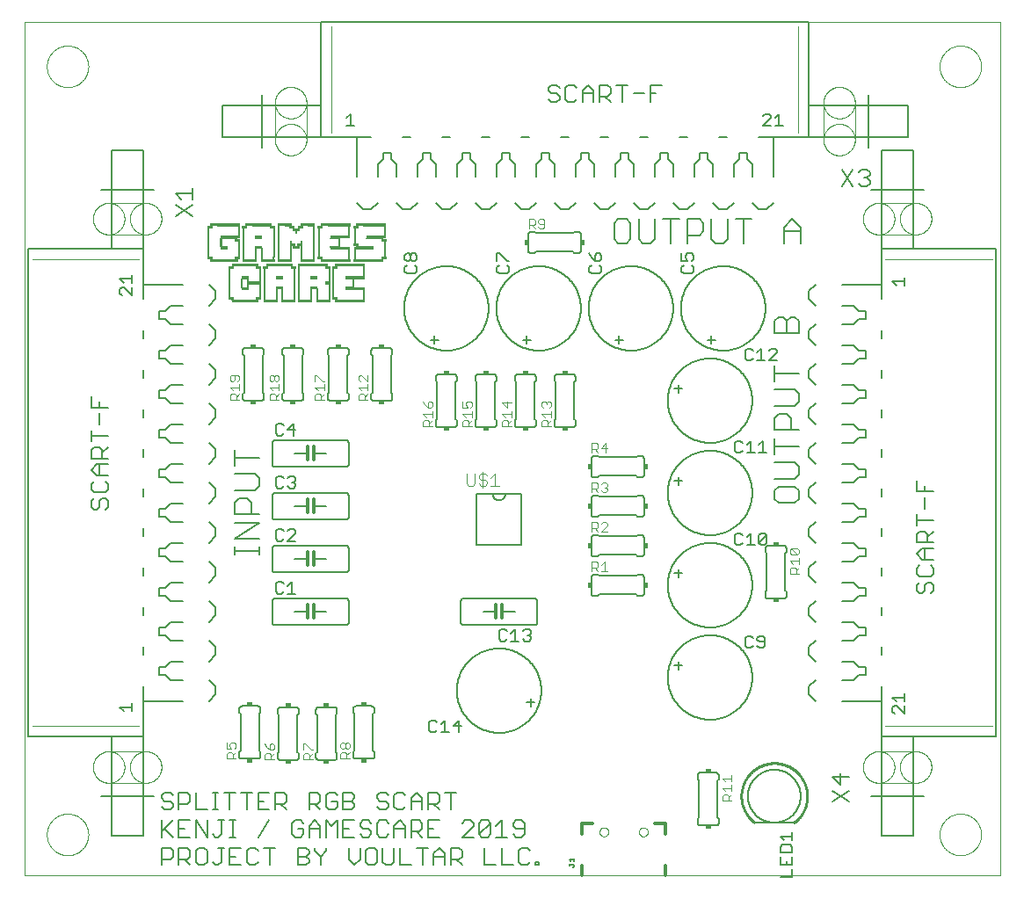
<source format=gto>
G75*
%MOIN*%
%OFA0B0*%
%FSLAX25Y25*%
%IPPOS*%
%LPD*%
%AMOC8*
5,1,8,0,0,1.08239X$1,22.5*
%
%ADD10C,0.00000*%
%ADD11C,0.00600*%
%ADD12R,0.10300X0.00050*%
%ADD13R,0.05400X0.00050*%
%ADD14R,0.11250X0.00050*%
%ADD15R,0.11300X0.00050*%
%ADD16R,0.00750X0.00050*%
%ADD17R,0.00800X0.00050*%
%ADD18R,0.01750X0.00050*%
%ADD19R,0.00700X0.00050*%
%ADD20R,0.02900X0.00050*%
%ADD21R,0.07600X0.00050*%
%ADD22R,0.03650X0.00050*%
%ADD23R,0.05450X0.00050*%
%ADD24R,0.01700X0.00050*%
%ADD25R,0.07550X0.00050*%
%ADD26R,0.02850X0.00050*%
%ADD27R,0.10350X0.00050*%
%ADD28R,0.02950X0.00050*%
%ADD29R,0.02450X0.00050*%
%ADD30R,0.03700X0.00050*%
%ADD31R,0.06650X0.00050*%
%ADD32R,0.01000X0.00050*%
%ADD33R,0.01950X0.00050*%
%ADD34R,0.00950X0.00050*%
%ADD35R,0.08600X0.00050*%
%ADD36R,0.02750X0.00050*%
%ADD37R,0.02700X0.00050*%
%ADD38R,0.08550X0.00050*%
%ADD39R,0.10750X0.00050*%
%ADD40R,0.05350X0.00050*%
%ADD41C,0.00800*%
%ADD42C,0.01200*%
%ADD43C,0.00500*%
%ADD44C,0.01000*%
%ADD45C,0.00400*%
%ADD46R,0.01500X0.02000*%
%ADD47R,0.02000X0.01500*%
%ADD48C,0.00200*%
%ADD49C,0.00009*%
%ADD50C,0.00700*%
D10*
X0002899Y0013620D02*
X0002899Y0337321D01*
X0372820Y0337321D01*
X0372820Y0013620D01*
X0002899Y0013620D01*
X0011403Y0029053D02*
X0011405Y0029246D01*
X0011412Y0029439D01*
X0011424Y0029632D01*
X0011441Y0029825D01*
X0011462Y0030017D01*
X0011488Y0030208D01*
X0011519Y0030399D01*
X0011554Y0030589D01*
X0011594Y0030778D01*
X0011639Y0030966D01*
X0011688Y0031153D01*
X0011742Y0031339D01*
X0011800Y0031523D01*
X0011863Y0031706D01*
X0011931Y0031887D01*
X0012002Y0032066D01*
X0012079Y0032244D01*
X0012159Y0032420D01*
X0012244Y0032593D01*
X0012333Y0032765D01*
X0012426Y0032934D01*
X0012523Y0033101D01*
X0012625Y0033266D01*
X0012730Y0033428D01*
X0012839Y0033587D01*
X0012953Y0033744D01*
X0013070Y0033897D01*
X0013190Y0034048D01*
X0013315Y0034196D01*
X0013443Y0034341D01*
X0013574Y0034482D01*
X0013709Y0034621D01*
X0013848Y0034756D01*
X0013989Y0034887D01*
X0014134Y0035015D01*
X0014282Y0035140D01*
X0014433Y0035260D01*
X0014586Y0035377D01*
X0014743Y0035491D01*
X0014902Y0035600D01*
X0015064Y0035705D01*
X0015229Y0035807D01*
X0015396Y0035904D01*
X0015565Y0035997D01*
X0015737Y0036086D01*
X0015910Y0036171D01*
X0016086Y0036251D01*
X0016264Y0036328D01*
X0016443Y0036399D01*
X0016624Y0036467D01*
X0016807Y0036530D01*
X0016991Y0036588D01*
X0017177Y0036642D01*
X0017364Y0036691D01*
X0017552Y0036736D01*
X0017741Y0036776D01*
X0017931Y0036811D01*
X0018122Y0036842D01*
X0018313Y0036868D01*
X0018505Y0036889D01*
X0018698Y0036906D01*
X0018891Y0036918D01*
X0019084Y0036925D01*
X0019277Y0036927D01*
X0019470Y0036925D01*
X0019663Y0036918D01*
X0019856Y0036906D01*
X0020049Y0036889D01*
X0020241Y0036868D01*
X0020432Y0036842D01*
X0020623Y0036811D01*
X0020813Y0036776D01*
X0021002Y0036736D01*
X0021190Y0036691D01*
X0021377Y0036642D01*
X0021563Y0036588D01*
X0021747Y0036530D01*
X0021930Y0036467D01*
X0022111Y0036399D01*
X0022290Y0036328D01*
X0022468Y0036251D01*
X0022644Y0036171D01*
X0022817Y0036086D01*
X0022989Y0035997D01*
X0023158Y0035904D01*
X0023325Y0035807D01*
X0023490Y0035705D01*
X0023652Y0035600D01*
X0023811Y0035491D01*
X0023968Y0035377D01*
X0024121Y0035260D01*
X0024272Y0035140D01*
X0024420Y0035015D01*
X0024565Y0034887D01*
X0024706Y0034756D01*
X0024845Y0034621D01*
X0024980Y0034482D01*
X0025111Y0034341D01*
X0025239Y0034196D01*
X0025364Y0034048D01*
X0025484Y0033897D01*
X0025601Y0033744D01*
X0025715Y0033587D01*
X0025824Y0033428D01*
X0025929Y0033266D01*
X0026031Y0033101D01*
X0026128Y0032934D01*
X0026221Y0032765D01*
X0026310Y0032593D01*
X0026395Y0032420D01*
X0026475Y0032244D01*
X0026552Y0032066D01*
X0026623Y0031887D01*
X0026691Y0031706D01*
X0026754Y0031523D01*
X0026812Y0031339D01*
X0026866Y0031153D01*
X0026915Y0030966D01*
X0026960Y0030778D01*
X0027000Y0030589D01*
X0027035Y0030399D01*
X0027066Y0030208D01*
X0027092Y0030017D01*
X0027113Y0029825D01*
X0027130Y0029632D01*
X0027142Y0029439D01*
X0027149Y0029246D01*
X0027151Y0029053D01*
X0027149Y0028860D01*
X0027142Y0028667D01*
X0027130Y0028474D01*
X0027113Y0028281D01*
X0027092Y0028089D01*
X0027066Y0027898D01*
X0027035Y0027707D01*
X0027000Y0027517D01*
X0026960Y0027328D01*
X0026915Y0027140D01*
X0026866Y0026953D01*
X0026812Y0026767D01*
X0026754Y0026583D01*
X0026691Y0026400D01*
X0026623Y0026219D01*
X0026552Y0026040D01*
X0026475Y0025862D01*
X0026395Y0025686D01*
X0026310Y0025513D01*
X0026221Y0025341D01*
X0026128Y0025172D01*
X0026031Y0025005D01*
X0025929Y0024840D01*
X0025824Y0024678D01*
X0025715Y0024519D01*
X0025601Y0024362D01*
X0025484Y0024209D01*
X0025364Y0024058D01*
X0025239Y0023910D01*
X0025111Y0023765D01*
X0024980Y0023624D01*
X0024845Y0023485D01*
X0024706Y0023350D01*
X0024565Y0023219D01*
X0024420Y0023091D01*
X0024272Y0022966D01*
X0024121Y0022846D01*
X0023968Y0022729D01*
X0023811Y0022615D01*
X0023652Y0022506D01*
X0023490Y0022401D01*
X0023325Y0022299D01*
X0023158Y0022202D01*
X0022989Y0022109D01*
X0022817Y0022020D01*
X0022644Y0021935D01*
X0022468Y0021855D01*
X0022290Y0021778D01*
X0022111Y0021707D01*
X0021930Y0021639D01*
X0021747Y0021576D01*
X0021563Y0021518D01*
X0021377Y0021464D01*
X0021190Y0021415D01*
X0021002Y0021370D01*
X0020813Y0021330D01*
X0020623Y0021295D01*
X0020432Y0021264D01*
X0020241Y0021238D01*
X0020049Y0021217D01*
X0019856Y0021200D01*
X0019663Y0021188D01*
X0019470Y0021181D01*
X0019277Y0021179D01*
X0019084Y0021181D01*
X0018891Y0021188D01*
X0018698Y0021200D01*
X0018505Y0021217D01*
X0018313Y0021238D01*
X0018122Y0021264D01*
X0017931Y0021295D01*
X0017741Y0021330D01*
X0017552Y0021370D01*
X0017364Y0021415D01*
X0017177Y0021464D01*
X0016991Y0021518D01*
X0016807Y0021576D01*
X0016624Y0021639D01*
X0016443Y0021707D01*
X0016264Y0021778D01*
X0016086Y0021855D01*
X0015910Y0021935D01*
X0015737Y0022020D01*
X0015565Y0022109D01*
X0015396Y0022202D01*
X0015229Y0022299D01*
X0015064Y0022401D01*
X0014902Y0022506D01*
X0014743Y0022615D01*
X0014586Y0022729D01*
X0014433Y0022846D01*
X0014282Y0022966D01*
X0014134Y0023091D01*
X0013989Y0023219D01*
X0013848Y0023350D01*
X0013709Y0023485D01*
X0013574Y0023624D01*
X0013443Y0023765D01*
X0013315Y0023910D01*
X0013190Y0024058D01*
X0013070Y0024209D01*
X0012953Y0024362D01*
X0012839Y0024519D01*
X0012730Y0024678D01*
X0012625Y0024840D01*
X0012523Y0025005D01*
X0012426Y0025172D01*
X0012333Y0025341D01*
X0012244Y0025513D01*
X0012159Y0025686D01*
X0012079Y0025862D01*
X0012002Y0026040D01*
X0011931Y0026219D01*
X0011863Y0026400D01*
X0011800Y0026583D01*
X0011742Y0026767D01*
X0011688Y0026953D01*
X0011639Y0027140D01*
X0011594Y0027328D01*
X0011554Y0027517D01*
X0011519Y0027707D01*
X0011488Y0027898D01*
X0011462Y0028089D01*
X0011441Y0028281D01*
X0011424Y0028474D01*
X0011412Y0028667D01*
X0011405Y0028860D01*
X0011403Y0029053D01*
X0028949Y0054620D02*
X0028951Y0054774D01*
X0028957Y0054928D01*
X0028967Y0055081D01*
X0028981Y0055234D01*
X0028999Y0055387D01*
X0029020Y0055539D01*
X0029046Y0055691D01*
X0029076Y0055842D01*
X0029109Y0055992D01*
X0029147Y0056141D01*
X0029188Y0056290D01*
X0029233Y0056437D01*
X0029282Y0056583D01*
X0029335Y0056727D01*
X0029391Y0056870D01*
X0029451Y0057012D01*
X0029515Y0057152D01*
X0029582Y0057290D01*
X0029653Y0057427D01*
X0029727Y0057562D01*
X0029805Y0057694D01*
X0029886Y0057825D01*
X0029971Y0057954D01*
X0030058Y0058080D01*
X0030149Y0058204D01*
X0030244Y0058325D01*
X0030341Y0058445D01*
X0030441Y0058561D01*
X0030545Y0058675D01*
X0030651Y0058786D01*
X0030760Y0058895D01*
X0030872Y0059000D01*
X0030987Y0059103D01*
X0031104Y0059203D01*
X0031224Y0059299D01*
X0031346Y0059393D01*
X0031470Y0059483D01*
X0031597Y0059570D01*
X0031726Y0059654D01*
X0031858Y0059734D01*
X0031991Y0059811D01*
X0032126Y0059884D01*
X0032263Y0059954D01*
X0032402Y0060021D01*
X0032542Y0060083D01*
X0032684Y0060142D01*
X0032828Y0060198D01*
X0032973Y0060250D01*
X0033119Y0060297D01*
X0033266Y0060342D01*
X0033415Y0060382D01*
X0033564Y0060418D01*
X0033715Y0060451D01*
X0033866Y0060480D01*
X0034018Y0060504D01*
X0034170Y0060525D01*
X0034323Y0060542D01*
X0034476Y0060555D01*
X0034630Y0060564D01*
X0034784Y0060569D01*
X0034937Y0060570D01*
X0035091Y0060567D01*
X0035245Y0060560D01*
X0035398Y0060549D01*
X0035552Y0060534D01*
X0035704Y0060515D01*
X0035856Y0060492D01*
X0036008Y0060466D01*
X0036159Y0060435D01*
X0036309Y0060401D01*
X0036458Y0060362D01*
X0036605Y0060320D01*
X0036752Y0060274D01*
X0036898Y0060224D01*
X0037042Y0060171D01*
X0037185Y0060113D01*
X0037326Y0060052D01*
X0037466Y0059988D01*
X0037604Y0059920D01*
X0037740Y0059848D01*
X0037874Y0059773D01*
X0038006Y0059694D01*
X0038136Y0059612D01*
X0038264Y0059527D01*
X0038390Y0059438D01*
X0038513Y0059346D01*
X0038634Y0059251D01*
X0038753Y0059153D01*
X0038869Y0059052D01*
X0038982Y0058948D01*
X0039093Y0058841D01*
X0039200Y0058731D01*
X0039305Y0058618D01*
X0039407Y0058503D01*
X0039506Y0058385D01*
X0039602Y0058265D01*
X0039695Y0058142D01*
X0039784Y0058017D01*
X0039870Y0057890D01*
X0039953Y0057760D01*
X0040033Y0057628D01*
X0040109Y0057495D01*
X0040181Y0057359D01*
X0040250Y0057221D01*
X0040316Y0057082D01*
X0040378Y0056941D01*
X0040436Y0056799D01*
X0040490Y0056655D01*
X0040541Y0056510D01*
X0040588Y0056363D01*
X0040631Y0056216D01*
X0040670Y0056067D01*
X0040706Y0055917D01*
X0040737Y0055767D01*
X0040765Y0055615D01*
X0040789Y0055463D01*
X0040809Y0055311D01*
X0040825Y0055158D01*
X0040837Y0055004D01*
X0040845Y0054851D01*
X0040849Y0054697D01*
X0040849Y0054543D01*
X0040845Y0054389D01*
X0040837Y0054236D01*
X0040825Y0054082D01*
X0040809Y0053929D01*
X0040789Y0053777D01*
X0040765Y0053625D01*
X0040737Y0053473D01*
X0040706Y0053323D01*
X0040670Y0053173D01*
X0040631Y0053024D01*
X0040588Y0052877D01*
X0040541Y0052730D01*
X0040490Y0052585D01*
X0040436Y0052441D01*
X0040378Y0052299D01*
X0040316Y0052158D01*
X0040250Y0052019D01*
X0040181Y0051881D01*
X0040109Y0051745D01*
X0040033Y0051612D01*
X0039953Y0051480D01*
X0039870Y0051350D01*
X0039784Y0051223D01*
X0039695Y0051098D01*
X0039602Y0050975D01*
X0039506Y0050855D01*
X0039407Y0050737D01*
X0039305Y0050622D01*
X0039200Y0050509D01*
X0039093Y0050399D01*
X0038982Y0050292D01*
X0038869Y0050188D01*
X0038753Y0050087D01*
X0038634Y0049989D01*
X0038513Y0049894D01*
X0038390Y0049802D01*
X0038264Y0049713D01*
X0038136Y0049628D01*
X0038006Y0049546D01*
X0037874Y0049467D01*
X0037740Y0049392D01*
X0037604Y0049320D01*
X0037466Y0049252D01*
X0037326Y0049188D01*
X0037185Y0049127D01*
X0037042Y0049069D01*
X0036898Y0049016D01*
X0036752Y0048966D01*
X0036605Y0048920D01*
X0036458Y0048878D01*
X0036309Y0048839D01*
X0036159Y0048805D01*
X0036008Y0048774D01*
X0035856Y0048748D01*
X0035704Y0048725D01*
X0035552Y0048706D01*
X0035398Y0048691D01*
X0035245Y0048680D01*
X0035091Y0048673D01*
X0034937Y0048670D01*
X0034784Y0048671D01*
X0034630Y0048676D01*
X0034476Y0048685D01*
X0034323Y0048698D01*
X0034170Y0048715D01*
X0034018Y0048736D01*
X0033866Y0048760D01*
X0033715Y0048789D01*
X0033564Y0048822D01*
X0033415Y0048858D01*
X0033266Y0048898D01*
X0033119Y0048943D01*
X0032973Y0048990D01*
X0032828Y0049042D01*
X0032684Y0049098D01*
X0032542Y0049157D01*
X0032402Y0049219D01*
X0032263Y0049286D01*
X0032126Y0049356D01*
X0031991Y0049429D01*
X0031858Y0049506D01*
X0031726Y0049586D01*
X0031597Y0049670D01*
X0031470Y0049757D01*
X0031346Y0049847D01*
X0031224Y0049941D01*
X0031104Y0050037D01*
X0030987Y0050137D01*
X0030872Y0050240D01*
X0030760Y0050345D01*
X0030651Y0050454D01*
X0030545Y0050565D01*
X0030441Y0050679D01*
X0030341Y0050795D01*
X0030244Y0050915D01*
X0030149Y0051036D01*
X0030058Y0051160D01*
X0029971Y0051286D01*
X0029886Y0051415D01*
X0029805Y0051546D01*
X0029727Y0051678D01*
X0029653Y0051813D01*
X0029582Y0051950D01*
X0029515Y0052088D01*
X0029451Y0052228D01*
X0029391Y0052370D01*
X0029335Y0052513D01*
X0029282Y0052657D01*
X0029233Y0052803D01*
X0029188Y0052950D01*
X0029147Y0053099D01*
X0029109Y0053248D01*
X0029076Y0053398D01*
X0029046Y0053549D01*
X0029020Y0053701D01*
X0028999Y0053853D01*
X0028981Y0054006D01*
X0028967Y0054159D01*
X0028957Y0054312D01*
X0028951Y0054466D01*
X0028949Y0054620D01*
X0034899Y0060620D02*
X0034746Y0060618D01*
X0034593Y0060612D01*
X0034440Y0060602D01*
X0034287Y0060589D01*
X0034135Y0060571D01*
X0033983Y0060550D01*
X0033832Y0060524D01*
X0033682Y0060495D01*
X0033532Y0060462D01*
X0033383Y0060425D01*
X0033235Y0060385D01*
X0033089Y0060340D01*
X0032943Y0060292D01*
X0032799Y0060240D01*
X0032656Y0060185D01*
X0032515Y0060126D01*
X0032375Y0060063D01*
X0032237Y0059997D01*
X0032100Y0059927D01*
X0031966Y0059854D01*
X0031833Y0059777D01*
X0031702Y0059697D01*
X0031574Y0059614D01*
X0031447Y0059528D01*
X0031323Y0059438D01*
X0031201Y0059345D01*
X0031082Y0059249D01*
X0030965Y0059150D01*
X0030850Y0059048D01*
X0030738Y0058943D01*
X0030629Y0058835D01*
X0030523Y0058725D01*
X0030420Y0058612D01*
X0030319Y0058496D01*
X0030222Y0058378D01*
X0030127Y0058257D01*
X0030036Y0058134D01*
X0029948Y0058009D01*
X0029863Y0057881D01*
X0029781Y0057752D01*
X0029703Y0057620D01*
X0029628Y0057486D01*
X0029556Y0057351D01*
X0029488Y0057213D01*
X0029424Y0057074D01*
X0029363Y0056934D01*
X0029306Y0056792D01*
X0029252Y0056648D01*
X0029202Y0056503D01*
X0029156Y0056357D01*
X0029113Y0056210D01*
X0029075Y0056062D01*
X0029040Y0055912D01*
X0029009Y0055762D01*
X0028981Y0055612D01*
X0028958Y0055460D01*
X0028939Y0055308D01*
X0028923Y0055156D01*
X0028911Y0055003D01*
X0028903Y0054850D01*
X0028899Y0054697D01*
X0028899Y0054543D01*
X0028903Y0054390D01*
X0028911Y0054237D01*
X0028923Y0054084D01*
X0028939Y0053932D01*
X0028958Y0053780D01*
X0028981Y0053628D01*
X0029009Y0053478D01*
X0029040Y0053328D01*
X0029075Y0053178D01*
X0029113Y0053030D01*
X0029156Y0052883D01*
X0029202Y0052737D01*
X0029252Y0052592D01*
X0029306Y0052448D01*
X0029363Y0052306D01*
X0029424Y0052166D01*
X0029488Y0052027D01*
X0029556Y0051889D01*
X0029628Y0051754D01*
X0029703Y0051620D01*
X0029781Y0051488D01*
X0029863Y0051359D01*
X0029948Y0051231D01*
X0030036Y0051106D01*
X0030127Y0050983D01*
X0030222Y0050862D01*
X0030319Y0050744D01*
X0030420Y0050628D01*
X0030523Y0050515D01*
X0030629Y0050405D01*
X0030738Y0050297D01*
X0030850Y0050192D01*
X0030965Y0050090D01*
X0031082Y0049991D01*
X0031201Y0049895D01*
X0031323Y0049802D01*
X0031447Y0049712D01*
X0031574Y0049626D01*
X0031702Y0049543D01*
X0031833Y0049463D01*
X0031966Y0049386D01*
X0032100Y0049313D01*
X0032237Y0049243D01*
X0032375Y0049177D01*
X0032515Y0049114D01*
X0032656Y0049055D01*
X0032799Y0049000D01*
X0032943Y0048948D01*
X0033089Y0048900D01*
X0033235Y0048855D01*
X0033383Y0048815D01*
X0033532Y0048778D01*
X0033682Y0048745D01*
X0033832Y0048716D01*
X0033983Y0048690D01*
X0034135Y0048669D01*
X0034287Y0048651D01*
X0034440Y0048638D01*
X0034593Y0048628D01*
X0034746Y0048622D01*
X0034899Y0048620D01*
X0042949Y0054620D02*
X0042951Y0054774D01*
X0042957Y0054928D01*
X0042967Y0055081D01*
X0042981Y0055234D01*
X0042999Y0055387D01*
X0043020Y0055539D01*
X0043046Y0055691D01*
X0043076Y0055842D01*
X0043109Y0055992D01*
X0043147Y0056141D01*
X0043188Y0056290D01*
X0043233Y0056437D01*
X0043282Y0056583D01*
X0043335Y0056727D01*
X0043391Y0056870D01*
X0043451Y0057012D01*
X0043515Y0057152D01*
X0043582Y0057290D01*
X0043653Y0057427D01*
X0043727Y0057562D01*
X0043805Y0057694D01*
X0043886Y0057825D01*
X0043971Y0057954D01*
X0044058Y0058080D01*
X0044149Y0058204D01*
X0044244Y0058325D01*
X0044341Y0058445D01*
X0044441Y0058561D01*
X0044545Y0058675D01*
X0044651Y0058786D01*
X0044760Y0058895D01*
X0044872Y0059000D01*
X0044987Y0059103D01*
X0045104Y0059203D01*
X0045224Y0059299D01*
X0045346Y0059393D01*
X0045470Y0059483D01*
X0045597Y0059570D01*
X0045726Y0059654D01*
X0045858Y0059734D01*
X0045991Y0059811D01*
X0046126Y0059884D01*
X0046263Y0059954D01*
X0046402Y0060021D01*
X0046542Y0060083D01*
X0046684Y0060142D01*
X0046828Y0060198D01*
X0046973Y0060250D01*
X0047119Y0060297D01*
X0047266Y0060342D01*
X0047415Y0060382D01*
X0047564Y0060418D01*
X0047715Y0060451D01*
X0047866Y0060480D01*
X0048018Y0060504D01*
X0048170Y0060525D01*
X0048323Y0060542D01*
X0048476Y0060555D01*
X0048630Y0060564D01*
X0048784Y0060569D01*
X0048937Y0060570D01*
X0049091Y0060567D01*
X0049245Y0060560D01*
X0049398Y0060549D01*
X0049552Y0060534D01*
X0049704Y0060515D01*
X0049856Y0060492D01*
X0050008Y0060466D01*
X0050159Y0060435D01*
X0050309Y0060401D01*
X0050458Y0060362D01*
X0050605Y0060320D01*
X0050752Y0060274D01*
X0050898Y0060224D01*
X0051042Y0060171D01*
X0051185Y0060113D01*
X0051326Y0060052D01*
X0051466Y0059988D01*
X0051604Y0059920D01*
X0051740Y0059848D01*
X0051874Y0059773D01*
X0052006Y0059694D01*
X0052136Y0059612D01*
X0052264Y0059527D01*
X0052390Y0059438D01*
X0052513Y0059346D01*
X0052634Y0059251D01*
X0052753Y0059153D01*
X0052869Y0059052D01*
X0052982Y0058948D01*
X0053093Y0058841D01*
X0053200Y0058731D01*
X0053305Y0058618D01*
X0053407Y0058503D01*
X0053506Y0058385D01*
X0053602Y0058265D01*
X0053695Y0058142D01*
X0053784Y0058017D01*
X0053870Y0057890D01*
X0053953Y0057760D01*
X0054033Y0057628D01*
X0054109Y0057495D01*
X0054181Y0057359D01*
X0054250Y0057221D01*
X0054316Y0057082D01*
X0054378Y0056941D01*
X0054436Y0056799D01*
X0054490Y0056655D01*
X0054541Y0056510D01*
X0054588Y0056363D01*
X0054631Y0056216D01*
X0054670Y0056067D01*
X0054706Y0055917D01*
X0054737Y0055767D01*
X0054765Y0055615D01*
X0054789Y0055463D01*
X0054809Y0055311D01*
X0054825Y0055158D01*
X0054837Y0055004D01*
X0054845Y0054851D01*
X0054849Y0054697D01*
X0054849Y0054543D01*
X0054845Y0054389D01*
X0054837Y0054236D01*
X0054825Y0054082D01*
X0054809Y0053929D01*
X0054789Y0053777D01*
X0054765Y0053625D01*
X0054737Y0053473D01*
X0054706Y0053323D01*
X0054670Y0053173D01*
X0054631Y0053024D01*
X0054588Y0052877D01*
X0054541Y0052730D01*
X0054490Y0052585D01*
X0054436Y0052441D01*
X0054378Y0052299D01*
X0054316Y0052158D01*
X0054250Y0052019D01*
X0054181Y0051881D01*
X0054109Y0051745D01*
X0054033Y0051612D01*
X0053953Y0051480D01*
X0053870Y0051350D01*
X0053784Y0051223D01*
X0053695Y0051098D01*
X0053602Y0050975D01*
X0053506Y0050855D01*
X0053407Y0050737D01*
X0053305Y0050622D01*
X0053200Y0050509D01*
X0053093Y0050399D01*
X0052982Y0050292D01*
X0052869Y0050188D01*
X0052753Y0050087D01*
X0052634Y0049989D01*
X0052513Y0049894D01*
X0052390Y0049802D01*
X0052264Y0049713D01*
X0052136Y0049628D01*
X0052006Y0049546D01*
X0051874Y0049467D01*
X0051740Y0049392D01*
X0051604Y0049320D01*
X0051466Y0049252D01*
X0051326Y0049188D01*
X0051185Y0049127D01*
X0051042Y0049069D01*
X0050898Y0049016D01*
X0050752Y0048966D01*
X0050605Y0048920D01*
X0050458Y0048878D01*
X0050309Y0048839D01*
X0050159Y0048805D01*
X0050008Y0048774D01*
X0049856Y0048748D01*
X0049704Y0048725D01*
X0049552Y0048706D01*
X0049398Y0048691D01*
X0049245Y0048680D01*
X0049091Y0048673D01*
X0048937Y0048670D01*
X0048784Y0048671D01*
X0048630Y0048676D01*
X0048476Y0048685D01*
X0048323Y0048698D01*
X0048170Y0048715D01*
X0048018Y0048736D01*
X0047866Y0048760D01*
X0047715Y0048789D01*
X0047564Y0048822D01*
X0047415Y0048858D01*
X0047266Y0048898D01*
X0047119Y0048943D01*
X0046973Y0048990D01*
X0046828Y0049042D01*
X0046684Y0049098D01*
X0046542Y0049157D01*
X0046402Y0049219D01*
X0046263Y0049286D01*
X0046126Y0049356D01*
X0045991Y0049429D01*
X0045858Y0049506D01*
X0045726Y0049586D01*
X0045597Y0049670D01*
X0045470Y0049757D01*
X0045346Y0049847D01*
X0045224Y0049941D01*
X0045104Y0050037D01*
X0044987Y0050137D01*
X0044872Y0050240D01*
X0044760Y0050345D01*
X0044651Y0050454D01*
X0044545Y0050565D01*
X0044441Y0050679D01*
X0044341Y0050795D01*
X0044244Y0050915D01*
X0044149Y0051036D01*
X0044058Y0051160D01*
X0043971Y0051286D01*
X0043886Y0051415D01*
X0043805Y0051546D01*
X0043727Y0051678D01*
X0043653Y0051813D01*
X0043582Y0051950D01*
X0043515Y0052088D01*
X0043451Y0052228D01*
X0043391Y0052370D01*
X0043335Y0052513D01*
X0043282Y0052657D01*
X0043233Y0052803D01*
X0043188Y0052950D01*
X0043147Y0053099D01*
X0043109Y0053248D01*
X0043076Y0053398D01*
X0043046Y0053549D01*
X0043020Y0053701D01*
X0042999Y0053853D01*
X0042981Y0054006D01*
X0042967Y0054159D01*
X0042957Y0054312D01*
X0042951Y0054466D01*
X0042949Y0054620D01*
X0048899Y0048620D02*
X0049052Y0048622D01*
X0049205Y0048628D01*
X0049358Y0048638D01*
X0049511Y0048651D01*
X0049663Y0048669D01*
X0049815Y0048690D01*
X0049966Y0048716D01*
X0050116Y0048745D01*
X0050266Y0048778D01*
X0050415Y0048815D01*
X0050563Y0048855D01*
X0050709Y0048900D01*
X0050855Y0048948D01*
X0050999Y0049000D01*
X0051142Y0049055D01*
X0051283Y0049114D01*
X0051423Y0049177D01*
X0051561Y0049243D01*
X0051698Y0049313D01*
X0051832Y0049386D01*
X0051965Y0049463D01*
X0052096Y0049543D01*
X0052224Y0049626D01*
X0052351Y0049712D01*
X0052475Y0049802D01*
X0052597Y0049895D01*
X0052716Y0049991D01*
X0052833Y0050090D01*
X0052948Y0050192D01*
X0053060Y0050297D01*
X0053169Y0050405D01*
X0053275Y0050515D01*
X0053378Y0050628D01*
X0053479Y0050744D01*
X0053576Y0050862D01*
X0053671Y0050983D01*
X0053762Y0051106D01*
X0053850Y0051231D01*
X0053935Y0051359D01*
X0054017Y0051488D01*
X0054095Y0051620D01*
X0054170Y0051754D01*
X0054242Y0051889D01*
X0054310Y0052027D01*
X0054374Y0052166D01*
X0054435Y0052306D01*
X0054492Y0052448D01*
X0054546Y0052592D01*
X0054596Y0052737D01*
X0054642Y0052883D01*
X0054685Y0053030D01*
X0054723Y0053178D01*
X0054758Y0053328D01*
X0054789Y0053478D01*
X0054817Y0053628D01*
X0054840Y0053780D01*
X0054859Y0053932D01*
X0054875Y0054084D01*
X0054887Y0054237D01*
X0054895Y0054390D01*
X0054899Y0054543D01*
X0054899Y0054697D01*
X0054895Y0054850D01*
X0054887Y0055003D01*
X0054875Y0055156D01*
X0054859Y0055308D01*
X0054840Y0055460D01*
X0054817Y0055612D01*
X0054789Y0055762D01*
X0054758Y0055912D01*
X0054723Y0056062D01*
X0054685Y0056210D01*
X0054642Y0056357D01*
X0054596Y0056503D01*
X0054546Y0056648D01*
X0054492Y0056792D01*
X0054435Y0056934D01*
X0054374Y0057074D01*
X0054310Y0057213D01*
X0054242Y0057351D01*
X0054170Y0057486D01*
X0054095Y0057620D01*
X0054017Y0057752D01*
X0053935Y0057881D01*
X0053850Y0058009D01*
X0053762Y0058134D01*
X0053671Y0058257D01*
X0053576Y0058378D01*
X0053479Y0058496D01*
X0053378Y0058612D01*
X0053275Y0058725D01*
X0053169Y0058835D01*
X0053060Y0058943D01*
X0052948Y0059048D01*
X0052833Y0059150D01*
X0052716Y0059249D01*
X0052597Y0059345D01*
X0052475Y0059438D01*
X0052351Y0059528D01*
X0052224Y0059614D01*
X0052096Y0059697D01*
X0051965Y0059777D01*
X0051832Y0059854D01*
X0051698Y0059927D01*
X0051561Y0059997D01*
X0051423Y0060063D01*
X0051283Y0060126D01*
X0051142Y0060185D01*
X0050999Y0060240D01*
X0050855Y0060292D01*
X0050709Y0060340D01*
X0050563Y0060385D01*
X0050415Y0060425D01*
X0050266Y0060462D01*
X0050116Y0060495D01*
X0049966Y0060524D01*
X0049815Y0060550D01*
X0049663Y0060571D01*
X0049511Y0060589D01*
X0049358Y0060602D01*
X0049205Y0060612D01*
X0049052Y0060618D01*
X0048899Y0060620D01*
X0220993Y0030008D02*
X0220995Y0030089D01*
X0221001Y0030171D01*
X0221011Y0030252D01*
X0221025Y0030332D01*
X0221042Y0030411D01*
X0221064Y0030490D01*
X0221089Y0030567D01*
X0221118Y0030644D01*
X0221151Y0030718D01*
X0221188Y0030791D01*
X0221227Y0030862D01*
X0221271Y0030931D01*
X0221317Y0030998D01*
X0221367Y0031062D01*
X0221420Y0031124D01*
X0221476Y0031184D01*
X0221534Y0031240D01*
X0221596Y0031294D01*
X0221660Y0031345D01*
X0221726Y0031392D01*
X0221794Y0031436D01*
X0221865Y0031477D01*
X0221937Y0031514D01*
X0222012Y0031548D01*
X0222087Y0031578D01*
X0222165Y0031604D01*
X0222243Y0031627D01*
X0222322Y0031645D01*
X0222402Y0031660D01*
X0222483Y0031671D01*
X0222564Y0031678D01*
X0222646Y0031681D01*
X0222727Y0031680D01*
X0222808Y0031675D01*
X0222889Y0031666D01*
X0222970Y0031653D01*
X0223050Y0031636D01*
X0223128Y0031616D01*
X0223206Y0031591D01*
X0223283Y0031563D01*
X0223358Y0031531D01*
X0223431Y0031496D01*
X0223502Y0031457D01*
X0223572Y0031414D01*
X0223639Y0031369D01*
X0223705Y0031320D01*
X0223767Y0031268D01*
X0223827Y0031212D01*
X0223884Y0031154D01*
X0223939Y0031094D01*
X0223990Y0031030D01*
X0224038Y0030965D01*
X0224083Y0030897D01*
X0224125Y0030827D01*
X0224163Y0030755D01*
X0224198Y0030681D01*
X0224229Y0030606D01*
X0224256Y0030529D01*
X0224279Y0030451D01*
X0224299Y0030372D01*
X0224315Y0030292D01*
X0224327Y0030211D01*
X0224335Y0030130D01*
X0224339Y0030049D01*
X0224339Y0029967D01*
X0224335Y0029886D01*
X0224327Y0029805D01*
X0224315Y0029724D01*
X0224299Y0029644D01*
X0224279Y0029565D01*
X0224256Y0029487D01*
X0224229Y0029410D01*
X0224198Y0029335D01*
X0224163Y0029261D01*
X0224125Y0029189D01*
X0224083Y0029119D01*
X0224038Y0029051D01*
X0223990Y0028986D01*
X0223939Y0028922D01*
X0223884Y0028862D01*
X0223827Y0028804D01*
X0223767Y0028748D01*
X0223705Y0028696D01*
X0223639Y0028647D01*
X0223572Y0028602D01*
X0223503Y0028559D01*
X0223431Y0028520D01*
X0223358Y0028485D01*
X0223283Y0028453D01*
X0223206Y0028425D01*
X0223128Y0028400D01*
X0223050Y0028380D01*
X0222970Y0028363D01*
X0222889Y0028350D01*
X0222808Y0028341D01*
X0222727Y0028336D01*
X0222646Y0028335D01*
X0222564Y0028338D01*
X0222483Y0028345D01*
X0222402Y0028356D01*
X0222322Y0028371D01*
X0222243Y0028389D01*
X0222165Y0028412D01*
X0222087Y0028438D01*
X0222012Y0028468D01*
X0221937Y0028502D01*
X0221865Y0028539D01*
X0221794Y0028580D01*
X0221726Y0028624D01*
X0221660Y0028671D01*
X0221596Y0028722D01*
X0221534Y0028776D01*
X0221476Y0028832D01*
X0221420Y0028892D01*
X0221367Y0028954D01*
X0221317Y0029018D01*
X0221271Y0029085D01*
X0221227Y0029154D01*
X0221188Y0029225D01*
X0221151Y0029298D01*
X0221118Y0029372D01*
X0221089Y0029449D01*
X0221064Y0029526D01*
X0221042Y0029605D01*
X0221025Y0029684D01*
X0221011Y0029764D01*
X0221001Y0029845D01*
X0220995Y0029927D01*
X0220993Y0030008D01*
X0235954Y0030008D02*
X0235956Y0030089D01*
X0235962Y0030171D01*
X0235972Y0030252D01*
X0235986Y0030332D01*
X0236003Y0030411D01*
X0236025Y0030490D01*
X0236050Y0030567D01*
X0236079Y0030644D01*
X0236112Y0030718D01*
X0236149Y0030791D01*
X0236188Y0030862D01*
X0236232Y0030931D01*
X0236278Y0030998D01*
X0236328Y0031062D01*
X0236381Y0031124D01*
X0236437Y0031184D01*
X0236495Y0031240D01*
X0236557Y0031294D01*
X0236621Y0031345D01*
X0236687Y0031392D01*
X0236755Y0031436D01*
X0236826Y0031477D01*
X0236898Y0031514D01*
X0236973Y0031548D01*
X0237048Y0031578D01*
X0237126Y0031604D01*
X0237204Y0031627D01*
X0237283Y0031645D01*
X0237363Y0031660D01*
X0237444Y0031671D01*
X0237525Y0031678D01*
X0237607Y0031681D01*
X0237688Y0031680D01*
X0237769Y0031675D01*
X0237850Y0031666D01*
X0237931Y0031653D01*
X0238011Y0031636D01*
X0238089Y0031616D01*
X0238167Y0031591D01*
X0238244Y0031563D01*
X0238319Y0031531D01*
X0238392Y0031496D01*
X0238463Y0031457D01*
X0238533Y0031414D01*
X0238600Y0031369D01*
X0238666Y0031320D01*
X0238728Y0031268D01*
X0238788Y0031212D01*
X0238845Y0031154D01*
X0238900Y0031094D01*
X0238951Y0031030D01*
X0238999Y0030965D01*
X0239044Y0030897D01*
X0239086Y0030827D01*
X0239124Y0030755D01*
X0239159Y0030681D01*
X0239190Y0030606D01*
X0239217Y0030529D01*
X0239240Y0030451D01*
X0239260Y0030372D01*
X0239276Y0030292D01*
X0239288Y0030211D01*
X0239296Y0030130D01*
X0239300Y0030049D01*
X0239300Y0029967D01*
X0239296Y0029886D01*
X0239288Y0029805D01*
X0239276Y0029724D01*
X0239260Y0029644D01*
X0239240Y0029565D01*
X0239217Y0029487D01*
X0239190Y0029410D01*
X0239159Y0029335D01*
X0239124Y0029261D01*
X0239086Y0029189D01*
X0239044Y0029119D01*
X0238999Y0029051D01*
X0238951Y0028986D01*
X0238900Y0028922D01*
X0238845Y0028862D01*
X0238788Y0028804D01*
X0238728Y0028748D01*
X0238666Y0028696D01*
X0238600Y0028647D01*
X0238533Y0028602D01*
X0238464Y0028559D01*
X0238392Y0028520D01*
X0238319Y0028485D01*
X0238244Y0028453D01*
X0238167Y0028425D01*
X0238089Y0028400D01*
X0238011Y0028380D01*
X0237931Y0028363D01*
X0237850Y0028350D01*
X0237769Y0028341D01*
X0237688Y0028336D01*
X0237607Y0028335D01*
X0237525Y0028338D01*
X0237444Y0028345D01*
X0237363Y0028356D01*
X0237283Y0028371D01*
X0237204Y0028389D01*
X0237126Y0028412D01*
X0237048Y0028438D01*
X0236973Y0028468D01*
X0236898Y0028502D01*
X0236826Y0028539D01*
X0236755Y0028580D01*
X0236687Y0028624D01*
X0236621Y0028671D01*
X0236557Y0028722D01*
X0236495Y0028776D01*
X0236437Y0028832D01*
X0236381Y0028892D01*
X0236328Y0028954D01*
X0236278Y0029018D01*
X0236232Y0029085D01*
X0236188Y0029154D01*
X0236149Y0029225D01*
X0236112Y0029298D01*
X0236079Y0029372D01*
X0236050Y0029449D01*
X0236025Y0029526D01*
X0236003Y0029605D01*
X0235986Y0029684D01*
X0235972Y0029764D01*
X0235962Y0029845D01*
X0235956Y0029927D01*
X0235954Y0030008D01*
X0320949Y0054620D02*
X0320951Y0054774D01*
X0320957Y0054928D01*
X0320967Y0055081D01*
X0320981Y0055234D01*
X0320999Y0055387D01*
X0321020Y0055539D01*
X0321046Y0055691D01*
X0321076Y0055842D01*
X0321109Y0055992D01*
X0321147Y0056141D01*
X0321188Y0056290D01*
X0321233Y0056437D01*
X0321282Y0056583D01*
X0321335Y0056727D01*
X0321391Y0056870D01*
X0321451Y0057012D01*
X0321515Y0057152D01*
X0321582Y0057290D01*
X0321653Y0057427D01*
X0321727Y0057562D01*
X0321805Y0057694D01*
X0321886Y0057825D01*
X0321971Y0057954D01*
X0322058Y0058080D01*
X0322149Y0058204D01*
X0322244Y0058325D01*
X0322341Y0058445D01*
X0322441Y0058561D01*
X0322545Y0058675D01*
X0322651Y0058786D01*
X0322760Y0058895D01*
X0322872Y0059000D01*
X0322987Y0059103D01*
X0323104Y0059203D01*
X0323224Y0059299D01*
X0323346Y0059393D01*
X0323470Y0059483D01*
X0323597Y0059570D01*
X0323726Y0059654D01*
X0323858Y0059734D01*
X0323991Y0059811D01*
X0324126Y0059884D01*
X0324263Y0059954D01*
X0324402Y0060021D01*
X0324542Y0060083D01*
X0324684Y0060142D01*
X0324828Y0060198D01*
X0324973Y0060250D01*
X0325119Y0060297D01*
X0325266Y0060342D01*
X0325415Y0060382D01*
X0325564Y0060418D01*
X0325715Y0060451D01*
X0325866Y0060480D01*
X0326018Y0060504D01*
X0326170Y0060525D01*
X0326323Y0060542D01*
X0326476Y0060555D01*
X0326630Y0060564D01*
X0326784Y0060569D01*
X0326937Y0060570D01*
X0327091Y0060567D01*
X0327245Y0060560D01*
X0327398Y0060549D01*
X0327552Y0060534D01*
X0327704Y0060515D01*
X0327856Y0060492D01*
X0328008Y0060466D01*
X0328159Y0060435D01*
X0328309Y0060401D01*
X0328458Y0060362D01*
X0328605Y0060320D01*
X0328752Y0060274D01*
X0328898Y0060224D01*
X0329042Y0060171D01*
X0329185Y0060113D01*
X0329326Y0060052D01*
X0329466Y0059988D01*
X0329604Y0059920D01*
X0329740Y0059848D01*
X0329874Y0059773D01*
X0330006Y0059694D01*
X0330136Y0059612D01*
X0330264Y0059527D01*
X0330390Y0059438D01*
X0330513Y0059346D01*
X0330634Y0059251D01*
X0330753Y0059153D01*
X0330869Y0059052D01*
X0330982Y0058948D01*
X0331093Y0058841D01*
X0331200Y0058731D01*
X0331305Y0058618D01*
X0331407Y0058503D01*
X0331506Y0058385D01*
X0331602Y0058265D01*
X0331695Y0058142D01*
X0331784Y0058017D01*
X0331870Y0057890D01*
X0331953Y0057760D01*
X0332033Y0057628D01*
X0332109Y0057495D01*
X0332181Y0057359D01*
X0332250Y0057221D01*
X0332316Y0057082D01*
X0332378Y0056941D01*
X0332436Y0056799D01*
X0332490Y0056655D01*
X0332541Y0056510D01*
X0332588Y0056363D01*
X0332631Y0056216D01*
X0332670Y0056067D01*
X0332706Y0055917D01*
X0332737Y0055767D01*
X0332765Y0055615D01*
X0332789Y0055463D01*
X0332809Y0055311D01*
X0332825Y0055158D01*
X0332837Y0055004D01*
X0332845Y0054851D01*
X0332849Y0054697D01*
X0332849Y0054543D01*
X0332845Y0054389D01*
X0332837Y0054236D01*
X0332825Y0054082D01*
X0332809Y0053929D01*
X0332789Y0053777D01*
X0332765Y0053625D01*
X0332737Y0053473D01*
X0332706Y0053323D01*
X0332670Y0053173D01*
X0332631Y0053024D01*
X0332588Y0052877D01*
X0332541Y0052730D01*
X0332490Y0052585D01*
X0332436Y0052441D01*
X0332378Y0052299D01*
X0332316Y0052158D01*
X0332250Y0052019D01*
X0332181Y0051881D01*
X0332109Y0051745D01*
X0332033Y0051612D01*
X0331953Y0051480D01*
X0331870Y0051350D01*
X0331784Y0051223D01*
X0331695Y0051098D01*
X0331602Y0050975D01*
X0331506Y0050855D01*
X0331407Y0050737D01*
X0331305Y0050622D01*
X0331200Y0050509D01*
X0331093Y0050399D01*
X0330982Y0050292D01*
X0330869Y0050188D01*
X0330753Y0050087D01*
X0330634Y0049989D01*
X0330513Y0049894D01*
X0330390Y0049802D01*
X0330264Y0049713D01*
X0330136Y0049628D01*
X0330006Y0049546D01*
X0329874Y0049467D01*
X0329740Y0049392D01*
X0329604Y0049320D01*
X0329466Y0049252D01*
X0329326Y0049188D01*
X0329185Y0049127D01*
X0329042Y0049069D01*
X0328898Y0049016D01*
X0328752Y0048966D01*
X0328605Y0048920D01*
X0328458Y0048878D01*
X0328309Y0048839D01*
X0328159Y0048805D01*
X0328008Y0048774D01*
X0327856Y0048748D01*
X0327704Y0048725D01*
X0327552Y0048706D01*
X0327398Y0048691D01*
X0327245Y0048680D01*
X0327091Y0048673D01*
X0326937Y0048670D01*
X0326784Y0048671D01*
X0326630Y0048676D01*
X0326476Y0048685D01*
X0326323Y0048698D01*
X0326170Y0048715D01*
X0326018Y0048736D01*
X0325866Y0048760D01*
X0325715Y0048789D01*
X0325564Y0048822D01*
X0325415Y0048858D01*
X0325266Y0048898D01*
X0325119Y0048943D01*
X0324973Y0048990D01*
X0324828Y0049042D01*
X0324684Y0049098D01*
X0324542Y0049157D01*
X0324402Y0049219D01*
X0324263Y0049286D01*
X0324126Y0049356D01*
X0323991Y0049429D01*
X0323858Y0049506D01*
X0323726Y0049586D01*
X0323597Y0049670D01*
X0323470Y0049757D01*
X0323346Y0049847D01*
X0323224Y0049941D01*
X0323104Y0050037D01*
X0322987Y0050137D01*
X0322872Y0050240D01*
X0322760Y0050345D01*
X0322651Y0050454D01*
X0322545Y0050565D01*
X0322441Y0050679D01*
X0322341Y0050795D01*
X0322244Y0050915D01*
X0322149Y0051036D01*
X0322058Y0051160D01*
X0321971Y0051286D01*
X0321886Y0051415D01*
X0321805Y0051546D01*
X0321727Y0051678D01*
X0321653Y0051813D01*
X0321582Y0051950D01*
X0321515Y0052088D01*
X0321451Y0052228D01*
X0321391Y0052370D01*
X0321335Y0052513D01*
X0321282Y0052657D01*
X0321233Y0052803D01*
X0321188Y0052950D01*
X0321147Y0053099D01*
X0321109Y0053248D01*
X0321076Y0053398D01*
X0321046Y0053549D01*
X0321020Y0053701D01*
X0320999Y0053853D01*
X0320981Y0054006D01*
X0320967Y0054159D01*
X0320957Y0054312D01*
X0320951Y0054466D01*
X0320949Y0054620D01*
X0326899Y0060620D02*
X0326746Y0060618D01*
X0326593Y0060612D01*
X0326440Y0060602D01*
X0326287Y0060589D01*
X0326135Y0060571D01*
X0325983Y0060550D01*
X0325832Y0060524D01*
X0325682Y0060495D01*
X0325532Y0060462D01*
X0325383Y0060425D01*
X0325235Y0060385D01*
X0325089Y0060340D01*
X0324943Y0060292D01*
X0324799Y0060240D01*
X0324656Y0060185D01*
X0324515Y0060126D01*
X0324375Y0060063D01*
X0324237Y0059997D01*
X0324100Y0059927D01*
X0323966Y0059854D01*
X0323833Y0059777D01*
X0323702Y0059697D01*
X0323574Y0059614D01*
X0323447Y0059528D01*
X0323323Y0059438D01*
X0323201Y0059345D01*
X0323082Y0059249D01*
X0322965Y0059150D01*
X0322850Y0059048D01*
X0322738Y0058943D01*
X0322629Y0058835D01*
X0322523Y0058725D01*
X0322420Y0058612D01*
X0322319Y0058496D01*
X0322222Y0058378D01*
X0322127Y0058257D01*
X0322036Y0058134D01*
X0321948Y0058009D01*
X0321863Y0057881D01*
X0321781Y0057752D01*
X0321703Y0057620D01*
X0321628Y0057486D01*
X0321556Y0057351D01*
X0321488Y0057213D01*
X0321424Y0057074D01*
X0321363Y0056934D01*
X0321306Y0056792D01*
X0321252Y0056648D01*
X0321202Y0056503D01*
X0321156Y0056357D01*
X0321113Y0056210D01*
X0321075Y0056062D01*
X0321040Y0055912D01*
X0321009Y0055762D01*
X0320981Y0055612D01*
X0320958Y0055460D01*
X0320939Y0055308D01*
X0320923Y0055156D01*
X0320911Y0055003D01*
X0320903Y0054850D01*
X0320899Y0054697D01*
X0320899Y0054543D01*
X0320903Y0054390D01*
X0320911Y0054237D01*
X0320923Y0054084D01*
X0320939Y0053932D01*
X0320958Y0053780D01*
X0320981Y0053628D01*
X0321009Y0053478D01*
X0321040Y0053328D01*
X0321075Y0053178D01*
X0321113Y0053030D01*
X0321156Y0052883D01*
X0321202Y0052737D01*
X0321252Y0052592D01*
X0321306Y0052448D01*
X0321363Y0052306D01*
X0321424Y0052166D01*
X0321488Y0052027D01*
X0321556Y0051889D01*
X0321628Y0051754D01*
X0321703Y0051620D01*
X0321781Y0051488D01*
X0321863Y0051359D01*
X0321948Y0051231D01*
X0322036Y0051106D01*
X0322127Y0050983D01*
X0322222Y0050862D01*
X0322319Y0050744D01*
X0322420Y0050628D01*
X0322523Y0050515D01*
X0322629Y0050405D01*
X0322738Y0050297D01*
X0322850Y0050192D01*
X0322965Y0050090D01*
X0323082Y0049991D01*
X0323201Y0049895D01*
X0323323Y0049802D01*
X0323447Y0049712D01*
X0323574Y0049626D01*
X0323702Y0049543D01*
X0323833Y0049463D01*
X0323966Y0049386D01*
X0324100Y0049313D01*
X0324237Y0049243D01*
X0324375Y0049177D01*
X0324515Y0049114D01*
X0324656Y0049055D01*
X0324799Y0049000D01*
X0324943Y0048948D01*
X0325089Y0048900D01*
X0325235Y0048855D01*
X0325383Y0048815D01*
X0325532Y0048778D01*
X0325682Y0048745D01*
X0325832Y0048716D01*
X0325983Y0048690D01*
X0326135Y0048669D01*
X0326287Y0048651D01*
X0326440Y0048638D01*
X0326593Y0048628D01*
X0326746Y0048622D01*
X0326899Y0048620D01*
X0334949Y0054620D02*
X0334951Y0054774D01*
X0334957Y0054928D01*
X0334967Y0055081D01*
X0334981Y0055234D01*
X0334999Y0055387D01*
X0335020Y0055539D01*
X0335046Y0055691D01*
X0335076Y0055842D01*
X0335109Y0055992D01*
X0335147Y0056141D01*
X0335188Y0056290D01*
X0335233Y0056437D01*
X0335282Y0056583D01*
X0335335Y0056727D01*
X0335391Y0056870D01*
X0335451Y0057012D01*
X0335515Y0057152D01*
X0335582Y0057290D01*
X0335653Y0057427D01*
X0335727Y0057562D01*
X0335805Y0057694D01*
X0335886Y0057825D01*
X0335971Y0057954D01*
X0336058Y0058080D01*
X0336149Y0058204D01*
X0336244Y0058325D01*
X0336341Y0058445D01*
X0336441Y0058561D01*
X0336545Y0058675D01*
X0336651Y0058786D01*
X0336760Y0058895D01*
X0336872Y0059000D01*
X0336987Y0059103D01*
X0337104Y0059203D01*
X0337224Y0059299D01*
X0337346Y0059393D01*
X0337470Y0059483D01*
X0337597Y0059570D01*
X0337726Y0059654D01*
X0337858Y0059734D01*
X0337991Y0059811D01*
X0338126Y0059884D01*
X0338263Y0059954D01*
X0338402Y0060021D01*
X0338542Y0060083D01*
X0338684Y0060142D01*
X0338828Y0060198D01*
X0338973Y0060250D01*
X0339119Y0060297D01*
X0339266Y0060342D01*
X0339415Y0060382D01*
X0339564Y0060418D01*
X0339715Y0060451D01*
X0339866Y0060480D01*
X0340018Y0060504D01*
X0340170Y0060525D01*
X0340323Y0060542D01*
X0340476Y0060555D01*
X0340630Y0060564D01*
X0340784Y0060569D01*
X0340937Y0060570D01*
X0341091Y0060567D01*
X0341245Y0060560D01*
X0341398Y0060549D01*
X0341552Y0060534D01*
X0341704Y0060515D01*
X0341856Y0060492D01*
X0342008Y0060466D01*
X0342159Y0060435D01*
X0342309Y0060401D01*
X0342458Y0060362D01*
X0342605Y0060320D01*
X0342752Y0060274D01*
X0342898Y0060224D01*
X0343042Y0060171D01*
X0343185Y0060113D01*
X0343326Y0060052D01*
X0343466Y0059988D01*
X0343604Y0059920D01*
X0343740Y0059848D01*
X0343874Y0059773D01*
X0344006Y0059694D01*
X0344136Y0059612D01*
X0344264Y0059527D01*
X0344390Y0059438D01*
X0344513Y0059346D01*
X0344634Y0059251D01*
X0344753Y0059153D01*
X0344869Y0059052D01*
X0344982Y0058948D01*
X0345093Y0058841D01*
X0345200Y0058731D01*
X0345305Y0058618D01*
X0345407Y0058503D01*
X0345506Y0058385D01*
X0345602Y0058265D01*
X0345695Y0058142D01*
X0345784Y0058017D01*
X0345870Y0057890D01*
X0345953Y0057760D01*
X0346033Y0057628D01*
X0346109Y0057495D01*
X0346181Y0057359D01*
X0346250Y0057221D01*
X0346316Y0057082D01*
X0346378Y0056941D01*
X0346436Y0056799D01*
X0346490Y0056655D01*
X0346541Y0056510D01*
X0346588Y0056363D01*
X0346631Y0056216D01*
X0346670Y0056067D01*
X0346706Y0055917D01*
X0346737Y0055767D01*
X0346765Y0055615D01*
X0346789Y0055463D01*
X0346809Y0055311D01*
X0346825Y0055158D01*
X0346837Y0055004D01*
X0346845Y0054851D01*
X0346849Y0054697D01*
X0346849Y0054543D01*
X0346845Y0054389D01*
X0346837Y0054236D01*
X0346825Y0054082D01*
X0346809Y0053929D01*
X0346789Y0053777D01*
X0346765Y0053625D01*
X0346737Y0053473D01*
X0346706Y0053323D01*
X0346670Y0053173D01*
X0346631Y0053024D01*
X0346588Y0052877D01*
X0346541Y0052730D01*
X0346490Y0052585D01*
X0346436Y0052441D01*
X0346378Y0052299D01*
X0346316Y0052158D01*
X0346250Y0052019D01*
X0346181Y0051881D01*
X0346109Y0051745D01*
X0346033Y0051612D01*
X0345953Y0051480D01*
X0345870Y0051350D01*
X0345784Y0051223D01*
X0345695Y0051098D01*
X0345602Y0050975D01*
X0345506Y0050855D01*
X0345407Y0050737D01*
X0345305Y0050622D01*
X0345200Y0050509D01*
X0345093Y0050399D01*
X0344982Y0050292D01*
X0344869Y0050188D01*
X0344753Y0050087D01*
X0344634Y0049989D01*
X0344513Y0049894D01*
X0344390Y0049802D01*
X0344264Y0049713D01*
X0344136Y0049628D01*
X0344006Y0049546D01*
X0343874Y0049467D01*
X0343740Y0049392D01*
X0343604Y0049320D01*
X0343466Y0049252D01*
X0343326Y0049188D01*
X0343185Y0049127D01*
X0343042Y0049069D01*
X0342898Y0049016D01*
X0342752Y0048966D01*
X0342605Y0048920D01*
X0342458Y0048878D01*
X0342309Y0048839D01*
X0342159Y0048805D01*
X0342008Y0048774D01*
X0341856Y0048748D01*
X0341704Y0048725D01*
X0341552Y0048706D01*
X0341398Y0048691D01*
X0341245Y0048680D01*
X0341091Y0048673D01*
X0340937Y0048670D01*
X0340784Y0048671D01*
X0340630Y0048676D01*
X0340476Y0048685D01*
X0340323Y0048698D01*
X0340170Y0048715D01*
X0340018Y0048736D01*
X0339866Y0048760D01*
X0339715Y0048789D01*
X0339564Y0048822D01*
X0339415Y0048858D01*
X0339266Y0048898D01*
X0339119Y0048943D01*
X0338973Y0048990D01*
X0338828Y0049042D01*
X0338684Y0049098D01*
X0338542Y0049157D01*
X0338402Y0049219D01*
X0338263Y0049286D01*
X0338126Y0049356D01*
X0337991Y0049429D01*
X0337858Y0049506D01*
X0337726Y0049586D01*
X0337597Y0049670D01*
X0337470Y0049757D01*
X0337346Y0049847D01*
X0337224Y0049941D01*
X0337104Y0050037D01*
X0336987Y0050137D01*
X0336872Y0050240D01*
X0336760Y0050345D01*
X0336651Y0050454D01*
X0336545Y0050565D01*
X0336441Y0050679D01*
X0336341Y0050795D01*
X0336244Y0050915D01*
X0336149Y0051036D01*
X0336058Y0051160D01*
X0335971Y0051286D01*
X0335886Y0051415D01*
X0335805Y0051546D01*
X0335727Y0051678D01*
X0335653Y0051813D01*
X0335582Y0051950D01*
X0335515Y0052088D01*
X0335451Y0052228D01*
X0335391Y0052370D01*
X0335335Y0052513D01*
X0335282Y0052657D01*
X0335233Y0052803D01*
X0335188Y0052950D01*
X0335147Y0053099D01*
X0335109Y0053248D01*
X0335076Y0053398D01*
X0335046Y0053549D01*
X0335020Y0053701D01*
X0334999Y0053853D01*
X0334981Y0054006D01*
X0334967Y0054159D01*
X0334957Y0054312D01*
X0334951Y0054466D01*
X0334949Y0054620D01*
X0340899Y0048620D02*
X0341052Y0048622D01*
X0341205Y0048628D01*
X0341358Y0048638D01*
X0341511Y0048651D01*
X0341663Y0048669D01*
X0341815Y0048690D01*
X0341966Y0048716D01*
X0342116Y0048745D01*
X0342266Y0048778D01*
X0342415Y0048815D01*
X0342563Y0048855D01*
X0342709Y0048900D01*
X0342855Y0048948D01*
X0342999Y0049000D01*
X0343142Y0049055D01*
X0343283Y0049114D01*
X0343423Y0049177D01*
X0343561Y0049243D01*
X0343698Y0049313D01*
X0343832Y0049386D01*
X0343965Y0049463D01*
X0344096Y0049543D01*
X0344224Y0049626D01*
X0344351Y0049712D01*
X0344475Y0049802D01*
X0344597Y0049895D01*
X0344716Y0049991D01*
X0344833Y0050090D01*
X0344948Y0050192D01*
X0345060Y0050297D01*
X0345169Y0050405D01*
X0345275Y0050515D01*
X0345378Y0050628D01*
X0345479Y0050744D01*
X0345576Y0050862D01*
X0345671Y0050983D01*
X0345762Y0051106D01*
X0345850Y0051231D01*
X0345935Y0051359D01*
X0346017Y0051488D01*
X0346095Y0051620D01*
X0346170Y0051754D01*
X0346242Y0051889D01*
X0346310Y0052027D01*
X0346374Y0052166D01*
X0346435Y0052306D01*
X0346492Y0052448D01*
X0346546Y0052592D01*
X0346596Y0052737D01*
X0346642Y0052883D01*
X0346685Y0053030D01*
X0346723Y0053178D01*
X0346758Y0053328D01*
X0346789Y0053478D01*
X0346817Y0053628D01*
X0346840Y0053780D01*
X0346859Y0053932D01*
X0346875Y0054084D01*
X0346887Y0054237D01*
X0346895Y0054390D01*
X0346899Y0054543D01*
X0346899Y0054697D01*
X0346895Y0054850D01*
X0346887Y0055003D01*
X0346875Y0055156D01*
X0346859Y0055308D01*
X0346840Y0055460D01*
X0346817Y0055612D01*
X0346789Y0055762D01*
X0346758Y0055912D01*
X0346723Y0056062D01*
X0346685Y0056210D01*
X0346642Y0056357D01*
X0346596Y0056503D01*
X0346546Y0056648D01*
X0346492Y0056792D01*
X0346435Y0056934D01*
X0346374Y0057074D01*
X0346310Y0057213D01*
X0346242Y0057351D01*
X0346170Y0057486D01*
X0346095Y0057620D01*
X0346017Y0057752D01*
X0345935Y0057881D01*
X0345850Y0058009D01*
X0345762Y0058134D01*
X0345671Y0058257D01*
X0345576Y0058378D01*
X0345479Y0058496D01*
X0345378Y0058612D01*
X0345275Y0058725D01*
X0345169Y0058835D01*
X0345060Y0058943D01*
X0344948Y0059048D01*
X0344833Y0059150D01*
X0344716Y0059249D01*
X0344597Y0059345D01*
X0344475Y0059438D01*
X0344351Y0059528D01*
X0344224Y0059614D01*
X0344096Y0059697D01*
X0343965Y0059777D01*
X0343832Y0059854D01*
X0343698Y0059927D01*
X0343561Y0059997D01*
X0343423Y0060063D01*
X0343283Y0060126D01*
X0343142Y0060185D01*
X0342999Y0060240D01*
X0342855Y0060292D01*
X0342709Y0060340D01*
X0342563Y0060385D01*
X0342415Y0060425D01*
X0342266Y0060462D01*
X0342116Y0060495D01*
X0341966Y0060524D01*
X0341815Y0060550D01*
X0341663Y0060571D01*
X0341511Y0060589D01*
X0341358Y0060602D01*
X0341205Y0060612D01*
X0341052Y0060618D01*
X0340899Y0060620D01*
X0349985Y0029053D02*
X0349987Y0029246D01*
X0349994Y0029439D01*
X0350006Y0029632D01*
X0350023Y0029825D01*
X0350044Y0030017D01*
X0350070Y0030208D01*
X0350101Y0030399D01*
X0350136Y0030589D01*
X0350176Y0030778D01*
X0350221Y0030966D01*
X0350270Y0031153D01*
X0350324Y0031339D01*
X0350382Y0031523D01*
X0350445Y0031706D01*
X0350513Y0031887D01*
X0350584Y0032066D01*
X0350661Y0032244D01*
X0350741Y0032420D01*
X0350826Y0032593D01*
X0350915Y0032765D01*
X0351008Y0032934D01*
X0351105Y0033101D01*
X0351207Y0033266D01*
X0351312Y0033428D01*
X0351421Y0033587D01*
X0351535Y0033744D01*
X0351652Y0033897D01*
X0351772Y0034048D01*
X0351897Y0034196D01*
X0352025Y0034341D01*
X0352156Y0034482D01*
X0352291Y0034621D01*
X0352430Y0034756D01*
X0352571Y0034887D01*
X0352716Y0035015D01*
X0352864Y0035140D01*
X0353015Y0035260D01*
X0353168Y0035377D01*
X0353325Y0035491D01*
X0353484Y0035600D01*
X0353646Y0035705D01*
X0353811Y0035807D01*
X0353978Y0035904D01*
X0354147Y0035997D01*
X0354319Y0036086D01*
X0354492Y0036171D01*
X0354668Y0036251D01*
X0354846Y0036328D01*
X0355025Y0036399D01*
X0355206Y0036467D01*
X0355389Y0036530D01*
X0355573Y0036588D01*
X0355759Y0036642D01*
X0355946Y0036691D01*
X0356134Y0036736D01*
X0356323Y0036776D01*
X0356513Y0036811D01*
X0356704Y0036842D01*
X0356895Y0036868D01*
X0357087Y0036889D01*
X0357280Y0036906D01*
X0357473Y0036918D01*
X0357666Y0036925D01*
X0357859Y0036927D01*
X0358052Y0036925D01*
X0358245Y0036918D01*
X0358438Y0036906D01*
X0358631Y0036889D01*
X0358823Y0036868D01*
X0359014Y0036842D01*
X0359205Y0036811D01*
X0359395Y0036776D01*
X0359584Y0036736D01*
X0359772Y0036691D01*
X0359959Y0036642D01*
X0360145Y0036588D01*
X0360329Y0036530D01*
X0360512Y0036467D01*
X0360693Y0036399D01*
X0360872Y0036328D01*
X0361050Y0036251D01*
X0361226Y0036171D01*
X0361399Y0036086D01*
X0361571Y0035997D01*
X0361740Y0035904D01*
X0361907Y0035807D01*
X0362072Y0035705D01*
X0362234Y0035600D01*
X0362393Y0035491D01*
X0362550Y0035377D01*
X0362703Y0035260D01*
X0362854Y0035140D01*
X0363002Y0035015D01*
X0363147Y0034887D01*
X0363288Y0034756D01*
X0363427Y0034621D01*
X0363562Y0034482D01*
X0363693Y0034341D01*
X0363821Y0034196D01*
X0363946Y0034048D01*
X0364066Y0033897D01*
X0364183Y0033744D01*
X0364297Y0033587D01*
X0364406Y0033428D01*
X0364511Y0033266D01*
X0364613Y0033101D01*
X0364710Y0032934D01*
X0364803Y0032765D01*
X0364892Y0032593D01*
X0364977Y0032420D01*
X0365057Y0032244D01*
X0365134Y0032066D01*
X0365205Y0031887D01*
X0365273Y0031706D01*
X0365336Y0031523D01*
X0365394Y0031339D01*
X0365448Y0031153D01*
X0365497Y0030966D01*
X0365542Y0030778D01*
X0365582Y0030589D01*
X0365617Y0030399D01*
X0365648Y0030208D01*
X0365674Y0030017D01*
X0365695Y0029825D01*
X0365712Y0029632D01*
X0365724Y0029439D01*
X0365731Y0029246D01*
X0365733Y0029053D01*
X0365731Y0028860D01*
X0365724Y0028667D01*
X0365712Y0028474D01*
X0365695Y0028281D01*
X0365674Y0028089D01*
X0365648Y0027898D01*
X0365617Y0027707D01*
X0365582Y0027517D01*
X0365542Y0027328D01*
X0365497Y0027140D01*
X0365448Y0026953D01*
X0365394Y0026767D01*
X0365336Y0026583D01*
X0365273Y0026400D01*
X0365205Y0026219D01*
X0365134Y0026040D01*
X0365057Y0025862D01*
X0364977Y0025686D01*
X0364892Y0025513D01*
X0364803Y0025341D01*
X0364710Y0025172D01*
X0364613Y0025005D01*
X0364511Y0024840D01*
X0364406Y0024678D01*
X0364297Y0024519D01*
X0364183Y0024362D01*
X0364066Y0024209D01*
X0363946Y0024058D01*
X0363821Y0023910D01*
X0363693Y0023765D01*
X0363562Y0023624D01*
X0363427Y0023485D01*
X0363288Y0023350D01*
X0363147Y0023219D01*
X0363002Y0023091D01*
X0362854Y0022966D01*
X0362703Y0022846D01*
X0362550Y0022729D01*
X0362393Y0022615D01*
X0362234Y0022506D01*
X0362072Y0022401D01*
X0361907Y0022299D01*
X0361740Y0022202D01*
X0361571Y0022109D01*
X0361399Y0022020D01*
X0361226Y0021935D01*
X0361050Y0021855D01*
X0360872Y0021778D01*
X0360693Y0021707D01*
X0360512Y0021639D01*
X0360329Y0021576D01*
X0360145Y0021518D01*
X0359959Y0021464D01*
X0359772Y0021415D01*
X0359584Y0021370D01*
X0359395Y0021330D01*
X0359205Y0021295D01*
X0359014Y0021264D01*
X0358823Y0021238D01*
X0358631Y0021217D01*
X0358438Y0021200D01*
X0358245Y0021188D01*
X0358052Y0021181D01*
X0357859Y0021179D01*
X0357666Y0021181D01*
X0357473Y0021188D01*
X0357280Y0021200D01*
X0357087Y0021217D01*
X0356895Y0021238D01*
X0356704Y0021264D01*
X0356513Y0021295D01*
X0356323Y0021330D01*
X0356134Y0021370D01*
X0355946Y0021415D01*
X0355759Y0021464D01*
X0355573Y0021518D01*
X0355389Y0021576D01*
X0355206Y0021639D01*
X0355025Y0021707D01*
X0354846Y0021778D01*
X0354668Y0021855D01*
X0354492Y0021935D01*
X0354319Y0022020D01*
X0354147Y0022109D01*
X0353978Y0022202D01*
X0353811Y0022299D01*
X0353646Y0022401D01*
X0353484Y0022506D01*
X0353325Y0022615D01*
X0353168Y0022729D01*
X0353015Y0022846D01*
X0352864Y0022966D01*
X0352716Y0023091D01*
X0352571Y0023219D01*
X0352430Y0023350D01*
X0352291Y0023485D01*
X0352156Y0023624D01*
X0352025Y0023765D01*
X0351897Y0023910D01*
X0351772Y0024058D01*
X0351652Y0024209D01*
X0351535Y0024362D01*
X0351421Y0024519D01*
X0351312Y0024678D01*
X0351207Y0024840D01*
X0351105Y0025005D01*
X0351008Y0025172D01*
X0350915Y0025341D01*
X0350826Y0025513D01*
X0350741Y0025686D01*
X0350661Y0025862D01*
X0350584Y0026040D01*
X0350513Y0026219D01*
X0350445Y0026400D01*
X0350382Y0026583D01*
X0350324Y0026767D01*
X0350270Y0026953D01*
X0350221Y0027140D01*
X0350176Y0027328D01*
X0350136Y0027517D01*
X0350101Y0027707D01*
X0350070Y0027898D01*
X0350044Y0028089D01*
X0350023Y0028281D01*
X0350006Y0028474D01*
X0349994Y0028667D01*
X0349987Y0028860D01*
X0349985Y0029053D01*
X0334949Y0262620D02*
X0334951Y0262774D01*
X0334957Y0262928D01*
X0334967Y0263081D01*
X0334981Y0263234D01*
X0334999Y0263387D01*
X0335020Y0263539D01*
X0335046Y0263691D01*
X0335076Y0263842D01*
X0335109Y0263992D01*
X0335147Y0264141D01*
X0335188Y0264290D01*
X0335233Y0264437D01*
X0335282Y0264583D01*
X0335335Y0264727D01*
X0335391Y0264870D01*
X0335451Y0265012D01*
X0335515Y0265152D01*
X0335582Y0265290D01*
X0335653Y0265427D01*
X0335727Y0265562D01*
X0335805Y0265694D01*
X0335886Y0265825D01*
X0335971Y0265954D01*
X0336058Y0266080D01*
X0336149Y0266204D01*
X0336244Y0266325D01*
X0336341Y0266445D01*
X0336441Y0266561D01*
X0336545Y0266675D01*
X0336651Y0266786D01*
X0336760Y0266895D01*
X0336872Y0267000D01*
X0336987Y0267103D01*
X0337104Y0267203D01*
X0337224Y0267299D01*
X0337346Y0267393D01*
X0337470Y0267483D01*
X0337597Y0267570D01*
X0337726Y0267654D01*
X0337858Y0267734D01*
X0337991Y0267811D01*
X0338126Y0267884D01*
X0338263Y0267954D01*
X0338402Y0268021D01*
X0338542Y0268083D01*
X0338684Y0268142D01*
X0338828Y0268198D01*
X0338973Y0268250D01*
X0339119Y0268297D01*
X0339266Y0268342D01*
X0339415Y0268382D01*
X0339564Y0268418D01*
X0339715Y0268451D01*
X0339866Y0268480D01*
X0340018Y0268504D01*
X0340170Y0268525D01*
X0340323Y0268542D01*
X0340476Y0268555D01*
X0340630Y0268564D01*
X0340784Y0268569D01*
X0340937Y0268570D01*
X0341091Y0268567D01*
X0341245Y0268560D01*
X0341398Y0268549D01*
X0341552Y0268534D01*
X0341704Y0268515D01*
X0341856Y0268492D01*
X0342008Y0268466D01*
X0342159Y0268435D01*
X0342309Y0268401D01*
X0342458Y0268362D01*
X0342605Y0268320D01*
X0342752Y0268274D01*
X0342898Y0268224D01*
X0343042Y0268171D01*
X0343185Y0268113D01*
X0343326Y0268052D01*
X0343466Y0267988D01*
X0343604Y0267920D01*
X0343740Y0267848D01*
X0343874Y0267773D01*
X0344006Y0267694D01*
X0344136Y0267612D01*
X0344264Y0267527D01*
X0344390Y0267438D01*
X0344513Y0267346D01*
X0344634Y0267251D01*
X0344753Y0267153D01*
X0344869Y0267052D01*
X0344982Y0266948D01*
X0345093Y0266841D01*
X0345200Y0266731D01*
X0345305Y0266618D01*
X0345407Y0266503D01*
X0345506Y0266385D01*
X0345602Y0266265D01*
X0345695Y0266142D01*
X0345784Y0266017D01*
X0345870Y0265890D01*
X0345953Y0265760D01*
X0346033Y0265628D01*
X0346109Y0265495D01*
X0346181Y0265359D01*
X0346250Y0265221D01*
X0346316Y0265082D01*
X0346378Y0264941D01*
X0346436Y0264799D01*
X0346490Y0264655D01*
X0346541Y0264510D01*
X0346588Y0264363D01*
X0346631Y0264216D01*
X0346670Y0264067D01*
X0346706Y0263917D01*
X0346737Y0263767D01*
X0346765Y0263615D01*
X0346789Y0263463D01*
X0346809Y0263311D01*
X0346825Y0263158D01*
X0346837Y0263004D01*
X0346845Y0262851D01*
X0346849Y0262697D01*
X0346849Y0262543D01*
X0346845Y0262389D01*
X0346837Y0262236D01*
X0346825Y0262082D01*
X0346809Y0261929D01*
X0346789Y0261777D01*
X0346765Y0261625D01*
X0346737Y0261473D01*
X0346706Y0261323D01*
X0346670Y0261173D01*
X0346631Y0261024D01*
X0346588Y0260877D01*
X0346541Y0260730D01*
X0346490Y0260585D01*
X0346436Y0260441D01*
X0346378Y0260299D01*
X0346316Y0260158D01*
X0346250Y0260019D01*
X0346181Y0259881D01*
X0346109Y0259745D01*
X0346033Y0259612D01*
X0345953Y0259480D01*
X0345870Y0259350D01*
X0345784Y0259223D01*
X0345695Y0259098D01*
X0345602Y0258975D01*
X0345506Y0258855D01*
X0345407Y0258737D01*
X0345305Y0258622D01*
X0345200Y0258509D01*
X0345093Y0258399D01*
X0344982Y0258292D01*
X0344869Y0258188D01*
X0344753Y0258087D01*
X0344634Y0257989D01*
X0344513Y0257894D01*
X0344390Y0257802D01*
X0344264Y0257713D01*
X0344136Y0257628D01*
X0344006Y0257546D01*
X0343874Y0257467D01*
X0343740Y0257392D01*
X0343604Y0257320D01*
X0343466Y0257252D01*
X0343326Y0257188D01*
X0343185Y0257127D01*
X0343042Y0257069D01*
X0342898Y0257016D01*
X0342752Y0256966D01*
X0342605Y0256920D01*
X0342458Y0256878D01*
X0342309Y0256839D01*
X0342159Y0256805D01*
X0342008Y0256774D01*
X0341856Y0256748D01*
X0341704Y0256725D01*
X0341552Y0256706D01*
X0341398Y0256691D01*
X0341245Y0256680D01*
X0341091Y0256673D01*
X0340937Y0256670D01*
X0340784Y0256671D01*
X0340630Y0256676D01*
X0340476Y0256685D01*
X0340323Y0256698D01*
X0340170Y0256715D01*
X0340018Y0256736D01*
X0339866Y0256760D01*
X0339715Y0256789D01*
X0339564Y0256822D01*
X0339415Y0256858D01*
X0339266Y0256898D01*
X0339119Y0256943D01*
X0338973Y0256990D01*
X0338828Y0257042D01*
X0338684Y0257098D01*
X0338542Y0257157D01*
X0338402Y0257219D01*
X0338263Y0257286D01*
X0338126Y0257356D01*
X0337991Y0257429D01*
X0337858Y0257506D01*
X0337726Y0257586D01*
X0337597Y0257670D01*
X0337470Y0257757D01*
X0337346Y0257847D01*
X0337224Y0257941D01*
X0337104Y0258037D01*
X0336987Y0258137D01*
X0336872Y0258240D01*
X0336760Y0258345D01*
X0336651Y0258454D01*
X0336545Y0258565D01*
X0336441Y0258679D01*
X0336341Y0258795D01*
X0336244Y0258915D01*
X0336149Y0259036D01*
X0336058Y0259160D01*
X0335971Y0259286D01*
X0335886Y0259415D01*
X0335805Y0259546D01*
X0335727Y0259678D01*
X0335653Y0259813D01*
X0335582Y0259950D01*
X0335515Y0260088D01*
X0335451Y0260228D01*
X0335391Y0260370D01*
X0335335Y0260513D01*
X0335282Y0260657D01*
X0335233Y0260803D01*
X0335188Y0260950D01*
X0335147Y0261099D01*
X0335109Y0261248D01*
X0335076Y0261398D01*
X0335046Y0261549D01*
X0335020Y0261701D01*
X0334999Y0261853D01*
X0334981Y0262006D01*
X0334967Y0262159D01*
X0334957Y0262312D01*
X0334951Y0262466D01*
X0334949Y0262620D01*
X0340899Y0256620D02*
X0341052Y0256622D01*
X0341205Y0256628D01*
X0341358Y0256638D01*
X0341511Y0256651D01*
X0341663Y0256669D01*
X0341815Y0256690D01*
X0341966Y0256716D01*
X0342116Y0256745D01*
X0342266Y0256778D01*
X0342415Y0256815D01*
X0342563Y0256855D01*
X0342709Y0256900D01*
X0342855Y0256948D01*
X0342999Y0257000D01*
X0343142Y0257055D01*
X0343283Y0257114D01*
X0343423Y0257177D01*
X0343561Y0257243D01*
X0343698Y0257313D01*
X0343832Y0257386D01*
X0343965Y0257463D01*
X0344096Y0257543D01*
X0344224Y0257626D01*
X0344351Y0257712D01*
X0344475Y0257802D01*
X0344597Y0257895D01*
X0344716Y0257991D01*
X0344833Y0258090D01*
X0344948Y0258192D01*
X0345060Y0258297D01*
X0345169Y0258405D01*
X0345275Y0258515D01*
X0345378Y0258628D01*
X0345479Y0258744D01*
X0345576Y0258862D01*
X0345671Y0258983D01*
X0345762Y0259106D01*
X0345850Y0259231D01*
X0345935Y0259359D01*
X0346017Y0259488D01*
X0346095Y0259620D01*
X0346170Y0259754D01*
X0346242Y0259889D01*
X0346310Y0260027D01*
X0346374Y0260166D01*
X0346435Y0260306D01*
X0346492Y0260448D01*
X0346546Y0260592D01*
X0346596Y0260737D01*
X0346642Y0260883D01*
X0346685Y0261030D01*
X0346723Y0261178D01*
X0346758Y0261328D01*
X0346789Y0261478D01*
X0346817Y0261628D01*
X0346840Y0261780D01*
X0346859Y0261932D01*
X0346875Y0262084D01*
X0346887Y0262237D01*
X0346895Y0262390D01*
X0346899Y0262543D01*
X0346899Y0262697D01*
X0346895Y0262850D01*
X0346887Y0263003D01*
X0346875Y0263156D01*
X0346859Y0263308D01*
X0346840Y0263460D01*
X0346817Y0263612D01*
X0346789Y0263762D01*
X0346758Y0263912D01*
X0346723Y0264062D01*
X0346685Y0264210D01*
X0346642Y0264357D01*
X0346596Y0264503D01*
X0346546Y0264648D01*
X0346492Y0264792D01*
X0346435Y0264934D01*
X0346374Y0265074D01*
X0346310Y0265213D01*
X0346242Y0265351D01*
X0346170Y0265486D01*
X0346095Y0265620D01*
X0346017Y0265752D01*
X0345935Y0265881D01*
X0345850Y0266009D01*
X0345762Y0266134D01*
X0345671Y0266257D01*
X0345576Y0266378D01*
X0345479Y0266496D01*
X0345378Y0266612D01*
X0345275Y0266725D01*
X0345169Y0266835D01*
X0345060Y0266943D01*
X0344948Y0267048D01*
X0344833Y0267150D01*
X0344716Y0267249D01*
X0344597Y0267345D01*
X0344475Y0267438D01*
X0344351Y0267528D01*
X0344224Y0267614D01*
X0344096Y0267697D01*
X0343965Y0267777D01*
X0343832Y0267854D01*
X0343698Y0267927D01*
X0343561Y0267997D01*
X0343423Y0268063D01*
X0343283Y0268126D01*
X0343142Y0268185D01*
X0342999Y0268240D01*
X0342855Y0268292D01*
X0342709Y0268340D01*
X0342563Y0268385D01*
X0342415Y0268425D01*
X0342266Y0268462D01*
X0342116Y0268495D01*
X0341966Y0268524D01*
X0341815Y0268550D01*
X0341663Y0268571D01*
X0341511Y0268589D01*
X0341358Y0268602D01*
X0341205Y0268612D01*
X0341052Y0268618D01*
X0340899Y0268620D01*
X0320949Y0262620D02*
X0320951Y0262774D01*
X0320957Y0262928D01*
X0320967Y0263081D01*
X0320981Y0263234D01*
X0320999Y0263387D01*
X0321020Y0263539D01*
X0321046Y0263691D01*
X0321076Y0263842D01*
X0321109Y0263992D01*
X0321147Y0264141D01*
X0321188Y0264290D01*
X0321233Y0264437D01*
X0321282Y0264583D01*
X0321335Y0264727D01*
X0321391Y0264870D01*
X0321451Y0265012D01*
X0321515Y0265152D01*
X0321582Y0265290D01*
X0321653Y0265427D01*
X0321727Y0265562D01*
X0321805Y0265694D01*
X0321886Y0265825D01*
X0321971Y0265954D01*
X0322058Y0266080D01*
X0322149Y0266204D01*
X0322244Y0266325D01*
X0322341Y0266445D01*
X0322441Y0266561D01*
X0322545Y0266675D01*
X0322651Y0266786D01*
X0322760Y0266895D01*
X0322872Y0267000D01*
X0322987Y0267103D01*
X0323104Y0267203D01*
X0323224Y0267299D01*
X0323346Y0267393D01*
X0323470Y0267483D01*
X0323597Y0267570D01*
X0323726Y0267654D01*
X0323858Y0267734D01*
X0323991Y0267811D01*
X0324126Y0267884D01*
X0324263Y0267954D01*
X0324402Y0268021D01*
X0324542Y0268083D01*
X0324684Y0268142D01*
X0324828Y0268198D01*
X0324973Y0268250D01*
X0325119Y0268297D01*
X0325266Y0268342D01*
X0325415Y0268382D01*
X0325564Y0268418D01*
X0325715Y0268451D01*
X0325866Y0268480D01*
X0326018Y0268504D01*
X0326170Y0268525D01*
X0326323Y0268542D01*
X0326476Y0268555D01*
X0326630Y0268564D01*
X0326784Y0268569D01*
X0326937Y0268570D01*
X0327091Y0268567D01*
X0327245Y0268560D01*
X0327398Y0268549D01*
X0327552Y0268534D01*
X0327704Y0268515D01*
X0327856Y0268492D01*
X0328008Y0268466D01*
X0328159Y0268435D01*
X0328309Y0268401D01*
X0328458Y0268362D01*
X0328605Y0268320D01*
X0328752Y0268274D01*
X0328898Y0268224D01*
X0329042Y0268171D01*
X0329185Y0268113D01*
X0329326Y0268052D01*
X0329466Y0267988D01*
X0329604Y0267920D01*
X0329740Y0267848D01*
X0329874Y0267773D01*
X0330006Y0267694D01*
X0330136Y0267612D01*
X0330264Y0267527D01*
X0330390Y0267438D01*
X0330513Y0267346D01*
X0330634Y0267251D01*
X0330753Y0267153D01*
X0330869Y0267052D01*
X0330982Y0266948D01*
X0331093Y0266841D01*
X0331200Y0266731D01*
X0331305Y0266618D01*
X0331407Y0266503D01*
X0331506Y0266385D01*
X0331602Y0266265D01*
X0331695Y0266142D01*
X0331784Y0266017D01*
X0331870Y0265890D01*
X0331953Y0265760D01*
X0332033Y0265628D01*
X0332109Y0265495D01*
X0332181Y0265359D01*
X0332250Y0265221D01*
X0332316Y0265082D01*
X0332378Y0264941D01*
X0332436Y0264799D01*
X0332490Y0264655D01*
X0332541Y0264510D01*
X0332588Y0264363D01*
X0332631Y0264216D01*
X0332670Y0264067D01*
X0332706Y0263917D01*
X0332737Y0263767D01*
X0332765Y0263615D01*
X0332789Y0263463D01*
X0332809Y0263311D01*
X0332825Y0263158D01*
X0332837Y0263004D01*
X0332845Y0262851D01*
X0332849Y0262697D01*
X0332849Y0262543D01*
X0332845Y0262389D01*
X0332837Y0262236D01*
X0332825Y0262082D01*
X0332809Y0261929D01*
X0332789Y0261777D01*
X0332765Y0261625D01*
X0332737Y0261473D01*
X0332706Y0261323D01*
X0332670Y0261173D01*
X0332631Y0261024D01*
X0332588Y0260877D01*
X0332541Y0260730D01*
X0332490Y0260585D01*
X0332436Y0260441D01*
X0332378Y0260299D01*
X0332316Y0260158D01*
X0332250Y0260019D01*
X0332181Y0259881D01*
X0332109Y0259745D01*
X0332033Y0259612D01*
X0331953Y0259480D01*
X0331870Y0259350D01*
X0331784Y0259223D01*
X0331695Y0259098D01*
X0331602Y0258975D01*
X0331506Y0258855D01*
X0331407Y0258737D01*
X0331305Y0258622D01*
X0331200Y0258509D01*
X0331093Y0258399D01*
X0330982Y0258292D01*
X0330869Y0258188D01*
X0330753Y0258087D01*
X0330634Y0257989D01*
X0330513Y0257894D01*
X0330390Y0257802D01*
X0330264Y0257713D01*
X0330136Y0257628D01*
X0330006Y0257546D01*
X0329874Y0257467D01*
X0329740Y0257392D01*
X0329604Y0257320D01*
X0329466Y0257252D01*
X0329326Y0257188D01*
X0329185Y0257127D01*
X0329042Y0257069D01*
X0328898Y0257016D01*
X0328752Y0256966D01*
X0328605Y0256920D01*
X0328458Y0256878D01*
X0328309Y0256839D01*
X0328159Y0256805D01*
X0328008Y0256774D01*
X0327856Y0256748D01*
X0327704Y0256725D01*
X0327552Y0256706D01*
X0327398Y0256691D01*
X0327245Y0256680D01*
X0327091Y0256673D01*
X0326937Y0256670D01*
X0326784Y0256671D01*
X0326630Y0256676D01*
X0326476Y0256685D01*
X0326323Y0256698D01*
X0326170Y0256715D01*
X0326018Y0256736D01*
X0325866Y0256760D01*
X0325715Y0256789D01*
X0325564Y0256822D01*
X0325415Y0256858D01*
X0325266Y0256898D01*
X0325119Y0256943D01*
X0324973Y0256990D01*
X0324828Y0257042D01*
X0324684Y0257098D01*
X0324542Y0257157D01*
X0324402Y0257219D01*
X0324263Y0257286D01*
X0324126Y0257356D01*
X0323991Y0257429D01*
X0323858Y0257506D01*
X0323726Y0257586D01*
X0323597Y0257670D01*
X0323470Y0257757D01*
X0323346Y0257847D01*
X0323224Y0257941D01*
X0323104Y0258037D01*
X0322987Y0258137D01*
X0322872Y0258240D01*
X0322760Y0258345D01*
X0322651Y0258454D01*
X0322545Y0258565D01*
X0322441Y0258679D01*
X0322341Y0258795D01*
X0322244Y0258915D01*
X0322149Y0259036D01*
X0322058Y0259160D01*
X0321971Y0259286D01*
X0321886Y0259415D01*
X0321805Y0259546D01*
X0321727Y0259678D01*
X0321653Y0259813D01*
X0321582Y0259950D01*
X0321515Y0260088D01*
X0321451Y0260228D01*
X0321391Y0260370D01*
X0321335Y0260513D01*
X0321282Y0260657D01*
X0321233Y0260803D01*
X0321188Y0260950D01*
X0321147Y0261099D01*
X0321109Y0261248D01*
X0321076Y0261398D01*
X0321046Y0261549D01*
X0321020Y0261701D01*
X0320999Y0261853D01*
X0320981Y0262006D01*
X0320967Y0262159D01*
X0320957Y0262312D01*
X0320951Y0262466D01*
X0320949Y0262620D01*
X0326899Y0268620D02*
X0326746Y0268618D01*
X0326593Y0268612D01*
X0326440Y0268602D01*
X0326287Y0268589D01*
X0326135Y0268571D01*
X0325983Y0268550D01*
X0325832Y0268524D01*
X0325682Y0268495D01*
X0325532Y0268462D01*
X0325383Y0268425D01*
X0325235Y0268385D01*
X0325089Y0268340D01*
X0324943Y0268292D01*
X0324799Y0268240D01*
X0324656Y0268185D01*
X0324515Y0268126D01*
X0324375Y0268063D01*
X0324237Y0267997D01*
X0324100Y0267927D01*
X0323966Y0267854D01*
X0323833Y0267777D01*
X0323702Y0267697D01*
X0323574Y0267614D01*
X0323447Y0267528D01*
X0323323Y0267438D01*
X0323201Y0267345D01*
X0323082Y0267249D01*
X0322965Y0267150D01*
X0322850Y0267048D01*
X0322738Y0266943D01*
X0322629Y0266835D01*
X0322523Y0266725D01*
X0322420Y0266612D01*
X0322319Y0266496D01*
X0322222Y0266378D01*
X0322127Y0266257D01*
X0322036Y0266134D01*
X0321948Y0266009D01*
X0321863Y0265881D01*
X0321781Y0265752D01*
X0321703Y0265620D01*
X0321628Y0265486D01*
X0321556Y0265351D01*
X0321488Y0265213D01*
X0321424Y0265074D01*
X0321363Y0264934D01*
X0321306Y0264792D01*
X0321252Y0264648D01*
X0321202Y0264503D01*
X0321156Y0264357D01*
X0321113Y0264210D01*
X0321075Y0264062D01*
X0321040Y0263912D01*
X0321009Y0263762D01*
X0320981Y0263612D01*
X0320958Y0263460D01*
X0320939Y0263308D01*
X0320923Y0263156D01*
X0320911Y0263003D01*
X0320903Y0262850D01*
X0320899Y0262697D01*
X0320899Y0262543D01*
X0320903Y0262390D01*
X0320911Y0262237D01*
X0320923Y0262084D01*
X0320939Y0261932D01*
X0320958Y0261780D01*
X0320981Y0261628D01*
X0321009Y0261478D01*
X0321040Y0261328D01*
X0321075Y0261178D01*
X0321113Y0261030D01*
X0321156Y0260883D01*
X0321202Y0260737D01*
X0321252Y0260592D01*
X0321306Y0260448D01*
X0321363Y0260306D01*
X0321424Y0260166D01*
X0321488Y0260027D01*
X0321556Y0259889D01*
X0321628Y0259754D01*
X0321703Y0259620D01*
X0321781Y0259488D01*
X0321863Y0259359D01*
X0321948Y0259231D01*
X0322036Y0259106D01*
X0322127Y0258983D01*
X0322222Y0258862D01*
X0322319Y0258744D01*
X0322420Y0258628D01*
X0322523Y0258515D01*
X0322629Y0258405D01*
X0322738Y0258297D01*
X0322850Y0258192D01*
X0322965Y0258090D01*
X0323082Y0257991D01*
X0323201Y0257895D01*
X0323323Y0257802D01*
X0323447Y0257712D01*
X0323574Y0257626D01*
X0323702Y0257543D01*
X0323833Y0257463D01*
X0323966Y0257386D01*
X0324100Y0257313D01*
X0324237Y0257243D01*
X0324375Y0257177D01*
X0324515Y0257114D01*
X0324656Y0257055D01*
X0324799Y0257000D01*
X0324943Y0256948D01*
X0325089Y0256900D01*
X0325235Y0256855D01*
X0325383Y0256815D01*
X0325532Y0256778D01*
X0325682Y0256745D01*
X0325832Y0256716D01*
X0325983Y0256690D01*
X0326135Y0256669D01*
X0326287Y0256651D01*
X0326440Y0256638D01*
X0326593Y0256628D01*
X0326746Y0256622D01*
X0326899Y0256620D01*
X0305949Y0292620D02*
X0305951Y0292774D01*
X0305957Y0292928D01*
X0305967Y0293081D01*
X0305981Y0293234D01*
X0305999Y0293387D01*
X0306020Y0293539D01*
X0306046Y0293691D01*
X0306076Y0293842D01*
X0306109Y0293992D01*
X0306147Y0294141D01*
X0306188Y0294290D01*
X0306233Y0294437D01*
X0306282Y0294583D01*
X0306335Y0294727D01*
X0306391Y0294870D01*
X0306451Y0295012D01*
X0306515Y0295152D01*
X0306582Y0295290D01*
X0306653Y0295427D01*
X0306727Y0295562D01*
X0306805Y0295694D01*
X0306886Y0295825D01*
X0306971Y0295954D01*
X0307058Y0296080D01*
X0307149Y0296204D01*
X0307244Y0296325D01*
X0307341Y0296445D01*
X0307441Y0296561D01*
X0307545Y0296675D01*
X0307651Y0296786D01*
X0307760Y0296895D01*
X0307872Y0297000D01*
X0307987Y0297103D01*
X0308104Y0297203D01*
X0308224Y0297299D01*
X0308346Y0297393D01*
X0308470Y0297483D01*
X0308597Y0297570D01*
X0308726Y0297654D01*
X0308858Y0297734D01*
X0308991Y0297811D01*
X0309126Y0297884D01*
X0309263Y0297954D01*
X0309402Y0298021D01*
X0309542Y0298083D01*
X0309684Y0298142D01*
X0309828Y0298198D01*
X0309973Y0298250D01*
X0310119Y0298297D01*
X0310266Y0298342D01*
X0310415Y0298382D01*
X0310564Y0298418D01*
X0310715Y0298451D01*
X0310866Y0298480D01*
X0311018Y0298504D01*
X0311170Y0298525D01*
X0311323Y0298542D01*
X0311476Y0298555D01*
X0311630Y0298564D01*
X0311784Y0298569D01*
X0311937Y0298570D01*
X0312091Y0298567D01*
X0312245Y0298560D01*
X0312398Y0298549D01*
X0312552Y0298534D01*
X0312704Y0298515D01*
X0312856Y0298492D01*
X0313008Y0298466D01*
X0313159Y0298435D01*
X0313309Y0298401D01*
X0313458Y0298362D01*
X0313605Y0298320D01*
X0313752Y0298274D01*
X0313898Y0298224D01*
X0314042Y0298171D01*
X0314185Y0298113D01*
X0314326Y0298052D01*
X0314466Y0297988D01*
X0314604Y0297920D01*
X0314740Y0297848D01*
X0314874Y0297773D01*
X0315006Y0297694D01*
X0315136Y0297612D01*
X0315264Y0297527D01*
X0315390Y0297438D01*
X0315513Y0297346D01*
X0315634Y0297251D01*
X0315753Y0297153D01*
X0315869Y0297052D01*
X0315982Y0296948D01*
X0316093Y0296841D01*
X0316200Y0296731D01*
X0316305Y0296618D01*
X0316407Y0296503D01*
X0316506Y0296385D01*
X0316602Y0296265D01*
X0316695Y0296142D01*
X0316784Y0296017D01*
X0316870Y0295890D01*
X0316953Y0295760D01*
X0317033Y0295628D01*
X0317109Y0295495D01*
X0317181Y0295359D01*
X0317250Y0295221D01*
X0317316Y0295082D01*
X0317378Y0294941D01*
X0317436Y0294799D01*
X0317490Y0294655D01*
X0317541Y0294510D01*
X0317588Y0294363D01*
X0317631Y0294216D01*
X0317670Y0294067D01*
X0317706Y0293917D01*
X0317737Y0293767D01*
X0317765Y0293615D01*
X0317789Y0293463D01*
X0317809Y0293311D01*
X0317825Y0293158D01*
X0317837Y0293004D01*
X0317845Y0292851D01*
X0317849Y0292697D01*
X0317849Y0292543D01*
X0317845Y0292389D01*
X0317837Y0292236D01*
X0317825Y0292082D01*
X0317809Y0291929D01*
X0317789Y0291777D01*
X0317765Y0291625D01*
X0317737Y0291473D01*
X0317706Y0291323D01*
X0317670Y0291173D01*
X0317631Y0291024D01*
X0317588Y0290877D01*
X0317541Y0290730D01*
X0317490Y0290585D01*
X0317436Y0290441D01*
X0317378Y0290299D01*
X0317316Y0290158D01*
X0317250Y0290019D01*
X0317181Y0289881D01*
X0317109Y0289745D01*
X0317033Y0289612D01*
X0316953Y0289480D01*
X0316870Y0289350D01*
X0316784Y0289223D01*
X0316695Y0289098D01*
X0316602Y0288975D01*
X0316506Y0288855D01*
X0316407Y0288737D01*
X0316305Y0288622D01*
X0316200Y0288509D01*
X0316093Y0288399D01*
X0315982Y0288292D01*
X0315869Y0288188D01*
X0315753Y0288087D01*
X0315634Y0287989D01*
X0315513Y0287894D01*
X0315390Y0287802D01*
X0315264Y0287713D01*
X0315136Y0287628D01*
X0315006Y0287546D01*
X0314874Y0287467D01*
X0314740Y0287392D01*
X0314604Y0287320D01*
X0314466Y0287252D01*
X0314326Y0287188D01*
X0314185Y0287127D01*
X0314042Y0287069D01*
X0313898Y0287016D01*
X0313752Y0286966D01*
X0313605Y0286920D01*
X0313458Y0286878D01*
X0313309Y0286839D01*
X0313159Y0286805D01*
X0313008Y0286774D01*
X0312856Y0286748D01*
X0312704Y0286725D01*
X0312552Y0286706D01*
X0312398Y0286691D01*
X0312245Y0286680D01*
X0312091Y0286673D01*
X0311937Y0286670D01*
X0311784Y0286671D01*
X0311630Y0286676D01*
X0311476Y0286685D01*
X0311323Y0286698D01*
X0311170Y0286715D01*
X0311018Y0286736D01*
X0310866Y0286760D01*
X0310715Y0286789D01*
X0310564Y0286822D01*
X0310415Y0286858D01*
X0310266Y0286898D01*
X0310119Y0286943D01*
X0309973Y0286990D01*
X0309828Y0287042D01*
X0309684Y0287098D01*
X0309542Y0287157D01*
X0309402Y0287219D01*
X0309263Y0287286D01*
X0309126Y0287356D01*
X0308991Y0287429D01*
X0308858Y0287506D01*
X0308726Y0287586D01*
X0308597Y0287670D01*
X0308470Y0287757D01*
X0308346Y0287847D01*
X0308224Y0287941D01*
X0308104Y0288037D01*
X0307987Y0288137D01*
X0307872Y0288240D01*
X0307760Y0288345D01*
X0307651Y0288454D01*
X0307545Y0288565D01*
X0307441Y0288679D01*
X0307341Y0288795D01*
X0307244Y0288915D01*
X0307149Y0289036D01*
X0307058Y0289160D01*
X0306971Y0289286D01*
X0306886Y0289415D01*
X0306805Y0289546D01*
X0306727Y0289678D01*
X0306653Y0289813D01*
X0306582Y0289950D01*
X0306515Y0290088D01*
X0306451Y0290228D01*
X0306391Y0290370D01*
X0306335Y0290513D01*
X0306282Y0290657D01*
X0306233Y0290803D01*
X0306188Y0290950D01*
X0306147Y0291099D01*
X0306109Y0291248D01*
X0306076Y0291398D01*
X0306046Y0291549D01*
X0306020Y0291701D01*
X0305999Y0291853D01*
X0305981Y0292006D01*
X0305967Y0292159D01*
X0305957Y0292312D01*
X0305951Y0292466D01*
X0305949Y0292620D01*
X0305899Y0292620D02*
X0305901Y0292467D01*
X0305907Y0292314D01*
X0305917Y0292161D01*
X0305930Y0292008D01*
X0305948Y0291856D01*
X0305969Y0291704D01*
X0305995Y0291553D01*
X0306024Y0291403D01*
X0306057Y0291253D01*
X0306094Y0291104D01*
X0306134Y0290956D01*
X0306179Y0290810D01*
X0306227Y0290664D01*
X0306279Y0290520D01*
X0306334Y0290377D01*
X0306393Y0290236D01*
X0306456Y0290096D01*
X0306522Y0289958D01*
X0306592Y0289821D01*
X0306665Y0289687D01*
X0306742Y0289554D01*
X0306822Y0289423D01*
X0306905Y0289295D01*
X0306991Y0289168D01*
X0307081Y0289044D01*
X0307174Y0288922D01*
X0307270Y0288803D01*
X0307369Y0288686D01*
X0307471Y0288571D01*
X0307576Y0288459D01*
X0307684Y0288350D01*
X0307794Y0288244D01*
X0307907Y0288141D01*
X0308023Y0288040D01*
X0308141Y0287943D01*
X0308262Y0287848D01*
X0308385Y0287757D01*
X0308510Y0287669D01*
X0308638Y0287584D01*
X0308767Y0287502D01*
X0308899Y0287424D01*
X0309033Y0287349D01*
X0309168Y0287277D01*
X0309306Y0287209D01*
X0309445Y0287145D01*
X0309585Y0287084D01*
X0309727Y0287027D01*
X0309871Y0286973D01*
X0310016Y0286923D01*
X0310162Y0286877D01*
X0310309Y0286834D01*
X0310457Y0286796D01*
X0310607Y0286761D01*
X0310757Y0286730D01*
X0310907Y0286702D01*
X0311059Y0286679D01*
X0311211Y0286660D01*
X0311363Y0286644D01*
X0311516Y0286632D01*
X0311669Y0286624D01*
X0311822Y0286620D01*
X0311976Y0286620D01*
X0312129Y0286624D01*
X0312282Y0286632D01*
X0312435Y0286644D01*
X0312587Y0286660D01*
X0312739Y0286679D01*
X0312891Y0286702D01*
X0313041Y0286730D01*
X0313191Y0286761D01*
X0313341Y0286796D01*
X0313489Y0286834D01*
X0313636Y0286877D01*
X0313782Y0286923D01*
X0313927Y0286973D01*
X0314071Y0287027D01*
X0314213Y0287084D01*
X0314353Y0287145D01*
X0314492Y0287209D01*
X0314630Y0287277D01*
X0314765Y0287349D01*
X0314899Y0287424D01*
X0315031Y0287502D01*
X0315160Y0287584D01*
X0315288Y0287669D01*
X0315413Y0287757D01*
X0315536Y0287848D01*
X0315657Y0287943D01*
X0315775Y0288040D01*
X0315891Y0288141D01*
X0316004Y0288244D01*
X0316114Y0288350D01*
X0316222Y0288459D01*
X0316327Y0288571D01*
X0316429Y0288686D01*
X0316528Y0288803D01*
X0316624Y0288922D01*
X0316717Y0289044D01*
X0316807Y0289168D01*
X0316893Y0289295D01*
X0316976Y0289423D01*
X0317056Y0289554D01*
X0317133Y0289687D01*
X0317206Y0289821D01*
X0317276Y0289958D01*
X0317342Y0290096D01*
X0317405Y0290236D01*
X0317464Y0290377D01*
X0317519Y0290520D01*
X0317571Y0290664D01*
X0317619Y0290810D01*
X0317664Y0290956D01*
X0317704Y0291104D01*
X0317741Y0291253D01*
X0317774Y0291403D01*
X0317803Y0291553D01*
X0317829Y0291704D01*
X0317850Y0291856D01*
X0317868Y0292008D01*
X0317881Y0292161D01*
X0317891Y0292314D01*
X0317897Y0292467D01*
X0317899Y0292620D01*
X0305949Y0306620D02*
X0305951Y0306774D01*
X0305957Y0306928D01*
X0305967Y0307081D01*
X0305981Y0307234D01*
X0305999Y0307387D01*
X0306020Y0307539D01*
X0306046Y0307691D01*
X0306076Y0307842D01*
X0306109Y0307992D01*
X0306147Y0308141D01*
X0306188Y0308290D01*
X0306233Y0308437D01*
X0306282Y0308583D01*
X0306335Y0308727D01*
X0306391Y0308870D01*
X0306451Y0309012D01*
X0306515Y0309152D01*
X0306582Y0309290D01*
X0306653Y0309427D01*
X0306727Y0309562D01*
X0306805Y0309694D01*
X0306886Y0309825D01*
X0306971Y0309954D01*
X0307058Y0310080D01*
X0307149Y0310204D01*
X0307244Y0310325D01*
X0307341Y0310445D01*
X0307441Y0310561D01*
X0307545Y0310675D01*
X0307651Y0310786D01*
X0307760Y0310895D01*
X0307872Y0311000D01*
X0307987Y0311103D01*
X0308104Y0311203D01*
X0308224Y0311299D01*
X0308346Y0311393D01*
X0308470Y0311483D01*
X0308597Y0311570D01*
X0308726Y0311654D01*
X0308858Y0311734D01*
X0308991Y0311811D01*
X0309126Y0311884D01*
X0309263Y0311954D01*
X0309402Y0312021D01*
X0309542Y0312083D01*
X0309684Y0312142D01*
X0309828Y0312198D01*
X0309973Y0312250D01*
X0310119Y0312297D01*
X0310266Y0312342D01*
X0310415Y0312382D01*
X0310564Y0312418D01*
X0310715Y0312451D01*
X0310866Y0312480D01*
X0311018Y0312504D01*
X0311170Y0312525D01*
X0311323Y0312542D01*
X0311476Y0312555D01*
X0311630Y0312564D01*
X0311784Y0312569D01*
X0311937Y0312570D01*
X0312091Y0312567D01*
X0312245Y0312560D01*
X0312398Y0312549D01*
X0312552Y0312534D01*
X0312704Y0312515D01*
X0312856Y0312492D01*
X0313008Y0312466D01*
X0313159Y0312435D01*
X0313309Y0312401D01*
X0313458Y0312362D01*
X0313605Y0312320D01*
X0313752Y0312274D01*
X0313898Y0312224D01*
X0314042Y0312171D01*
X0314185Y0312113D01*
X0314326Y0312052D01*
X0314466Y0311988D01*
X0314604Y0311920D01*
X0314740Y0311848D01*
X0314874Y0311773D01*
X0315006Y0311694D01*
X0315136Y0311612D01*
X0315264Y0311527D01*
X0315390Y0311438D01*
X0315513Y0311346D01*
X0315634Y0311251D01*
X0315753Y0311153D01*
X0315869Y0311052D01*
X0315982Y0310948D01*
X0316093Y0310841D01*
X0316200Y0310731D01*
X0316305Y0310618D01*
X0316407Y0310503D01*
X0316506Y0310385D01*
X0316602Y0310265D01*
X0316695Y0310142D01*
X0316784Y0310017D01*
X0316870Y0309890D01*
X0316953Y0309760D01*
X0317033Y0309628D01*
X0317109Y0309495D01*
X0317181Y0309359D01*
X0317250Y0309221D01*
X0317316Y0309082D01*
X0317378Y0308941D01*
X0317436Y0308799D01*
X0317490Y0308655D01*
X0317541Y0308510D01*
X0317588Y0308363D01*
X0317631Y0308216D01*
X0317670Y0308067D01*
X0317706Y0307917D01*
X0317737Y0307767D01*
X0317765Y0307615D01*
X0317789Y0307463D01*
X0317809Y0307311D01*
X0317825Y0307158D01*
X0317837Y0307004D01*
X0317845Y0306851D01*
X0317849Y0306697D01*
X0317849Y0306543D01*
X0317845Y0306389D01*
X0317837Y0306236D01*
X0317825Y0306082D01*
X0317809Y0305929D01*
X0317789Y0305777D01*
X0317765Y0305625D01*
X0317737Y0305473D01*
X0317706Y0305323D01*
X0317670Y0305173D01*
X0317631Y0305024D01*
X0317588Y0304877D01*
X0317541Y0304730D01*
X0317490Y0304585D01*
X0317436Y0304441D01*
X0317378Y0304299D01*
X0317316Y0304158D01*
X0317250Y0304019D01*
X0317181Y0303881D01*
X0317109Y0303745D01*
X0317033Y0303612D01*
X0316953Y0303480D01*
X0316870Y0303350D01*
X0316784Y0303223D01*
X0316695Y0303098D01*
X0316602Y0302975D01*
X0316506Y0302855D01*
X0316407Y0302737D01*
X0316305Y0302622D01*
X0316200Y0302509D01*
X0316093Y0302399D01*
X0315982Y0302292D01*
X0315869Y0302188D01*
X0315753Y0302087D01*
X0315634Y0301989D01*
X0315513Y0301894D01*
X0315390Y0301802D01*
X0315264Y0301713D01*
X0315136Y0301628D01*
X0315006Y0301546D01*
X0314874Y0301467D01*
X0314740Y0301392D01*
X0314604Y0301320D01*
X0314466Y0301252D01*
X0314326Y0301188D01*
X0314185Y0301127D01*
X0314042Y0301069D01*
X0313898Y0301016D01*
X0313752Y0300966D01*
X0313605Y0300920D01*
X0313458Y0300878D01*
X0313309Y0300839D01*
X0313159Y0300805D01*
X0313008Y0300774D01*
X0312856Y0300748D01*
X0312704Y0300725D01*
X0312552Y0300706D01*
X0312398Y0300691D01*
X0312245Y0300680D01*
X0312091Y0300673D01*
X0311937Y0300670D01*
X0311784Y0300671D01*
X0311630Y0300676D01*
X0311476Y0300685D01*
X0311323Y0300698D01*
X0311170Y0300715D01*
X0311018Y0300736D01*
X0310866Y0300760D01*
X0310715Y0300789D01*
X0310564Y0300822D01*
X0310415Y0300858D01*
X0310266Y0300898D01*
X0310119Y0300943D01*
X0309973Y0300990D01*
X0309828Y0301042D01*
X0309684Y0301098D01*
X0309542Y0301157D01*
X0309402Y0301219D01*
X0309263Y0301286D01*
X0309126Y0301356D01*
X0308991Y0301429D01*
X0308858Y0301506D01*
X0308726Y0301586D01*
X0308597Y0301670D01*
X0308470Y0301757D01*
X0308346Y0301847D01*
X0308224Y0301941D01*
X0308104Y0302037D01*
X0307987Y0302137D01*
X0307872Y0302240D01*
X0307760Y0302345D01*
X0307651Y0302454D01*
X0307545Y0302565D01*
X0307441Y0302679D01*
X0307341Y0302795D01*
X0307244Y0302915D01*
X0307149Y0303036D01*
X0307058Y0303160D01*
X0306971Y0303286D01*
X0306886Y0303415D01*
X0306805Y0303546D01*
X0306727Y0303678D01*
X0306653Y0303813D01*
X0306582Y0303950D01*
X0306515Y0304088D01*
X0306451Y0304228D01*
X0306391Y0304370D01*
X0306335Y0304513D01*
X0306282Y0304657D01*
X0306233Y0304803D01*
X0306188Y0304950D01*
X0306147Y0305099D01*
X0306109Y0305248D01*
X0306076Y0305398D01*
X0306046Y0305549D01*
X0306020Y0305701D01*
X0305999Y0305853D01*
X0305981Y0306006D01*
X0305967Y0306159D01*
X0305957Y0306312D01*
X0305951Y0306466D01*
X0305949Y0306620D01*
X0305899Y0306620D02*
X0305901Y0306773D01*
X0305907Y0306926D01*
X0305917Y0307079D01*
X0305930Y0307232D01*
X0305948Y0307384D01*
X0305969Y0307536D01*
X0305995Y0307687D01*
X0306024Y0307837D01*
X0306057Y0307987D01*
X0306094Y0308136D01*
X0306134Y0308284D01*
X0306179Y0308430D01*
X0306227Y0308576D01*
X0306279Y0308720D01*
X0306334Y0308863D01*
X0306393Y0309004D01*
X0306456Y0309144D01*
X0306522Y0309282D01*
X0306592Y0309419D01*
X0306665Y0309553D01*
X0306742Y0309686D01*
X0306822Y0309817D01*
X0306905Y0309945D01*
X0306991Y0310072D01*
X0307081Y0310196D01*
X0307174Y0310318D01*
X0307270Y0310437D01*
X0307369Y0310554D01*
X0307471Y0310669D01*
X0307576Y0310781D01*
X0307684Y0310890D01*
X0307794Y0310996D01*
X0307907Y0311099D01*
X0308023Y0311200D01*
X0308141Y0311297D01*
X0308262Y0311392D01*
X0308385Y0311483D01*
X0308510Y0311571D01*
X0308638Y0311656D01*
X0308767Y0311738D01*
X0308899Y0311816D01*
X0309033Y0311891D01*
X0309168Y0311963D01*
X0309306Y0312031D01*
X0309445Y0312095D01*
X0309585Y0312156D01*
X0309727Y0312213D01*
X0309871Y0312267D01*
X0310016Y0312317D01*
X0310162Y0312363D01*
X0310309Y0312406D01*
X0310457Y0312444D01*
X0310607Y0312479D01*
X0310757Y0312510D01*
X0310907Y0312538D01*
X0311059Y0312561D01*
X0311211Y0312580D01*
X0311363Y0312596D01*
X0311516Y0312608D01*
X0311669Y0312616D01*
X0311822Y0312620D01*
X0311976Y0312620D01*
X0312129Y0312616D01*
X0312282Y0312608D01*
X0312435Y0312596D01*
X0312587Y0312580D01*
X0312739Y0312561D01*
X0312891Y0312538D01*
X0313041Y0312510D01*
X0313191Y0312479D01*
X0313341Y0312444D01*
X0313489Y0312406D01*
X0313636Y0312363D01*
X0313782Y0312317D01*
X0313927Y0312267D01*
X0314071Y0312213D01*
X0314213Y0312156D01*
X0314353Y0312095D01*
X0314492Y0312031D01*
X0314630Y0311963D01*
X0314765Y0311891D01*
X0314899Y0311816D01*
X0315031Y0311738D01*
X0315160Y0311656D01*
X0315288Y0311571D01*
X0315413Y0311483D01*
X0315536Y0311392D01*
X0315657Y0311297D01*
X0315775Y0311200D01*
X0315891Y0311099D01*
X0316004Y0310996D01*
X0316114Y0310890D01*
X0316222Y0310781D01*
X0316327Y0310669D01*
X0316429Y0310554D01*
X0316528Y0310437D01*
X0316624Y0310318D01*
X0316717Y0310196D01*
X0316807Y0310072D01*
X0316893Y0309945D01*
X0316976Y0309817D01*
X0317056Y0309686D01*
X0317133Y0309553D01*
X0317206Y0309419D01*
X0317276Y0309282D01*
X0317342Y0309144D01*
X0317405Y0309004D01*
X0317464Y0308863D01*
X0317519Y0308720D01*
X0317571Y0308576D01*
X0317619Y0308430D01*
X0317664Y0308284D01*
X0317704Y0308136D01*
X0317741Y0307987D01*
X0317774Y0307837D01*
X0317803Y0307687D01*
X0317829Y0307536D01*
X0317850Y0307384D01*
X0317868Y0307232D01*
X0317881Y0307079D01*
X0317891Y0306926D01*
X0317897Y0306773D01*
X0317899Y0306620D01*
X0349985Y0320392D02*
X0349987Y0320585D01*
X0349994Y0320778D01*
X0350006Y0320971D01*
X0350023Y0321164D01*
X0350044Y0321356D01*
X0350070Y0321547D01*
X0350101Y0321738D01*
X0350136Y0321928D01*
X0350176Y0322117D01*
X0350221Y0322305D01*
X0350270Y0322492D01*
X0350324Y0322678D01*
X0350382Y0322862D01*
X0350445Y0323045D01*
X0350513Y0323226D01*
X0350584Y0323405D01*
X0350661Y0323583D01*
X0350741Y0323759D01*
X0350826Y0323932D01*
X0350915Y0324104D01*
X0351008Y0324273D01*
X0351105Y0324440D01*
X0351207Y0324605D01*
X0351312Y0324767D01*
X0351421Y0324926D01*
X0351535Y0325083D01*
X0351652Y0325236D01*
X0351772Y0325387D01*
X0351897Y0325535D01*
X0352025Y0325680D01*
X0352156Y0325821D01*
X0352291Y0325960D01*
X0352430Y0326095D01*
X0352571Y0326226D01*
X0352716Y0326354D01*
X0352864Y0326479D01*
X0353015Y0326599D01*
X0353168Y0326716D01*
X0353325Y0326830D01*
X0353484Y0326939D01*
X0353646Y0327044D01*
X0353811Y0327146D01*
X0353978Y0327243D01*
X0354147Y0327336D01*
X0354319Y0327425D01*
X0354492Y0327510D01*
X0354668Y0327590D01*
X0354846Y0327667D01*
X0355025Y0327738D01*
X0355206Y0327806D01*
X0355389Y0327869D01*
X0355573Y0327927D01*
X0355759Y0327981D01*
X0355946Y0328030D01*
X0356134Y0328075D01*
X0356323Y0328115D01*
X0356513Y0328150D01*
X0356704Y0328181D01*
X0356895Y0328207D01*
X0357087Y0328228D01*
X0357280Y0328245D01*
X0357473Y0328257D01*
X0357666Y0328264D01*
X0357859Y0328266D01*
X0358052Y0328264D01*
X0358245Y0328257D01*
X0358438Y0328245D01*
X0358631Y0328228D01*
X0358823Y0328207D01*
X0359014Y0328181D01*
X0359205Y0328150D01*
X0359395Y0328115D01*
X0359584Y0328075D01*
X0359772Y0328030D01*
X0359959Y0327981D01*
X0360145Y0327927D01*
X0360329Y0327869D01*
X0360512Y0327806D01*
X0360693Y0327738D01*
X0360872Y0327667D01*
X0361050Y0327590D01*
X0361226Y0327510D01*
X0361399Y0327425D01*
X0361571Y0327336D01*
X0361740Y0327243D01*
X0361907Y0327146D01*
X0362072Y0327044D01*
X0362234Y0326939D01*
X0362393Y0326830D01*
X0362550Y0326716D01*
X0362703Y0326599D01*
X0362854Y0326479D01*
X0363002Y0326354D01*
X0363147Y0326226D01*
X0363288Y0326095D01*
X0363427Y0325960D01*
X0363562Y0325821D01*
X0363693Y0325680D01*
X0363821Y0325535D01*
X0363946Y0325387D01*
X0364066Y0325236D01*
X0364183Y0325083D01*
X0364297Y0324926D01*
X0364406Y0324767D01*
X0364511Y0324605D01*
X0364613Y0324440D01*
X0364710Y0324273D01*
X0364803Y0324104D01*
X0364892Y0323932D01*
X0364977Y0323759D01*
X0365057Y0323583D01*
X0365134Y0323405D01*
X0365205Y0323226D01*
X0365273Y0323045D01*
X0365336Y0322862D01*
X0365394Y0322678D01*
X0365448Y0322492D01*
X0365497Y0322305D01*
X0365542Y0322117D01*
X0365582Y0321928D01*
X0365617Y0321738D01*
X0365648Y0321547D01*
X0365674Y0321356D01*
X0365695Y0321164D01*
X0365712Y0320971D01*
X0365724Y0320778D01*
X0365731Y0320585D01*
X0365733Y0320392D01*
X0365731Y0320199D01*
X0365724Y0320006D01*
X0365712Y0319813D01*
X0365695Y0319620D01*
X0365674Y0319428D01*
X0365648Y0319237D01*
X0365617Y0319046D01*
X0365582Y0318856D01*
X0365542Y0318667D01*
X0365497Y0318479D01*
X0365448Y0318292D01*
X0365394Y0318106D01*
X0365336Y0317922D01*
X0365273Y0317739D01*
X0365205Y0317558D01*
X0365134Y0317379D01*
X0365057Y0317201D01*
X0364977Y0317025D01*
X0364892Y0316852D01*
X0364803Y0316680D01*
X0364710Y0316511D01*
X0364613Y0316344D01*
X0364511Y0316179D01*
X0364406Y0316017D01*
X0364297Y0315858D01*
X0364183Y0315701D01*
X0364066Y0315548D01*
X0363946Y0315397D01*
X0363821Y0315249D01*
X0363693Y0315104D01*
X0363562Y0314963D01*
X0363427Y0314824D01*
X0363288Y0314689D01*
X0363147Y0314558D01*
X0363002Y0314430D01*
X0362854Y0314305D01*
X0362703Y0314185D01*
X0362550Y0314068D01*
X0362393Y0313954D01*
X0362234Y0313845D01*
X0362072Y0313740D01*
X0361907Y0313638D01*
X0361740Y0313541D01*
X0361571Y0313448D01*
X0361399Y0313359D01*
X0361226Y0313274D01*
X0361050Y0313194D01*
X0360872Y0313117D01*
X0360693Y0313046D01*
X0360512Y0312978D01*
X0360329Y0312915D01*
X0360145Y0312857D01*
X0359959Y0312803D01*
X0359772Y0312754D01*
X0359584Y0312709D01*
X0359395Y0312669D01*
X0359205Y0312634D01*
X0359014Y0312603D01*
X0358823Y0312577D01*
X0358631Y0312556D01*
X0358438Y0312539D01*
X0358245Y0312527D01*
X0358052Y0312520D01*
X0357859Y0312518D01*
X0357666Y0312520D01*
X0357473Y0312527D01*
X0357280Y0312539D01*
X0357087Y0312556D01*
X0356895Y0312577D01*
X0356704Y0312603D01*
X0356513Y0312634D01*
X0356323Y0312669D01*
X0356134Y0312709D01*
X0355946Y0312754D01*
X0355759Y0312803D01*
X0355573Y0312857D01*
X0355389Y0312915D01*
X0355206Y0312978D01*
X0355025Y0313046D01*
X0354846Y0313117D01*
X0354668Y0313194D01*
X0354492Y0313274D01*
X0354319Y0313359D01*
X0354147Y0313448D01*
X0353978Y0313541D01*
X0353811Y0313638D01*
X0353646Y0313740D01*
X0353484Y0313845D01*
X0353325Y0313954D01*
X0353168Y0314068D01*
X0353015Y0314185D01*
X0352864Y0314305D01*
X0352716Y0314430D01*
X0352571Y0314558D01*
X0352430Y0314689D01*
X0352291Y0314824D01*
X0352156Y0314963D01*
X0352025Y0315104D01*
X0351897Y0315249D01*
X0351772Y0315397D01*
X0351652Y0315548D01*
X0351535Y0315701D01*
X0351421Y0315858D01*
X0351312Y0316017D01*
X0351207Y0316179D01*
X0351105Y0316344D01*
X0351008Y0316511D01*
X0350915Y0316680D01*
X0350826Y0316852D01*
X0350741Y0317025D01*
X0350661Y0317201D01*
X0350584Y0317379D01*
X0350513Y0317558D01*
X0350445Y0317739D01*
X0350382Y0317922D01*
X0350324Y0318106D01*
X0350270Y0318292D01*
X0350221Y0318479D01*
X0350176Y0318667D01*
X0350136Y0318856D01*
X0350101Y0319046D01*
X0350070Y0319237D01*
X0350044Y0319428D01*
X0350023Y0319620D01*
X0350006Y0319813D01*
X0349994Y0320006D01*
X0349987Y0320199D01*
X0349985Y0320392D01*
X0097949Y0306620D02*
X0097951Y0306774D01*
X0097957Y0306928D01*
X0097967Y0307081D01*
X0097981Y0307234D01*
X0097999Y0307387D01*
X0098020Y0307539D01*
X0098046Y0307691D01*
X0098076Y0307842D01*
X0098109Y0307992D01*
X0098147Y0308141D01*
X0098188Y0308290D01*
X0098233Y0308437D01*
X0098282Y0308583D01*
X0098335Y0308727D01*
X0098391Y0308870D01*
X0098451Y0309012D01*
X0098515Y0309152D01*
X0098582Y0309290D01*
X0098653Y0309427D01*
X0098727Y0309562D01*
X0098805Y0309694D01*
X0098886Y0309825D01*
X0098971Y0309954D01*
X0099058Y0310080D01*
X0099149Y0310204D01*
X0099244Y0310325D01*
X0099341Y0310445D01*
X0099441Y0310561D01*
X0099545Y0310675D01*
X0099651Y0310786D01*
X0099760Y0310895D01*
X0099872Y0311000D01*
X0099987Y0311103D01*
X0100104Y0311203D01*
X0100224Y0311299D01*
X0100346Y0311393D01*
X0100470Y0311483D01*
X0100597Y0311570D01*
X0100726Y0311654D01*
X0100858Y0311734D01*
X0100991Y0311811D01*
X0101126Y0311884D01*
X0101263Y0311954D01*
X0101402Y0312021D01*
X0101542Y0312083D01*
X0101684Y0312142D01*
X0101828Y0312198D01*
X0101973Y0312250D01*
X0102119Y0312297D01*
X0102266Y0312342D01*
X0102415Y0312382D01*
X0102564Y0312418D01*
X0102715Y0312451D01*
X0102866Y0312480D01*
X0103018Y0312504D01*
X0103170Y0312525D01*
X0103323Y0312542D01*
X0103476Y0312555D01*
X0103630Y0312564D01*
X0103784Y0312569D01*
X0103937Y0312570D01*
X0104091Y0312567D01*
X0104245Y0312560D01*
X0104398Y0312549D01*
X0104552Y0312534D01*
X0104704Y0312515D01*
X0104856Y0312492D01*
X0105008Y0312466D01*
X0105159Y0312435D01*
X0105309Y0312401D01*
X0105458Y0312362D01*
X0105605Y0312320D01*
X0105752Y0312274D01*
X0105898Y0312224D01*
X0106042Y0312171D01*
X0106185Y0312113D01*
X0106326Y0312052D01*
X0106466Y0311988D01*
X0106604Y0311920D01*
X0106740Y0311848D01*
X0106874Y0311773D01*
X0107006Y0311694D01*
X0107136Y0311612D01*
X0107264Y0311527D01*
X0107390Y0311438D01*
X0107513Y0311346D01*
X0107634Y0311251D01*
X0107753Y0311153D01*
X0107869Y0311052D01*
X0107982Y0310948D01*
X0108093Y0310841D01*
X0108200Y0310731D01*
X0108305Y0310618D01*
X0108407Y0310503D01*
X0108506Y0310385D01*
X0108602Y0310265D01*
X0108695Y0310142D01*
X0108784Y0310017D01*
X0108870Y0309890D01*
X0108953Y0309760D01*
X0109033Y0309628D01*
X0109109Y0309495D01*
X0109181Y0309359D01*
X0109250Y0309221D01*
X0109316Y0309082D01*
X0109378Y0308941D01*
X0109436Y0308799D01*
X0109490Y0308655D01*
X0109541Y0308510D01*
X0109588Y0308363D01*
X0109631Y0308216D01*
X0109670Y0308067D01*
X0109706Y0307917D01*
X0109737Y0307767D01*
X0109765Y0307615D01*
X0109789Y0307463D01*
X0109809Y0307311D01*
X0109825Y0307158D01*
X0109837Y0307004D01*
X0109845Y0306851D01*
X0109849Y0306697D01*
X0109849Y0306543D01*
X0109845Y0306389D01*
X0109837Y0306236D01*
X0109825Y0306082D01*
X0109809Y0305929D01*
X0109789Y0305777D01*
X0109765Y0305625D01*
X0109737Y0305473D01*
X0109706Y0305323D01*
X0109670Y0305173D01*
X0109631Y0305024D01*
X0109588Y0304877D01*
X0109541Y0304730D01*
X0109490Y0304585D01*
X0109436Y0304441D01*
X0109378Y0304299D01*
X0109316Y0304158D01*
X0109250Y0304019D01*
X0109181Y0303881D01*
X0109109Y0303745D01*
X0109033Y0303612D01*
X0108953Y0303480D01*
X0108870Y0303350D01*
X0108784Y0303223D01*
X0108695Y0303098D01*
X0108602Y0302975D01*
X0108506Y0302855D01*
X0108407Y0302737D01*
X0108305Y0302622D01*
X0108200Y0302509D01*
X0108093Y0302399D01*
X0107982Y0302292D01*
X0107869Y0302188D01*
X0107753Y0302087D01*
X0107634Y0301989D01*
X0107513Y0301894D01*
X0107390Y0301802D01*
X0107264Y0301713D01*
X0107136Y0301628D01*
X0107006Y0301546D01*
X0106874Y0301467D01*
X0106740Y0301392D01*
X0106604Y0301320D01*
X0106466Y0301252D01*
X0106326Y0301188D01*
X0106185Y0301127D01*
X0106042Y0301069D01*
X0105898Y0301016D01*
X0105752Y0300966D01*
X0105605Y0300920D01*
X0105458Y0300878D01*
X0105309Y0300839D01*
X0105159Y0300805D01*
X0105008Y0300774D01*
X0104856Y0300748D01*
X0104704Y0300725D01*
X0104552Y0300706D01*
X0104398Y0300691D01*
X0104245Y0300680D01*
X0104091Y0300673D01*
X0103937Y0300670D01*
X0103784Y0300671D01*
X0103630Y0300676D01*
X0103476Y0300685D01*
X0103323Y0300698D01*
X0103170Y0300715D01*
X0103018Y0300736D01*
X0102866Y0300760D01*
X0102715Y0300789D01*
X0102564Y0300822D01*
X0102415Y0300858D01*
X0102266Y0300898D01*
X0102119Y0300943D01*
X0101973Y0300990D01*
X0101828Y0301042D01*
X0101684Y0301098D01*
X0101542Y0301157D01*
X0101402Y0301219D01*
X0101263Y0301286D01*
X0101126Y0301356D01*
X0100991Y0301429D01*
X0100858Y0301506D01*
X0100726Y0301586D01*
X0100597Y0301670D01*
X0100470Y0301757D01*
X0100346Y0301847D01*
X0100224Y0301941D01*
X0100104Y0302037D01*
X0099987Y0302137D01*
X0099872Y0302240D01*
X0099760Y0302345D01*
X0099651Y0302454D01*
X0099545Y0302565D01*
X0099441Y0302679D01*
X0099341Y0302795D01*
X0099244Y0302915D01*
X0099149Y0303036D01*
X0099058Y0303160D01*
X0098971Y0303286D01*
X0098886Y0303415D01*
X0098805Y0303546D01*
X0098727Y0303678D01*
X0098653Y0303813D01*
X0098582Y0303950D01*
X0098515Y0304088D01*
X0098451Y0304228D01*
X0098391Y0304370D01*
X0098335Y0304513D01*
X0098282Y0304657D01*
X0098233Y0304803D01*
X0098188Y0304950D01*
X0098147Y0305099D01*
X0098109Y0305248D01*
X0098076Y0305398D01*
X0098046Y0305549D01*
X0098020Y0305701D01*
X0097999Y0305853D01*
X0097981Y0306006D01*
X0097967Y0306159D01*
X0097957Y0306312D01*
X0097951Y0306466D01*
X0097949Y0306620D01*
X0097899Y0306620D02*
X0097901Y0306773D01*
X0097907Y0306926D01*
X0097917Y0307079D01*
X0097930Y0307232D01*
X0097948Y0307384D01*
X0097969Y0307536D01*
X0097995Y0307687D01*
X0098024Y0307837D01*
X0098057Y0307987D01*
X0098094Y0308136D01*
X0098134Y0308284D01*
X0098179Y0308430D01*
X0098227Y0308576D01*
X0098279Y0308720D01*
X0098334Y0308863D01*
X0098393Y0309004D01*
X0098456Y0309144D01*
X0098522Y0309282D01*
X0098592Y0309419D01*
X0098665Y0309553D01*
X0098742Y0309686D01*
X0098822Y0309817D01*
X0098905Y0309945D01*
X0098991Y0310072D01*
X0099081Y0310196D01*
X0099174Y0310318D01*
X0099270Y0310437D01*
X0099369Y0310554D01*
X0099471Y0310669D01*
X0099576Y0310781D01*
X0099684Y0310890D01*
X0099794Y0310996D01*
X0099907Y0311099D01*
X0100023Y0311200D01*
X0100141Y0311297D01*
X0100262Y0311392D01*
X0100385Y0311483D01*
X0100510Y0311571D01*
X0100638Y0311656D01*
X0100767Y0311738D01*
X0100899Y0311816D01*
X0101033Y0311891D01*
X0101168Y0311963D01*
X0101306Y0312031D01*
X0101445Y0312095D01*
X0101585Y0312156D01*
X0101727Y0312213D01*
X0101871Y0312267D01*
X0102016Y0312317D01*
X0102162Y0312363D01*
X0102309Y0312406D01*
X0102457Y0312444D01*
X0102607Y0312479D01*
X0102757Y0312510D01*
X0102907Y0312538D01*
X0103059Y0312561D01*
X0103211Y0312580D01*
X0103363Y0312596D01*
X0103516Y0312608D01*
X0103669Y0312616D01*
X0103822Y0312620D01*
X0103976Y0312620D01*
X0104129Y0312616D01*
X0104282Y0312608D01*
X0104435Y0312596D01*
X0104587Y0312580D01*
X0104739Y0312561D01*
X0104891Y0312538D01*
X0105041Y0312510D01*
X0105191Y0312479D01*
X0105341Y0312444D01*
X0105489Y0312406D01*
X0105636Y0312363D01*
X0105782Y0312317D01*
X0105927Y0312267D01*
X0106071Y0312213D01*
X0106213Y0312156D01*
X0106353Y0312095D01*
X0106492Y0312031D01*
X0106630Y0311963D01*
X0106765Y0311891D01*
X0106899Y0311816D01*
X0107031Y0311738D01*
X0107160Y0311656D01*
X0107288Y0311571D01*
X0107413Y0311483D01*
X0107536Y0311392D01*
X0107657Y0311297D01*
X0107775Y0311200D01*
X0107891Y0311099D01*
X0108004Y0310996D01*
X0108114Y0310890D01*
X0108222Y0310781D01*
X0108327Y0310669D01*
X0108429Y0310554D01*
X0108528Y0310437D01*
X0108624Y0310318D01*
X0108717Y0310196D01*
X0108807Y0310072D01*
X0108893Y0309945D01*
X0108976Y0309817D01*
X0109056Y0309686D01*
X0109133Y0309553D01*
X0109206Y0309419D01*
X0109276Y0309282D01*
X0109342Y0309144D01*
X0109405Y0309004D01*
X0109464Y0308863D01*
X0109519Y0308720D01*
X0109571Y0308576D01*
X0109619Y0308430D01*
X0109664Y0308284D01*
X0109704Y0308136D01*
X0109741Y0307987D01*
X0109774Y0307837D01*
X0109803Y0307687D01*
X0109829Y0307536D01*
X0109850Y0307384D01*
X0109868Y0307232D01*
X0109881Y0307079D01*
X0109891Y0306926D01*
X0109897Y0306773D01*
X0109899Y0306620D01*
X0097949Y0292620D02*
X0097951Y0292774D01*
X0097957Y0292928D01*
X0097967Y0293081D01*
X0097981Y0293234D01*
X0097999Y0293387D01*
X0098020Y0293539D01*
X0098046Y0293691D01*
X0098076Y0293842D01*
X0098109Y0293992D01*
X0098147Y0294141D01*
X0098188Y0294290D01*
X0098233Y0294437D01*
X0098282Y0294583D01*
X0098335Y0294727D01*
X0098391Y0294870D01*
X0098451Y0295012D01*
X0098515Y0295152D01*
X0098582Y0295290D01*
X0098653Y0295427D01*
X0098727Y0295562D01*
X0098805Y0295694D01*
X0098886Y0295825D01*
X0098971Y0295954D01*
X0099058Y0296080D01*
X0099149Y0296204D01*
X0099244Y0296325D01*
X0099341Y0296445D01*
X0099441Y0296561D01*
X0099545Y0296675D01*
X0099651Y0296786D01*
X0099760Y0296895D01*
X0099872Y0297000D01*
X0099987Y0297103D01*
X0100104Y0297203D01*
X0100224Y0297299D01*
X0100346Y0297393D01*
X0100470Y0297483D01*
X0100597Y0297570D01*
X0100726Y0297654D01*
X0100858Y0297734D01*
X0100991Y0297811D01*
X0101126Y0297884D01*
X0101263Y0297954D01*
X0101402Y0298021D01*
X0101542Y0298083D01*
X0101684Y0298142D01*
X0101828Y0298198D01*
X0101973Y0298250D01*
X0102119Y0298297D01*
X0102266Y0298342D01*
X0102415Y0298382D01*
X0102564Y0298418D01*
X0102715Y0298451D01*
X0102866Y0298480D01*
X0103018Y0298504D01*
X0103170Y0298525D01*
X0103323Y0298542D01*
X0103476Y0298555D01*
X0103630Y0298564D01*
X0103784Y0298569D01*
X0103937Y0298570D01*
X0104091Y0298567D01*
X0104245Y0298560D01*
X0104398Y0298549D01*
X0104552Y0298534D01*
X0104704Y0298515D01*
X0104856Y0298492D01*
X0105008Y0298466D01*
X0105159Y0298435D01*
X0105309Y0298401D01*
X0105458Y0298362D01*
X0105605Y0298320D01*
X0105752Y0298274D01*
X0105898Y0298224D01*
X0106042Y0298171D01*
X0106185Y0298113D01*
X0106326Y0298052D01*
X0106466Y0297988D01*
X0106604Y0297920D01*
X0106740Y0297848D01*
X0106874Y0297773D01*
X0107006Y0297694D01*
X0107136Y0297612D01*
X0107264Y0297527D01*
X0107390Y0297438D01*
X0107513Y0297346D01*
X0107634Y0297251D01*
X0107753Y0297153D01*
X0107869Y0297052D01*
X0107982Y0296948D01*
X0108093Y0296841D01*
X0108200Y0296731D01*
X0108305Y0296618D01*
X0108407Y0296503D01*
X0108506Y0296385D01*
X0108602Y0296265D01*
X0108695Y0296142D01*
X0108784Y0296017D01*
X0108870Y0295890D01*
X0108953Y0295760D01*
X0109033Y0295628D01*
X0109109Y0295495D01*
X0109181Y0295359D01*
X0109250Y0295221D01*
X0109316Y0295082D01*
X0109378Y0294941D01*
X0109436Y0294799D01*
X0109490Y0294655D01*
X0109541Y0294510D01*
X0109588Y0294363D01*
X0109631Y0294216D01*
X0109670Y0294067D01*
X0109706Y0293917D01*
X0109737Y0293767D01*
X0109765Y0293615D01*
X0109789Y0293463D01*
X0109809Y0293311D01*
X0109825Y0293158D01*
X0109837Y0293004D01*
X0109845Y0292851D01*
X0109849Y0292697D01*
X0109849Y0292543D01*
X0109845Y0292389D01*
X0109837Y0292236D01*
X0109825Y0292082D01*
X0109809Y0291929D01*
X0109789Y0291777D01*
X0109765Y0291625D01*
X0109737Y0291473D01*
X0109706Y0291323D01*
X0109670Y0291173D01*
X0109631Y0291024D01*
X0109588Y0290877D01*
X0109541Y0290730D01*
X0109490Y0290585D01*
X0109436Y0290441D01*
X0109378Y0290299D01*
X0109316Y0290158D01*
X0109250Y0290019D01*
X0109181Y0289881D01*
X0109109Y0289745D01*
X0109033Y0289612D01*
X0108953Y0289480D01*
X0108870Y0289350D01*
X0108784Y0289223D01*
X0108695Y0289098D01*
X0108602Y0288975D01*
X0108506Y0288855D01*
X0108407Y0288737D01*
X0108305Y0288622D01*
X0108200Y0288509D01*
X0108093Y0288399D01*
X0107982Y0288292D01*
X0107869Y0288188D01*
X0107753Y0288087D01*
X0107634Y0287989D01*
X0107513Y0287894D01*
X0107390Y0287802D01*
X0107264Y0287713D01*
X0107136Y0287628D01*
X0107006Y0287546D01*
X0106874Y0287467D01*
X0106740Y0287392D01*
X0106604Y0287320D01*
X0106466Y0287252D01*
X0106326Y0287188D01*
X0106185Y0287127D01*
X0106042Y0287069D01*
X0105898Y0287016D01*
X0105752Y0286966D01*
X0105605Y0286920D01*
X0105458Y0286878D01*
X0105309Y0286839D01*
X0105159Y0286805D01*
X0105008Y0286774D01*
X0104856Y0286748D01*
X0104704Y0286725D01*
X0104552Y0286706D01*
X0104398Y0286691D01*
X0104245Y0286680D01*
X0104091Y0286673D01*
X0103937Y0286670D01*
X0103784Y0286671D01*
X0103630Y0286676D01*
X0103476Y0286685D01*
X0103323Y0286698D01*
X0103170Y0286715D01*
X0103018Y0286736D01*
X0102866Y0286760D01*
X0102715Y0286789D01*
X0102564Y0286822D01*
X0102415Y0286858D01*
X0102266Y0286898D01*
X0102119Y0286943D01*
X0101973Y0286990D01*
X0101828Y0287042D01*
X0101684Y0287098D01*
X0101542Y0287157D01*
X0101402Y0287219D01*
X0101263Y0287286D01*
X0101126Y0287356D01*
X0100991Y0287429D01*
X0100858Y0287506D01*
X0100726Y0287586D01*
X0100597Y0287670D01*
X0100470Y0287757D01*
X0100346Y0287847D01*
X0100224Y0287941D01*
X0100104Y0288037D01*
X0099987Y0288137D01*
X0099872Y0288240D01*
X0099760Y0288345D01*
X0099651Y0288454D01*
X0099545Y0288565D01*
X0099441Y0288679D01*
X0099341Y0288795D01*
X0099244Y0288915D01*
X0099149Y0289036D01*
X0099058Y0289160D01*
X0098971Y0289286D01*
X0098886Y0289415D01*
X0098805Y0289546D01*
X0098727Y0289678D01*
X0098653Y0289813D01*
X0098582Y0289950D01*
X0098515Y0290088D01*
X0098451Y0290228D01*
X0098391Y0290370D01*
X0098335Y0290513D01*
X0098282Y0290657D01*
X0098233Y0290803D01*
X0098188Y0290950D01*
X0098147Y0291099D01*
X0098109Y0291248D01*
X0098076Y0291398D01*
X0098046Y0291549D01*
X0098020Y0291701D01*
X0097999Y0291853D01*
X0097981Y0292006D01*
X0097967Y0292159D01*
X0097957Y0292312D01*
X0097951Y0292466D01*
X0097949Y0292620D01*
X0097899Y0292620D02*
X0097901Y0292467D01*
X0097907Y0292314D01*
X0097917Y0292161D01*
X0097930Y0292008D01*
X0097948Y0291856D01*
X0097969Y0291704D01*
X0097995Y0291553D01*
X0098024Y0291403D01*
X0098057Y0291253D01*
X0098094Y0291104D01*
X0098134Y0290956D01*
X0098179Y0290810D01*
X0098227Y0290664D01*
X0098279Y0290520D01*
X0098334Y0290377D01*
X0098393Y0290236D01*
X0098456Y0290096D01*
X0098522Y0289958D01*
X0098592Y0289821D01*
X0098665Y0289687D01*
X0098742Y0289554D01*
X0098822Y0289423D01*
X0098905Y0289295D01*
X0098991Y0289168D01*
X0099081Y0289044D01*
X0099174Y0288922D01*
X0099270Y0288803D01*
X0099369Y0288686D01*
X0099471Y0288571D01*
X0099576Y0288459D01*
X0099684Y0288350D01*
X0099794Y0288244D01*
X0099907Y0288141D01*
X0100023Y0288040D01*
X0100141Y0287943D01*
X0100262Y0287848D01*
X0100385Y0287757D01*
X0100510Y0287669D01*
X0100638Y0287584D01*
X0100767Y0287502D01*
X0100899Y0287424D01*
X0101033Y0287349D01*
X0101168Y0287277D01*
X0101306Y0287209D01*
X0101445Y0287145D01*
X0101585Y0287084D01*
X0101727Y0287027D01*
X0101871Y0286973D01*
X0102016Y0286923D01*
X0102162Y0286877D01*
X0102309Y0286834D01*
X0102457Y0286796D01*
X0102607Y0286761D01*
X0102757Y0286730D01*
X0102907Y0286702D01*
X0103059Y0286679D01*
X0103211Y0286660D01*
X0103363Y0286644D01*
X0103516Y0286632D01*
X0103669Y0286624D01*
X0103822Y0286620D01*
X0103976Y0286620D01*
X0104129Y0286624D01*
X0104282Y0286632D01*
X0104435Y0286644D01*
X0104587Y0286660D01*
X0104739Y0286679D01*
X0104891Y0286702D01*
X0105041Y0286730D01*
X0105191Y0286761D01*
X0105341Y0286796D01*
X0105489Y0286834D01*
X0105636Y0286877D01*
X0105782Y0286923D01*
X0105927Y0286973D01*
X0106071Y0287027D01*
X0106213Y0287084D01*
X0106353Y0287145D01*
X0106492Y0287209D01*
X0106630Y0287277D01*
X0106765Y0287349D01*
X0106899Y0287424D01*
X0107031Y0287502D01*
X0107160Y0287584D01*
X0107288Y0287669D01*
X0107413Y0287757D01*
X0107536Y0287848D01*
X0107657Y0287943D01*
X0107775Y0288040D01*
X0107891Y0288141D01*
X0108004Y0288244D01*
X0108114Y0288350D01*
X0108222Y0288459D01*
X0108327Y0288571D01*
X0108429Y0288686D01*
X0108528Y0288803D01*
X0108624Y0288922D01*
X0108717Y0289044D01*
X0108807Y0289168D01*
X0108893Y0289295D01*
X0108976Y0289423D01*
X0109056Y0289554D01*
X0109133Y0289687D01*
X0109206Y0289821D01*
X0109276Y0289958D01*
X0109342Y0290096D01*
X0109405Y0290236D01*
X0109464Y0290377D01*
X0109519Y0290520D01*
X0109571Y0290664D01*
X0109619Y0290810D01*
X0109664Y0290956D01*
X0109704Y0291104D01*
X0109741Y0291253D01*
X0109774Y0291403D01*
X0109803Y0291553D01*
X0109829Y0291704D01*
X0109850Y0291856D01*
X0109868Y0292008D01*
X0109881Y0292161D01*
X0109891Y0292314D01*
X0109897Y0292467D01*
X0109899Y0292620D01*
X0042949Y0262620D02*
X0042951Y0262774D01*
X0042957Y0262928D01*
X0042967Y0263081D01*
X0042981Y0263234D01*
X0042999Y0263387D01*
X0043020Y0263539D01*
X0043046Y0263691D01*
X0043076Y0263842D01*
X0043109Y0263992D01*
X0043147Y0264141D01*
X0043188Y0264290D01*
X0043233Y0264437D01*
X0043282Y0264583D01*
X0043335Y0264727D01*
X0043391Y0264870D01*
X0043451Y0265012D01*
X0043515Y0265152D01*
X0043582Y0265290D01*
X0043653Y0265427D01*
X0043727Y0265562D01*
X0043805Y0265694D01*
X0043886Y0265825D01*
X0043971Y0265954D01*
X0044058Y0266080D01*
X0044149Y0266204D01*
X0044244Y0266325D01*
X0044341Y0266445D01*
X0044441Y0266561D01*
X0044545Y0266675D01*
X0044651Y0266786D01*
X0044760Y0266895D01*
X0044872Y0267000D01*
X0044987Y0267103D01*
X0045104Y0267203D01*
X0045224Y0267299D01*
X0045346Y0267393D01*
X0045470Y0267483D01*
X0045597Y0267570D01*
X0045726Y0267654D01*
X0045858Y0267734D01*
X0045991Y0267811D01*
X0046126Y0267884D01*
X0046263Y0267954D01*
X0046402Y0268021D01*
X0046542Y0268083D01*
X0046684Y0268142D01*
X0046828Y0268198D01*
X0046973Y0268250D01*
X0047119Y0268297D01*
X0047266Y0268342D01*
X0047415Y0268382D01*
X0047564Y0268418D01*
X0047715Y0268451D01*
X0047866Y0268480D01*
X0048018Y0268504D01*
X0048170Y0268525D01*
X0048323Y0268542D01*
X0048476Y0268555D01*
X0048630Y0268564D01*
X0048784Y0268569D01*
X0048937Y0268570D01*
X0049091Y0268567D01*
X0049245Y0268560D01*
X0049398Y0268549D01*
X0049552Y0268534D01*
X0049704Y0268515D01*
X0049856Y0268492D01*
X0050008Y0268466D01*
X0050159Y0268435D01*
X0050309Y0268401D01*
X0050458Y0268362D01*
X0050605Y0268320D01*
X0050752Y0268274D01*
X0050898Y0268224D01*
X0051042Y0268171D01*
X0051185Y0268113D01*
X0051326Y0268052D01*
X0051466Y0267988D01*
X0051604Y0267920D01*
X0051740Y0267848D01*
X0051874Y0267773D01*
X0052006Y0267694D01*
X0052136Y0267612D01*
X0052264Y0267527D01*
X0052390Y0267438D01*
X0052513Y0267346D01*
X0052634Y0267251D01*
X0052753Y0267153D01*
X0052869Y0267052D01*
X0052982Y0266948D01*
X0053093Y0266841D01*
X0053200Y0266731D01*
X0053305Y0266618D01*
X0053407Y0266503D01*
X0053506Y0266385D01*
X0053602Y0266265D01*
X0053695Y0266142D01*
X0053784Y0266017D01*
X0053870Y0265890D01*
X0053953Y0265760D01*
X0054033Y0265628D01*
X0054109Y0265495D01*
X0054181Y0265359D01*
X0054250Y0265221D01*
X0054316Y0265082D01*
X0054378Y0264941D01*
X0054436Y0264799D01*
X0054490Y0264655D01*
X0054541Y0264510D01*
X0054588Y0264363D01*
X0054631Y0264216D01*
X0054670Y0264067D01*
X0054706Y0263917D01*
X0054737Y0263767D01*
X0054765Y0263615D01*
X0054789Y0263463D01*
X0054809Y0263311D01*
X0054825Y0263158D01*
X0054837Y0263004D01*
X0054845Y0262851D01*
X0054849Y0262697D01*
X0054849Y0262543D01*
X0054845Y0262389D01*
X0054837Y0262236D01*
X0054825Y0262082D01*
X0054809Y0261929D01*
X0054789Y0261777D01*
X0054765Y0261625D01*
X0054737Y0261473D01*
X0054706Y0261323D01*
X0054670Y0261173D01*
X0054631Y0261024D01*
X0054588Y0260877D01*
X0054541Y0260730D01*
X0054490Y0260585D01*
X0054436Y0260441D01*
X0054378Y0260299D01*
X0054316Y0260158D01*
X0054250Y0260019D01*
X0054181Y0259881D01*
X0054109Y0259745D01*
X0054033Y0259612D01*
X0053953Y0259480D01*
X0053870Y0259350D01*
X0053784Y0259223D01*
X0053695Y0259098D01*
X0053602Y0258975D01*
X0053506Y0258855D01*
X0053407Y0258737D01*
X0053305Y0258622D01*
X0053200Y0258509D01*
X0053093Y0258399D01*
X0052982Y0258292D01*
X0052869Y0258188D01*
X0052753Y0258087D01*
X0052634Y0257989D01*
X0052513Y0257894D01*
X0052390Y0257802D01*
X0052264Y0257713D01*
X0052136Y0257628D01*
X0052006Y0257546D01*
X0051874Y0257467D01*
X0051740Y0257392D01*
X0051604Y0257320D01*
X0051466Y0257252D01*
X0051326Y0257188D01*
X0051185Y0257127D01*
X0051042Y0257069D01*
X0050898Y0257016D01*
X0050752Y0256966D01*
X0050605Y0256920D01*
X0050458Y0256878D01*
X0050309Y0256839D01*
X0050159Y0256805D01*
X0050008Y0256774D01*
X0049856Y0256748D01*
X0049704Y0256725D01*
X0049552Y0256706D01*
X0049398Y0256691D01*
X0049245Y0256680D01*
X0049091Y0256673D01*
X0048937Y0256670D01*
X0048784Y0256671D01*
X0048630Y0256676D01*
X0048476Y0256685D01*
X0048323Y0256698D01*
X0048170Y0256715D01*
X0048018Y0256736D01*
X0047866Y0256760D01*
X0047715Y0256789D01*
X0047564Y0256822D01*
X0047415Y0256858D01*
X0047266Y0256898D01*
X0047119Y0256943D01*
X0046973Y0256990D01*
X0046828Y0257042D01*
X0046684Y0257098D01*
X0046542Y0257157D01*
X0046402Y0257219D01*
X0046263Y0257286D01*
X0046126Y0257356D01*
X0045991Y0257429D01*
X0045858Y0257506D01*
X0045726Y0257586D01*
X0045597Y0257670D01*
X0045470Y0257757D01*
X0045346Y0257847D01*
X0045224Y0257941D01*
X0045104Y0258037D01*
X0044987Y0258137D01*
X0044872Y0258240D01*
X0044760Y0258345D01*
X0044651Y0258454D01*
X0044545Y0258565D01*
X0044441Y0258679D01*
X0044341Y0258795D01*
X0044244Y0258915D01*
X0044149Y0259036D01*
X0044058Y0259160D01*
X0043971Y0259286D01*
X0043886Y0259415D01*
X0043805Y0259546D01*
X0043727Y0259678D01*
X0043653Y0259813D01*
X0043582Y0259950D01*
X0043515Y0260088D01*
X0043451Y0260228D01*
X0043391Y0260370D01*
X0043335Y0260513D01*
X0043282Y0260657D01*
X0043233Y0260803D01*
X0043188Y0260950D01*
X0043147Y0261099D01*
X0043109Y0261248D01*
X0043076Y0261398D01*
X0043046Y0261549D01*
X0043020Y0261701D01*
X0042999Y0261853D01*
X0042981Y0262006D01*
X0042967Y0262159D01*
X0042957Y0262312D01*
X0042951Y0262466D01*
X0042949Y0262620D01*
X0048899Y0256620D02*
X0049052Y0256622D01*
X0049205Y0256628D01*
X0049358Y0256638D01*
X0049511Y0256651D01*
X0049663Y0256669D01*
X0049815Y0256690D01*
X0049966Y0256716D01*
X0050116Y0256745D01*
X0050266Y0256778D01*
X0050415Y0256815D01*
X0050563Y0256855D01*
X0050709Y0256900D01*
X0050855Y0256948D01*
X0050999Y0257000D01*
X0051142Y0257055D01*
X0051283Y0257114D01*
X0051423Y0257177D01*
X0051561Y0257243D01*
X0051698Y0257313D01*
X0051832Y0257386D01*
X0051965Y0257463D01*
X0052096Y0257543D01*
X0052224Y0257626D01*
X0052351Y0257712D01*
X0052475Y0257802D01*
X0052597Y0257895D01*
X0052716Y0257991D01*
X0052833Y0258090D01*
X0052948Y0258192D01*
X0053060Y0258297D01*
X0053169Y0258405D01*
X0053275Y0258515D01*
X0053378Y0258628D01*
X0053479Y0258744D01*
X0053576Y0258862D01*
X0053671Y0258983D01*
X0053762Y0259106D01*
X0053850Y0259231D01*
X0053935Y0259359D01*
X0054017Y0259488D01*
X0054095Y0259620D01*
X0054170Y0259754D01*
X0054242Y0259889D01*
X0054310Y0260027D01*
X0054374Y0260166D01*
X0054435Y0260306D01*
X0054492Y0260448D01*
X0054546Y0260592D01*
X0054596Y0260737D01*
X0054642Y0260883D01*
X0054685Y0261030D01*
X0054723Y0261178D01*
X0054758Y0261328D01*
X0054789Y0261478D01*
X0054817Y0261628D01*
X0054840Y0261780D01*
X0054859Y0261932D01*
X0054875Y0262084D01*
X0054887Y0262237D01*
X0054895Y0262390D01*
X0054899Y0262543D01*
X0054899Y0262697D01*
X0054895Y0262850D01*
X0054887Y0263003D01*
X0054875Y0263156D01*
X0054859Y0263308D01*
X0054840Y0263460D01*
X0054817Y0263612D01*
X0054789Y0263762D01*
X0054758Y0263912D01*
X0054723Y0264062D01*
X0054685Y0264210D01*
X0054642Y0264357D01*
X0054596Y0264503D01*
X0054546Y0264648D01*
X0054492Y0264792D01*
X0054435Y0264934D01*
X0054374Y0265074D01*
X0054310Y0265213D01*
X0054242Y0265351D01*
X0054170Y0265486D01*
X0054095Y0265620D01*
X0054017Y0265752D01*
X0053935Y0265881D01*
X0053850Y0266009D01*
X0053762Y0266134D01*
X0053671Y0266257D01*
X0053576Y0266378D01*
X0053479Y0266496D01*
X0053378Y0266612D01*
X0053275Y0266725D01*
X0053169Y0266835D01*
X0053060Y0266943D01*
X0052948Y0267048D01*
X0052833Y0267150D01*
X0052716Y0267249D01*
X0052597Y0267345D01*
X0052475Y0267438D01*
X0052351Y0267528D01*
X0052224Y0267614D01*
X0052096Y0267697D01*
X0051965Y0267777D01*
X0051832Y0267854D01*
X0051698Y0267927D01*
X0051561Y0267997D01*
X0051423Y0268063D01*
X0051283Y0268126D01*
X0051142Y0268185D01*
X0050999Y0268240D01*
X0050855Y0268292D01*
X0050709Y0268340D01*
X0050563Y0268385D01*
X0050415Y0268425D01*
X0050266Y0268462D01*
X0050116Y0268495D01*
X0049966Y0268524D01*
X0049815Y0268550D01*
X0049663Y0268571D01*
X0049511Y0268589D01*
X0049358Y0268602D01*
X0049205Y0268612D01*
X0049052Y0268618D01*
X0048899Y0268620D01*
X0028949Y0262620D02*
X0028951Y0262774D01*
X0028957Y0262928D01*
X0028967Y0263081D01*
X0028981Y0263234D01*
X0028999Y0263387D01*
X0029020Y0263539D01*
X0029046Y0263691D01*
X0029076Y0263842D01*
X0029109Y0263992D01*
X0029147Y0264141D01*
X0029188Y0264290D01*
X0029233Y0264437D01*
X0029282Y0264583D01*
X0029335Y0264727D01*
X0029391Y0264870D01*
X0029451Y0265012D01*
X0029515Y0265152D01*
X0029582Y0265290D01*
X0029653Y0265427D01*
X0029727Y0265562D01*
X0029805Y0265694D01*
X0029886Y0265825D01*
X0029971Y0265954D01*
X0030058Y0266080D01*
X0030149Y0266204D01*
X0030244Y0266325D01*
X0030341Y0266445D01*
X0030441Y0266561D01*
X0030545Y0266675D01*
X0030651Y0266786D01*
X0030760Y0266895D01*
X0030872Y0267000D01*
X0030987Y0267103D01*
X0031104Y0267203D01*
X0031224Y0267299D01*
X0031346Y0267393D01*
X0031470Y0267483D01*
X0031597Y0267570D01*
X0031726Y0267654D01*
X0031858Y0267734D01*
X0031991Y0267811D01*
X0032126Y0267884D01*
X0032263Y0267954D01*
X0032402Y0268021D01*
X0032542Y0268083D01*
X0032684Y0268142D01*
X0032828Y0268198D01*
X0032973Y0268250D01*
X0033119Y0268297D01*
X0033266Y0268342D01*
X0033415Y0268382D01*
X0033564Y0268418D01*
X0033715Y0268451D01*
X0033866Y0268480D01*
X0034018Y0268504D01*
X0034170Y0268525D01*
X0034323Y0268542D01*
X0034476Y0268555D01*
X0034630Y0268564D01*
X0034784Y0268569D01*
X0034937Y0268570D01*
X0035091Y0268567D01*
X0035245Y0268560D01*
X0035398Y0268549D01*
X0035552Y0268534D01*
X0035704Y0268515D01*
X0035856Y0268492D01*
X0036008Y0268466D01*
X0036159Y0268435D01*
X0036309Y0268401D01*
X0036458Y0268362D01*
X0036605Y0268320D01*
X0036752Y0268274D01*
X0036898Y0268224D01*
X0037042Y0268171D01*
X0037185Y0268113D01*
X0037326Y0268052D01*
X0037466Y0267988D01*
X0037604Y0267920D01*
X0037740Y0267848D01*
X0037874Y0267773D01*
X0038006Y0267694D01*
X0038136Y0267612D01*
X0038264Y0267527D01*
X0038390Y0267438D01*
X0038513Y0267346D01*
X0038634Y0267251D01*
X0038753Y0267153D01*
X0038869Y0267052D01*
X0038982Y0266948D01*
X0039093Y0266841D01*
X0039200Y0266731D01*
X0039305Y0266618D01*
X0039407Y0266503D01*
X0039506Y0266385D01*
X0039602Y0266265D01*
X0039695Y0266142D01*
X0039784Y0266017D01*
X0039870Y0265890D01*
X0039953Y0265760D01*
X0040033Y0265628D01*
X0040109Y0265495D01*
X0040181Y0265359D01*
X0040250Y0265221D01*
X0040316Y0265082D01*
X0040378Y0264941D01*
X0040436Y0264799D01*
X0040490Y0264655D01*
X0040541Y0264510D01*
X0040588Y0264363D01*
X0040631Y0264216D01*
X0040670Y0264067D01*
X0040706Y0263917D01*
X0040737Y0263767D01*
X0040765Y0263615D01*
X0040789Y0263463D01*
X0040809Y0263311D01*
X0040825Y0263158D01*
X0040837Y0263004D01*
X0040845Y0262851D01*
X0040849Y0262697D01*
X0040849Y0262543D01*
X0040845Y0262389D01*
X0040837Y0262236D01*
X0040825Y0262082D01*
X0040809Y0261929D01*
X0040789Y0261777D01*
X0040765Y0261625D01*
X0040737Y0261473D01*
X0040706Y0261323D01*
X0040670Y0261173D01*
X0040631Y0261024D01*
X0040588Y0260877D01*
X0040541Y0260730D01*
X0040490Y0260585D01*
X0040436Y0260441D01*
X0040378Y0260299D01*
X0040316Y0260158D01*
X0040250Y0260019D01*
X0040181Y0259881D01*
X0040109Y0259745D01*
X0040033Y0259612D01*
X0039953Y0259480D01*
X0039870Y0259350D01*
X0039784Y0259223D01*
X0039695Y0259098D01*
X0039602Y0258975D01*
X0039506Y0258855D01*
X0039407Y0258737D01*
X0039305Y0258622D01*
X0039200Y0258509D01*
X0039093Y0258399D01*
X0038982Y0258292D01*
X0038869Y0258188D01*
X0038753Y0258087D01*
X0038634Y0257989D01*
X0038513Y0257894D01*
X0038390Y0257802D01*
X0038264Y0257713D01*
X0038136Y0257628D01*
X0038006Y0257546D01*
X0037874Y0257467D01*
X0037740Y0257392D01*
X0037604Y0257320D01*
X0037466Y0257252D01*
X0037326Y0257188D01*
X0037185Y0257127D01*
X0037042Y0257069D01*
X0036898Y0257016D01*
X0036752Y0256966D01*
X0036605Y0256920D01*
X0036458Y0256878D01*
X0036309Y0256839D01*
X0036159Y0256805D01*
X0036008Y0256774D01*
X0035856Y0256748D01*
X0035704Y0256725D01*
X0035552Y0256706D01*
X0035398Y0256691D01*
X0035245Y0256680D01*
X0035091Y0256673D01*
X0034937Y0256670D01*
X0034784Y0256671D01*
X0034630Y0256676D01*
X0034476Y0256685D01*
X0034323Y0256698D01*
X0034170Y0256715D01*
X0034018Y0256736D01*
X0033866Y0256760D01*
X0033715Y0256789D01*
X0033564Y0256822D01*
X0033415Y0256858D01*
X0033266Y0256898D01*
X0033119Y0256943D01*
X0032973Y0256990D01*
X0032828Y0257042D01*
X0032684Y0257098D01*
X0032542Y0257157D01*
X0032402Y0257219D01*
X0032263Y0257286D01*
X0032126Y0257356D01*
X0031991Y0257429D01*
X0031858Y0257506D01*
X0031726Y0257586D01*
X0031597Y0257670D01*
X0031470Y0257757D01*
X0031346Y0257847D01*
X0031224Y0257941D01*
X0031104Y0258037D01*
X0030987Y0258137D01*
X0030872Y0258240D01*
X0030760Y0258345D01*
X0030651Y0258454D01*
X0030545Y0258565D01*
X0030441Y0258679D01*
X0030341Y0258795D01*
X0030244Y0258915D01*
X0030149Y0259036D01*
X0030058Y0259160D01*
X0029971Y0259286D01*
X0029886Y0259415D01*
X0029805Y0259546D01*
X0029727Y0259678D01*
X0029653Y0259813D01*
X0029582Y0259950D01*
X0029515Y0260088D01*
X0029451Y0260228D01*
X0029391Y0260370D01*
X0029335Y0260513D01*
X0029282Y0260657D01*
X0029233Y0260803D01*
X0029188Y0260950D01*
X0029147Y0261099D01*
X0029109Y0261248D01*
X0029076Y0261398D01*
X0029046Y0261549D01*
X0029020Y0261701D01*
X0028999Y0261853D01*
X0028981Y0262006D01*
X0028967Y0262159D01*
X0028957Y0262312D01*
X0028951Y0262466D01*
X0028949Y0262620D01*
X0034899Y0268620D02*
X0034746Y0268618D01*
X0034593Y0268612D01*
X0034440Y0268602D01*
X0034287Y0268589D01*
X0034135Y0268571D01*
X0033983Y0268550D01*
X0033832Y0268524D01*
X0033682Y0268495D01*
X0033532Y0268462D01*
X0033383Y0268425D01*
X0033235Y0268385D01*
X0033089Y0268340D01*
X0032943Y0268292D01*
X0032799Y0268240D01*
X0032656Y0268185D01*
X0032515Y0268126D01*
X0032375Y0268063D01*
X0032237Y0267997D01*
X0032100Y0267927D01*
X0031966Y0267854D01*
X0031833Y0267777D01*
X0031702Y0267697D01*
X0031574Y0267614D01*
X0031447Y0267528D01*
X0031323Y0267438D01*
X0031201Y0267345D01*
X0031082Y0267249D01*
X0030965Y0267150D01*
X0030850Y0267048D01*
X0030738Y0266943D01*
X0030629Y0266835D01*
X0030523Y0266725D01*
X0030420Y0266612D01*
X0030319Y0266496D01*
X0030222Y0266378D01*
X0030127Y0266257D01*
X0030036Y0266134D01*
X0029948Y0266009D01*
X0029863Y0265881D01*
X0029781Y0265752D01*
X0029703Y0265620D01*
X0029628Y0265486D01*
X0029556Y0265351D01*
X0029488Y0265213D01*
X0029424Y0265074D01*
X0029363Y0264934D01*
X0029306Y0264792D01*
X0029252Y0264648D01*
X0029202Y0264503D01*
X0029156Y0264357D01*
X0029113Y0264210D01*
X0029075Y0264062D01*
X0029040Y0263912D01*
X0029009Y0263762D01*
X0028981Y0263612D01*
X0028958Y0263460D01*
X0028939Y0263308D01*
X0028923Y0263156D01*
X0028911Y0263003D01*
X0028903Y0262850D01*
X0028899Y0262697D01*
X0028899Y0262543D01*
X0028903Y0262390D01*
X0028911Y0262237D01*
X0028923Y0262084D01*
X0028939Y0261932D01*
X0028958Y0261780D01*
X0028981Y0261628D01*
X0029009Y0261478D01*
X0029040Y0261328D01*
X0029075Y0261178D01*
X0029113Y0261030D01*
X0029156Y0260883D01*
X0029202Y0260737D01*
X0029252Y0260592D01*
X0029306Y0260448D01*
X0029363Y0260306D01*
X0029424Y0260166D01*
X0029488Y0260027D01*
X0029556Y0259889D01*
X0029628Y0259754D01*
X0029703Y0259620D01*
X0029781Y0259488D01*
X0029863Y0259359D01*
X0029948Y0259231D01*
X0030036Y0259106D01*
X0030127Y0258983D01*
X0030222Y0258862D01*
X0030319Y0258744D01*
X0030420Y0258628D01*
X0030523Y0258515D01*
X0030629Y0258405D01*
X0030738Y0258297D01*
X0030850Y0258192D01*
X0030965Y0258090D01*
X0031082Y0257991D01*
X0031201Y0257895D01*
X0031323Y0257802D01*
X0031447Y0257712D01*
X0031574Y0257626D01*
X0031702Y0257543D01*
X0031833Y0257463D01*
X0031966Y0257386D01*
X0032100Y0257313D01*
X0032237Y0257243D01*
X0032375Y0257177D01*
X0032515Y0257114D01*
X0032656Y0257055D01*
X0032799Y0257000D01*
X0032943Y0256948D01*
X0033089Y0256900D01*
X0033235Y0256855D01*
X0033383Y0256815D01*
X0033532Y0256778D01*
X0033682Y0256745D01*
X0033832Y0256716D01*
X0033983Y0256690D01*
X0034135Y0256669D01*
X0034287Y0256651D01*
X0034440Y0256638D01*
X0034593Y0256628D01*
X0034746Y0256622D01*
X0034899Y0256620D01*
X0011403Y0320392D02*
X0011405Y0320585D01*
X0011412Y0320778D01*
X0011424Y0320971D01*
X0011441Y0321164D01*
X0011462Y0321356D01*
X0011488Y0321547D01*
X0011519Y0321738D01*
X0011554Y0321928D01*
X0011594Y0322117D01*
X0011639Y0322305D01*
X0011688Y0322492D01*
X0011742Y0322678D01*
X0011800Y0322862D01*
X0011863Y0323045D01*
X0011931Y0323226D01*
X0012002Y0323405D01*
X0012079Y0323583D01*
X0012159Y0323759D01*
X0012244Y0323932D01*
X0012333Y0324104D01*
X0012426Y0324273D01*
X0012523Y0324440D01*
X0012625Y0324605D01*
X0012730Y0324767D01*
X0012839Y0324926D01*
X0012953Y0325083D01*
X0013070Y0325236D01*
X0013190Y0325387D01*
X0013315Y0325535D01*
X0013443Y0325680D01*
X0013574Y0325821D01*
X0013709Y0325960D01*
X0013848Y0326095D01*
X0013989Y0326226D01*
X0014134Y0326354D01*
X0014282Y0326479D01*
X0014433Y0326599D01*
X0014586Y0326716D01*
X0014743Y0326830D01*
X0014902Y0326939D01*
X0015064Y0327044D01*
X0015229Y0327146D01*
X0015396Y0327243D01*
X0015565Y0327336D01*
X0015737Y0327425D01*
X0015910Y0327510D01*
X0016086Y0327590D01*
X0016264Y0327667D01*
X0016443Y0327738D01*
X0016624Y0327806D01*
X0016807Y0327869D01*
X0016991Y0327927D01*
X0017177Y0327981D01*
X0017364Y0328030D01*
X0017552Y0328075D01*
X0017741Y0328115D01*
X0017931Y0328150D01*
X0018122Y0328181D01*
X0018313Y0328207D01*
X0018505Y0328228D01*
X0018698Y0328245D01*
X0018891Y0328257D01*
X0019084Y0328264D01*
X0019277Y0328266D01*
X0019470Y0328264D01*
X0019663Y0328257D01*
X0019856Y0328245D01*
X0020049Y0328228D01*
X0020241Y0328207D01*
X0020432Y0328181D01*
X0020623Y0328150D01*
X0020813Y0328115D01*
X0021002Y0328075D01*
X0021190Y0328030D01*
X0021377Y0327981D01*
X0021563Y0327927D01*
X0021747Y0327869D01*
X0021930Y0327806D01*
X0022111Y0327738D01*
X0022290Y0327667D01*
X0022468Y0327590D01*
X0022644Y0327510D01*
X0022817Y0327425D01*
X0022989Y0327336D01*
X0023158Y0327243D01*
X0023325Y0327146D01*
X0023490Y0327044D01*
X0023652Y0326939D01*
X0023811Y0326830D01*
X0023968Y0326716D01*
X0024121Y0326599D01*
X0024272Y0326479D01*
X0024420Y0326354D01*
X0024565Y0326226D01*
X0024706Y0326095D01*
X0024845Y0325960D01*
X0024980Y0325821D01*
X0025111Y0325680D01*
X0025239Y0325535D01*
X0025364Y0325387D01*
X0025484Y0325236D01*
X0025601Y0325083D01*
X0025715Y0324926D01*
X0025824Y0324767D01*
X0025929Y0324605D01*
X0026031Y0324440D01*
X0026128Y0324273D01*
X0026221Y0324104D01*
X0026310Y0323932D01*
X0026395Y0323759D01*
X0026475Y0323583D01*
X0026552Y0323405D01*
X0026623Y0323226D01*
X0026691Y0323045D01*
X0026754Y0322862D01*
X0026812Y0322678D01*
X0026866Y0322492D01*
X0026915Y0322305D01*
X0026960Y0322117D01*
X0027000Y0321928D01*
X0027035Y0321738D01*
X0027066Y0321547D01*
X0027092Y0321356D01*
X0027113Y0321164D01*
X0027130Y0320971D01*
X0027142Y0320778D01*
X0027149Y0320585D01*
X0027151Y0320392D01*
X0027149Y0320199D01*
X0027142Y0320006D01*
X0027130Y0319813D01*
X0027113Y0319620D01*
X0027092Y0319428D01*
X0027066Y0319237D01*
X0027035Y0319046D01*
X0027000Y0318856D01*
X0026960Y0318667D01*
X0026915Y0318479D01*
X0026866Y0318292D01*
X0026812Y0318106D01*
X0026754Y0317922D01*
X0026691Y0317739D01*
X0026623Y0317558D01*
X0026552Y0317379D01*
X0026475Y0317201D01*
X0026395Y0317025D01*
X0026310Y0316852D01*
X0026221Y0316680D01*
X0026128Y0316511D01*
X0026031Y0316344D01*
X0025929Y0316179D01*
X0025824Y0316017D01*
X0025715Y0315858D01*
X0025601Y0315701D01*
X0025484Y0315548D01*
X0025364Y0315397D01*
X0025239Y0315249D01*
X0025111Y0315104D01*
X0024980Y0314963D01*
X0024845Y0314824D01*
X0024706Y0314689D01*
X0024565Y0314558D01*
X0024420Y0314430D01*
X0024272Y0314305D01*
X0024121Y0314185D01*
X0023968Y0314068D01*
X0023811Y0313954D01*
X0023652Y0313845D01*
X0023490Y0313740D01*
X0023325Y0313638D01*
X0023158Y0313541D01*
X0022989Y0313448D01*
X0022817Y0313359D01*
X0022644Y0313274D01*
X0022468Y0313194D01*
X0022290Y0313117D01*
X0022111Y0313046D01*
X0021930Y0312978D01*
X0021747Y0312915D01*
X0021563Y0312857D01*
X0021377Y0312803D01*
X0021190Y0312754D01*
X0021002Y0312709D01*
X0020813Y0312669D01*
X0020623Y0312634D01*
X0020432Y0312603D01*
X0020241Y0312577D01*
X0020049Y0312556D01*
X0019856Y0312539D01*
X0019663Y0312527D01*
X0019470Y0312520D01*
X0019277Y0312518D01*
X0019084Y0312520D01*
X0018891Y0312527D01*
X0018698Y0312539D01*
X0018505Y0312556D01*
X0018313Y0312577D01*
X0018122Y0312603D01*
X0017931Y0312634D01*
X0017741Y0312669D01*
X0017552Y0312709D01*
X0017364Y0312754D01*
X0017177Y0312803D01*
X0016991Y0312857D01*
X0016807Y0312915D01*
X0016624Y0312978D01*
X0016443Y0313046D01*
X0016264Y0313117D01*
X0016086Y0313194D01*
X0015910Y0313274D01*
X0015737Y0313359D01*
X0015565Y0313448D01*
X0015396Y0313541D01*
X0015229Y0313638D01*
X0015064Y0313740D01*
X0014902Y0313845D01*
X0014743Y0313954D01*
X0014586Y0314068D01*
X0014433Y0314185D01*
X0014282Y0314305D01*
X0014134Y0314430D01*
X0013989Y0314558D01*
X0013848Y0314689D01*
X0013709Y0314824D01*
X0013574Y0314963D01*
X0013443Y0315104D01*
X0013315Y0315249D01*
X0013190Y0315397D01*
X0013070Y0315548D01*
X0012953Y0315701D01*
X0012839Y0315858D01*
X0012730Y0316017D01*
X0012625Y0316179D01*
X0012523Y0316344D01*
X0012426Y0316511D01*
X0012333Y0316680D01*
X0012244Y0316852D01*
X0012159Y0317025D01*
X0012079Y0317201D01*
X0012002Y0317379D01*
X0011931Y0317558D01*
X0011863Y0317739D01*
X0011800Y0317922D01*
X0011742Y0318106D01*
X0011688Y0318292D01*
X0011639Y0318479D01*
X0011594Y0318667D01*
X0011554Y0318856D01*
X0011519Y0319046D01*
X0011488Y0319237D01*
X0011462Y0319428D01*
X0011441Y0319620D01*
X0011424Y0319813D01*
X0011412Y0320006D01*
X0011405Y0320199D01*
X0011403Y0320392D01*
D11*
X0035899Y0288620D02*
X0035899Y0251120D01*
X0004399Y0251120D01*
X0004399Y0066120D01*
X0035899Y0066120D01*
X0047899Y0066120D01*
X0047899Y0079620D01*
X0062899Y0079620D01*
X0062899Y0087620D02*
X0058399Y0087620D01*
X0056399Y0089620D01*
X0053899Y0089620D01*
X0053899Y0092620D01*
X0056399Y0092620D01*
X0058399Y0094620D01*
X0062899Y0094620D01*
X0062899Y0102620D02*
X0058399Y0102620D01*
X0056399Y0104620D01*
X0053899Y0104620D01*
X0053899Y0107620D01*
X0056399Y0107620D01*
X0058399Y0109620D01*
X0062899Y0109620D01*
X0062899Y0117620D02*
X0058399Y0117620D01*
X0056399Y0119620D01*
X0053899Y0119620D01*
X0053899Y0122620D01*
X0056399Y0122620D01*
X0058399Y0124620D01*
X0062899Y0124620D01*
X0062899Y0132620D02*
X0058399Y0132620D01*
X0056399Y0134620D01*
X0053899Y0134620D01*
X0053899Y0137620D01*
X0056399Y0137620D01*
X0058399Y0139620D01*
X0062899Y0139620D01*
X0062899Y0147620D02*
X0058399Y0147620D01*
X0056399Y0149620D01*
X0053899Y0149620D01*
X0053899Y0152620D01*
X0056399Y0152620D01*
X0058399Y0154620D01*
X0062899Y0154620D01*
X0062899Y0162620D02*
X0058399Y0162620D01*
X0056399Y0164620D01*
X0053899Y0164620D01*
X0053899Y0167620D01*
X0056399Y0167620D01*
X0058399Y0169620D01*
X0062899Y0169620D01*
X0062899Y0177620D02*
X0058399Y0177620D01*
X0056399Y0179620D01*
X0053899Y0179620D01*
X0053899Y0182620D01*
X0056399Y0182620D01*
X0058399Y0184620D01*
X0062899Y0184620D01*
X0062899Y0192620D02*
X0058399Y0192620D01*
X0056399Y0194620D01*
X0053899Y0194620D01*
X0053899Y0197620D01*
X0056399Y0197620D01*
X0058399Y0199620D01*
X0062899Y0199620D01*
X0062899Y0207620D02*
X0058399Y0207620D01*
X0056399Y0209620D01*
X0053899Y0209620D01*
X0053899Y0212620D01*
X0056399Y0212620D01*
X0058399Y0214620D01*
X0062899Y0214620D01*
X0062899Y0222620D02*
X0058399Y0222620D01*
X0056399Y0224620D01*
X0053899Y0224620D01*
X0053899Y0227620D01*
X0056399Y0227620D01*
X0058399Y0229620D01*
X0062899Y0229620D01*
X0062899Y0237620D02*
X0047899Y0237620D01*
X0047899Y0251120D01*
X0047899Y0288620D01*
X0035899Y0288620D01*
X0031899Y0273620D02*
X0051899Y0273620D01*
X0047899Y0251120D02*
X0035899Y0251120D01*
X0047899Y0237620D02*
X0047899Y0232120D01*
X0047899Y0220120D02*
X0047899Y0217120D01*
X0047899Y0205120D02*
X0047899Y0202120D01*
X0047899Y0190120D02*
X0047899Y0187120D01*
X0047899Y0175120D02*
X0047899Y0172120D01*
X0047899Y0160120D02*
X0047899Y0157120D01*
X0047899Y0145120D02*
X0047899Y0142120D01*
X0047899Y0130120D02*
X0047899Y0127120D01*
X0047899Y0115120D02*
X0047899Y0112120D01*
X0047899Y0100120D02*
X0047899Y0097120D01*
X0047899Y0085120D02*
X0047899Y0079620D01*
X0047899Y0066120D02*
X0047899Y0028620D01*
X0035899Y0028620D01*
X0035899Y0066120D01*
X0056077Y0044948D02*
X0055010Y0043880D01*
X0055010Y0042812D01*
X0056077Y0041745D01*
X0058213Y0041745D01*
X0059280Y0040677D01*
X0059280Y0039610D01*
X0058213Y0038542D01*
X0056077Y0038542D01*
X0055010Y0039610D01*
X0051899Y0043620D02*
X0031899Y0043620D01*
X0055010Y0034448D02*
X0055010Y0028042D01*
X0055010Y0030177D02*
X0059280Y0034448D01*
X0061455Y0034448D02*
X0061455Y0028042D01*
X0065726Y0028042D01*
X0067901Y0028042D02*
X0067901Y0034448D01*
X0072171Y0028042D01*
X0072171Y0034448D01*
X0072171Y0038542D02*
X0067901Y0038542D01*
X0067901Y0044948D01*
X0065726Y0043880D02*
X0065726Y0041745D01*
X0064658Y0040677D01*
X0061455Y0040677D01*
X0061455Y0038542D02*
X0061455Y0044948D01*
X0064658Y0044948D01*
X0065726Y0043880D01*
X0059280Y0043880D02*
X0058213Y0044948D01*
X0056077Y0044948D01*
X0061455Y0034448D02*
X0065726Y0034448D01*
X0063590Y0031245D02*
X0061455Y0031245D01*
X0059280Y0028042D02*
X0056077Y0031245D01*
X0055010Y0023948D02*
X0058213Y0023948D01*
X0059280Y0022880D01*
X0059280Y0020745D01*
X0058213Y0019677D01*
X0055010Y0019677D01*
X0055010Y0017542D02*
X0055010Y0023948D01*
X0061455Y0023948D02*
X0061455Y0017542D01*
X0061455Y0019677D02*
X0064658Y0019677D01*
X0065726Y0020745D01*
X0065726Y0022880D01*
X0064658Y0023948D01*
X0061455Y0023948D01*
X0063590Y0019677D02*
X0065726Y0017542D01*
X0067901Y0018610D02*
X0067901Y0022880D01*
X0068968Y0023948D01*
X0071104Y0023948D01*
X0072171Y0022880D01*
X0072171Y0018610D01*
X0071104Y0017542D01*
X0068968Y0017542D01*
X0067901Y0018610D01*
X0074346Y0018610D02*
X0075414Y0017542D01*
X0076481Y0017542D01*
X0077549Y0018610D01*
X0077549Y0023948D01*
X0076481Y0023948D02*
X0078617Y0023948D01*
X0080792Y0023948D02*
X0080792Y0017542D01*
X0085062Y0017542D01*
X0087237Y0018610D02*
X0087237Y0022880D01*
X0088305Y0023948D01*
X0090440Y0023948D01*
X0091508Y0022880D01*
X0093683Y0023948D02*
X0097953Y0023948D01*
X0095818Y0023948D02*
X0095818Y0017542D01*
X0091508Y0018610D02*
X0090440Y0017542D01*
X0088305Y0017542D01*
X0087237Y0018610D01*
X0082927Y0020745D02*
X0080792Y0020745D01*
X0080792Y0023948D02*
X0085062Y0023948D01*
X0082927Y0028042D02*
X0080792Y0028042D01*
X0081859Y0028042D02*
X0081859Y0034448D01*
X0080792Y0034448D02*
X0082927Y0034448D01*
X0078617Y0034448D02*
X0076481Y0034448D01*
X0077549Y0034448D02*
X0077549Y0029110D01*
X0076481Y0028042D01*
X0075414Y0028042D01*
X0074346Y0029110D01*
X0074346Y0038542D02*
X0076481Y0038542D01*
X0075414Y0038542D02*
X0075414Y0044948D01*
X0076481Y0044948D02*
X0074346Y0044948D01*
X0078643Y0044948D02*
X0082914Y0044948D01*
X0080778Y0044948D02*
X0080778Y0038542D01*
X0087224Y0038542D02*
X0087224Y0044948D01*
X0085089Y0044948D02*
X0089359Y0044948D01*
X0091534Y0044948D02*
X0091534Y0038542D01*
X0095805Y0038542D01*
X0097980Y0038542D02*
X0097980Y0044948D01*
X0101183Y0044948D01*
X0102250Y0043880D01*
X0102250Y0041745D01*
X0101183Y0040677D01*
X0097980Y0040677D01*
X0100115Y0040677D02*
X0102250Y0038542D01*
X0105493Y0034448D02*
X0104425Y0033380D01*
X0104425Y0029110D01*
X0105493Y0028042D01*
X0107628Y0028042D01*
X0108696Y0029110D01*
X0108696Y0031245D01*
X0106560Y0031245D01*
X0108696Y0033380D02*
X0107628Y0034448D01*
X0105493Y0034448D01*
X0110871Y0032312D02*
X0113006Y0034448D01*
X0115141Y0032312D01*
X0115141Y0028042D01*
X0117316Y0028042D02*
X0117316Y0034448D01*
X0119451Y0032312D01*
X0121587Y0034448D01*
X0121587Y0028042D01*
X0123762Y0028042D02*
X0128032Y0028042D01*
X0130207Y0029110D02*
X0131275Y0028042D01*
X0133410Y0028042D01*
X0134478Y0029110D01*
X0134478Y0030177D01*
X0133410Y0031245D01*
X0131275Y0031245D01*
X0130207Y0032312D01*
X0130207Y0033380D01*
X0131275Y0034448D01*
X0133410Y0034448D01*
X0134478Y0033380D01*
X0136653Y0033380D02*
X0136653Y0029110D01*
X0137720Y0028042D01*
X0139856Y0028042D01*
X0140923Y0029110D01*
X0143098Y0028042D02*
X0143098Y0032312D01*
X0145233Y0034448D01*
X0147369Y0032312D01*
X0147369Y0028042D01*
X0149544Y0028042D02*
X0149544Y0034448D01*
X0152747Y0034448D01*
X0153814Y0033380D01*
X0153814Y0031245D01*
X0152747Y0030177D01*
X0149544Y0030177D01*
X0151679Y0030177D02*
X0153814Y0028042D01*
X0155989Y0028042D02*
X0160260Y0028042D01*
X0158124Y0031245D02*
X0155989Y0031245D01*
X0155989Y0034448D02*
X0155989Y0028042D01*
X0155963Y0023948D02*
X0151692Y0023948D01*
X0153827Y0023948D02*
X0153827Y0017542D01*
X0158138Y0017542D02*
X0158138Y0021812D01*
X0160273Y0023948D01*
X0162408Y0021812D01*
X0162408Y0017542D01*
X0164583Y0017542D02*
X0164583Y0023948D01*
X0167786Y0023948D01*
X0168854Y0022880D01*
X0168854Y0020745D01*
X0167786Y0019677D01*
X0164583Y0019677D01*
X0166718Y0019677D02*
X0168854Y0017542D01*
X0162408Y0020745D02*
X0158138Y0020745D01*
X0149517Y0017542D02*
X0145247Y0017542D01*
X0145247Y0023948D01*
X0143072Y0023948D02*
X0143072Y0018610D01*
X0142004Y0017542D01*
X0139869Y0017542D01*
X0138801Y0018610D01*
X0138801Y0023948D01*
X0136626Y0022880D02*
X0135559Y0023948D01*
X0133423Y0023948D01*
X0132356Y0022880D01*
X0132356Y0018610D01*
X0133423Y0017542D01*
X0135559Y0017542D01*
X0136626Y0018610D01*
X0136626Y0022880D01*
X0130181Y0023948D02*
X0130181Y0019677D01*
X0128045Y0017542D01*
X0125910Y0019677D01*
X0125910Y0023948D01*
X0123762Y0028042D02*
X0123762Y0034448D01*
X0128032Y0034448D01*
X0125897Y0031245D02*
X0123762Y0031245D01*
X0123762Y0038542D02*
X0126965Y0038542D01*
X0128032Y0039610D01*
X0128032Y0040677D01*
X0126965Y0041745D01*
X0123762Y0041745D01*
X0121587Y0041745D02*
X0121587Y0039610D01*
X0120519Y0038542D01*
X0118384Y0038542D01*
X0117316Y0039610D01*
X0117316Y0043880D01*
X0118384Y0044948D01*
X0120519Y0044948D01*
X0121587Y0043880D01*
X0121587Y0041745D02*
X0119451Y0041745D01*
X0115141Y0041745D02*
X0114074Y0040677D01*
X0110871Y0040677D01*
X0110871Y0038542D02*
X0110871Y0044948D01*
X0114074Y0044948D01*
X0115141Y0043880D01*
X0115141Y0041745D01*
X0113006Y0040677D02*
X0115141Y0038542D01*
X0115141Y0031245D02*
X0110871Y0031245D01*
X0110871Y0032312D02*
X0110871Y0028042D01*
X0109777Y0023948D02*
X0106574Y0023948D01*
X0106574Y0017542D01*
X0109777Y0017542D01*
X0110844Y0018610D01*
X0110844Y0019677D01*
X0109777Y0020745D01*
X0106574Y0020745D01*
X0109777Y0020745D02*
X0110844Y0021812D01*
X0110844Y0022880D01*
X0109777Y0023948D01*
X0113019Y0023948D02*
X0113019Y0022880D01*
X0115154Y0020745D01*
X0115154Y0017542D01*
X0115154Y0020745D02*
X0117290Y0022880D01*
X0117290Y0023948D01*
X0123762Y0038542D02*
X0123762Y0044948D01*
X0126965Y0044948D01*
X0128032Y0043880D01*
X0128032Y0042812D01*
X0126965Y0041745D01*
X0136653Y0042812D02*
X0137720Y0041745D01*
X0139856Y0041745D01*
X0140923Y0040677D01*
X0140923Y0039610D01*
X0139856Y0038542D01*
X0137720Y0038542D01*
X0136653Y0039610D01*
X0136653Y0042812D02*
X0136653Y0043880D01*
X0137720Y0044948D01*
X0139856Y0044948D01*
X0140923Y0043880D01*
X0143098Y0043880D02*
X0143098Y0039610D01*
X0144166Y0038542D01*
X0146301Y0038542D01*
X0147369Y0039610D01*
X0149544Y0038542D02*
X0149544Y0042812D01*
X0151679Y0044948D01*
X0153814Y0042812D01*
X0153814Y0038542D01*
X0155989Y0038542D02*
X0155989Y0044948D01*
X0159192Y0044948D01*
X0160260Y0043880D01*
X0160260Y0041745D01*
X0159192Y0040677D01*
X0155989Y0040677D01*
X0158124Y0040677D02*
X0160260Y0038542D01*
X0160260Y0034448D02*
X0155989Y0034448D01*
X0153814Y0041745D02*
X0149544Y0041745D01*
X0147369Y0043880D02*
X0146301Y0044948D01*
X0144166Y0044948D01*
X0143098Y0043880D01*
X0139856Y0034448D02*
X0137720Y0034448D01*
X0136653Y0033380D01*
X0139856Y0034448D02*
X0140923Y0033380D01*
X0143098Y0031245D02*
X0147369Y0031245D01*
X0162435Y0044948D02*
X0166705Y0044948D01*
X0164570Y0044948D02*
X0164570Y0038542D01*
X0168880Y0033380D02*
X0169948Y0034448D01*
X0172083Y0034448D01*
X0173151Y0033380D01*
X0173151Y0032312D01*
X0168880Y0028042D01*
X0173151Y0028042D01*
X0175326Y0029110D02*
X0179596Y0033380D01*
X0179596Y0029110D01*
X0178529Y0028042D01*
X0176393Y0028042D01*
X0175326Y0029110D01*
X0175326Y0033380D01*
X0176393Y0034448D01*
X0178529Y0034448D01*
X0179596Y0033380D01*
X0181771Y0032312D02*
X0183906Y0034448D01*
X0183906Y0028042D01*
X0181771Y0028042D02*
X0186042Y0028042D01*
X0188217Y0029110D02*
X0189284Y0028042D01*
X0191420Y0028042D01*
X0192487Y0029110D01*
X0192487Y0033380D01*
X0191420Y0034448D01*
X0189284Y0034448D01*
X0188217Y0033380D01*
X0188217Y0032312D01*
X0189284Y0031245D01*
X0192487Y0031245D01*
X0191433Y0023948D02*
X0190365Y0022880D01*
X0190365Y0018610D01*
X0191433Y0017542D01*
X0193568Y0017542D01*
X0194636Y0018610D01*
X0196811Y0018610D02*
X0197878Y0018610D01*
X0197878Y0017542D01*
X0196811Y0017542D01*
X0196811Y0018610D01*
X0194636Y0022880D02*
X0193568Y0023948D01*
X0191433Y0023948D01*
X0188190Y0017542D02*
X0183920Y0017542D01*
X0183920Y0023948D01*
X0177474Y0023948D02*
X0177474Y0017542D01*
X0181745Y0017542D01*
X0135600Y0058754D02*
X0135600Y0060254D01*
X0135100Y0060754D01*
X0135100Y0074754D01*
X0135600Y0075254D01*
X0135600Y0076754D01*
X0135598Y0076814D01*
X0135593Y0076875D01*
X0135584Y0076934D01*
X0135571Y0076993D01*
X0135555Y0077052D01*
X0135535Y0077109D01*
X0135512Y0077164D01*
X0135485Y0077219D01*
X0135456Y0077271D01*
X0135423Y0077322D01*
X0135387Y0077371D01*
X0135349Y0077417D01*
X0135307Y0077461D01*
X0135263Y0077503D01*
X0135217Y0077541D01*
X0135168Y0077577D01*
X0135117Y0077610D01*
X0135065Y0077639D01*
X0135010Y0077666D01*
X0134955Y0077689D01*
X0134898Y0077709D01*
X0134839Y0077725D01*
X0134780Y0077738D01*
X0134721Y0077747D01*
X0134660Y0077752D01*
X0134600Y0077754D01*
X0128600Y0077754D01*
X0128540Y0077752D01*
X0128479Y0077747D01*
X0128420Y0077738D01*
X0128361Y0077725D01*
X0128302Y0077709D01*
X0128245Y0077689D01*
X0128190Y0077666D01*
X0128135Y0077639D01*
X0128083Y0077610D01*
X0128032Y0077577D01*
X0127983Y0077541D01*
X0127937Y0077503D01*
X0127893Y0077461D01*
X0127851Y0077417D01*
X0127813Y0077371D01*
X0127777Y0077322D01*
X0127744Y0077271D01*
X0127715Y0077219D01*
X0127688Y0077164D01*
X0127665Y0077109D01*
X0127645Y0077052D01*
X0127629Y0076993D01*
X0127616Y0076934D01*
X0127607Y0076875D01*
X0127602Y0076814D01*
X0127600Y0076754D01*
X0127600Y0075254D01*
X0128100Y0074754D01*
X0128100Y0060754D01*
X0127600Y0060254D01*
X0127600Y0058754D01*
X0127602Y0058694D01*
X0127607Y0058633D01*
X0127616Y0058574D01*
X0127629Y0058515D01*
X0127645Y0058456D01*
X0127665Y0058399D01*
X0127688Y0058344D01*
X0127715Y0058289D01*
X0127744Y0058237D01*
X0127777Y0058186D01*
X0127813Y0058137D01*
X0127851Y0058091D01*
X0127893Y0058047D01*
X0127937Y0058005D01*
X0127983Y0057967D01*
X0128032Y0057931D01*
X0128083Y0057898D01*
X0128135Y0057869D01*
X0128190Y0057842D01*
X0128245Y0057819D01*
X0128302Y0057799D01*
X0128361Y0057783D01*
X0128420Y0057770D01*
X0128479Y0057761D01*
X0128540Y0057756D01*
X0128600Y0057754D01*
X0134600Y0057754D01*
X0134660Y0057756D01*
X0134721Y0057761D01*
X0134780Y0057770D01*
X0134839Y0057783D01*
X0134898Y0057799D01*
X0134955Y0057819D01*
X0135010Y0057842D01*
X0135065Y0057869D01*
X0135117Y0057898D01*
X0135168Y0057931D01*
X0135217Y0057967D01*
X0135263Y0058005D01*
X0135307Y0058047D01*
X0135349Y0058091D01*
X0135387Y0058137D01*
X0135423Y0058186D01*
X0135456Y0058237D01*
X0135485Y0058289D01*
X0135512Y0058344D01*
X0135535Y0058399D01*
X0135555Y0058456D01*
X0135571Y0058515D01*
X0135584Y0058574D01*
X0135593Y0058633D01*
X0135598Y0058694D01*
X0135600Y0058754D01*
X0121466Y0058360D02*
X0121466Y0059860D01*
X0120966Y0060360D01*
X0120966Y0074360D01*
X0121466Y0074860D01*
X0121466Y0076360D01*
X0121464Y0076420D01*
X0121459Y0076481D01*
X0121450Y0076540D01*
X0121437Y0076599D01*
X0121421Y0076658D01*
X0121401Y0076715D01*
X0121378Y0076770D01*
X0121351Y0076825D01*
X0121322Y0076877D01*
X0121289Y0076928D01*
X0121253Y0076977D01*
X0121215Y0077023D01*
X0121173Y0077067D01*
X0121129Y0077109D01*
X0121083Y0077147D01*
X0121034Y0077183D01*
X0120983Y0077216D01*
X0120931Y0077245D01*
X0120876Y0077272D01*
X0120821Y0077295D01*
X0120764Y0077315D01*
X0120705Y0077331D01*
X0120646Y0077344D01*
X0120587Y0077353D01*
X0120526Y0077358D01*
X0120466Y0077360D01*
X0114466Y0077360D01*
X0114406Y0077358D01*
X0114345Y0077353D01*
X0114286Y0077344D01*
X0114227Y0077331D01*
X0114168Y0077315D01*
X0114111Y0077295D01*
X0114056Y0077272D01*
X0114001Y0077245D01*
X0113949Y0077216D01*
X0113898Y0077183D01*
X0113849Y0077147D01*
X0113803Y0077109D01*
X0113759Y0077067D01*
X0113717Y0077023D01*
X0113679Y0076977D01*
X0113643Y0076928D01*
X0113610Y0076877D01*
X0113581Y0076825D01*
X0113554Y0076770D01*
X0113531Y0076715D01*
X0113511Y0076658D01*
X0113495Y0076599D01*
X0113482Y0076540D01*
X0113473Y0076481D01*
X0113468Y0076420D01*
X0113466Y0076360D01*
X0113466Y0074860D01*
X0113966Y0074360D01*
X0113966Y0060360D01*
X0113466Y0059860D01*
X0113466Y0058360D01*
X0113468Y0058300D01*
X0113473Y0058239D01*
X0113482Y0058180D01*
X0113495Y0058121D01*
X0113511Y0058062D01*
X0113531Y0058005D01*
X0113554Y0057950D01*
X0113581Y0057895D01*
X0113610Y0057843D01*
X0113643Y0057792D01*
X0113679Y0057743D01*
X0113717Y0057697D01*
X0113759Y0057653D01*
X0113803Y0057611D01*
X0113849Y0057573D01*
X0113898Y0057537D01*
X0113949Y0057504D01*
X0114001Y0057475D01*
X0114056Y0057448D01*
X0114111Y0057425D01*
X0114168Y0057405D01*
X0114227Y0057389D01*
X0114286Y0057376D01*
X0114345Y0057367D01*
X0114406Y0057362D01*
X0114466Y0057360D01*
X0120466Y0057360D01*
X0120526Y0057362D01*
X0120587Y0057367D01*
X0120646Y0057376D01*
X0120705Y0057389D01*
X0120764Y0057405D01*
X0120821Y0057425D01*
X0120876Y0057448D01*
X0120931Y0057475D01*
X0120983Y0057504D01*
X0121034Y0057537D01*
X0121083Y0057573D01*
X0121129Y0057611D01*
X0121173Y0057653D01*
X0121215Y0057697D01*
X0121253Y0057743D01*
X0121289Y0057792D01*
X0121322Y0057843D01*
X0121351Y0057895D01*
X0121378Y0057950D01*
X0121401Y0058005D01*
X0121421Y0058062D01*
X0121437Y0058121D01*
X0121450Y0058180D01*
X0121459Y0058239D01*
X0121464Y0058300D01*
X0121466Y0058360D01*
X0106938Y0058360D02*
X0106938Y0059860D01*
X0106438Y0060360D01*
X0106438Y0074360D01*
X0106938Y0074860D01*
X0106938Y0076360D01*
X0106936Y0076420D01*
X0106931Y0076481D01*
X0106922Y0076540D01*
X0106909Y0076599D01*
X0106893Y0076658D01*
X0106873Y0076715D01*
X0106850Y0076770D01*
X0106823Y0076825D01*
X0106794Y0076877D01*
X0106761Y0076928D01*
X0106725Y0076977D01*
X0106687Y0077023D01*
X0106645Y0077067D01*
X0106601Y0077109D01*
X0106555Y0077147D01*
X0106506Y0077183D01*
X0106455Y0077216D01*
X0106403Y0077245D01*
X0106348Y0077272D01*
X0106293Y0077295D01*
X0106236Y0077315D01*
X0106177Y0077331D01*
X0106118Y0077344D01*
X0106059Y0077353D01*
X0105998Y0077358D01*
X0105938Y0077360D01*
X0099938Y0077360D01*
X0099878Y0077358D01*
X0099817Y0077353D01*
X0099758Y0077344D01*
X0099699Y0077331D01*
X0099640Y0077315D01*
X0099583Y0077295D01*
X0099528Y0077272D01*
X0099473Y0077245D01*
X0099421Y0077216D01*
X0099370Y0077183D01*
X0099321Y0077147D01*
X0099275Y0077109D01*
X0099231Y0077067D01*
X0099189Y0077023D01*
X0099151Y0076977D01*
X0099115Y0076928D01*
X0099082Y0076877D01*
X0099053Y0076825D01*
X0099026Y0076770D01*
X0099003Y0076715D01*
X0098983Y0076658D01*
X0098967Y0076599D01*
X0098954Y0076540D01*
X0098945Y0076481D01*
X0098940Y0076420D01*
X0098938Y0076360D01*
X0098938Y0074860D01*
X0099438Y0074360D01*
X0099438Y0060360D01*
X0098938Y0059860D01*
X0098938Y0058360D01*
X0098940Y0058300D01*
X0098945Y0058239D01*
X0098954Y0058180D01*
X0098967Y0058121D01*
X0098983Y0058062D01*
X0099003Y0058005D01*
X0099026Y0057950D01*
X0099053Y0057895D01*
X0099082Y0057843D01*
X0099115Y0057792D01*
X0099151Y0057743D01*
X0099189Y0057697D01*
X0099231Y0057653D01*
X0099275Y0057611D01*
X0099321Y0057573D01*
X0099370Y0057537D01*
X0099421Y0057504D01*
X0099473Y0057475D01*
X0099528Y0057448D01*
X0099583Y0057425D01*
X0099640Y0057405D01*
X0099699Y0057389D01*
X0099758Y0057376D01*
X0099817Y0057367D01*
X0099878Y0057362D01*
X0099938Y0057360D01*
X0105938Y0057360D01*
X0105998Y0057362D01*
X0106059Y0057367D01*
X0106118Y0057376D01*
X0106177Y0057389D01*
X0106236Y0057405D01*
X0106293Y0057425D01*
X0106348Y0057448D01*
X0106403Y0057475D01*
X0106455Y0057504D01*
X0106506Y0057537D01*
X0106555Y0057573D01*
X0106601Y0057611D01*
X0106645Y0057653D01*
X0106687Y0057697D01*
X0106725Y0057743D01*
X0106761Y0057792D01*
X0106794Y0057843D01*
X0106823Y0057895D01*
X0106850Y0057950D01*
X0106873Y0058005D01*
X0106893Y0058062D01*
X0106909Y0058121D01*
X0106922Y0058180D01*
X0106931Y0058239D01*
X0106936Y0058300D01*
X0106938Y0058360D01*
X0092411Y0058754D02*
X0092411Y0060254D01*
X0091911Y0060754D01*
X0091911Y0074754D01*
X0092411Y0075254D01*
X0092411Y0076754D01*
X0092409Y0076814D01*
X0092404Y0076875D01*
X0092395Y0076934D01*
X0092382Y0076993D01*
X0092366Y0077052D01*
X0092346Y0077109D01*
X0092323Y0077164D01*
X0092296Y0077219D01*
X0092267Y0077271D01*
X0092234Y0077322D01*
X0092198Y0077371D01*
X0092160Y0077417D01*
X0092118Y0077461D01*
X0092074Y0077503D01*
X0092028Y0077541D01*
X0091979Y0077577D01*
X0091928Y0077610D01*
X0091876Y0077639D01*
X0091821Y0077666D01*
X0091766Y0077689D01*
X0091709Y0077709D01*
X0091650Y0077725D01*
X0091591Y0077738D01*
X0091532Y0077747D01*
X0091471Y0077752D01*
X0091411Y0077754D01*
X0085411Y0077754D01*
X0085351Y0077752D01*
X0085290Y0077747D01*
X0085231Y0077738D01*
X0085172Y0077725D01*
X0085113Y0077709D01*
X0085056Y0077689D01*
X0085001Y0077666D01*
X0084946Y0077639D01*
X0084894Y0077610D01*
X0084843Y0077577D01*
X0084794Y0077541D01*
X0084748Y0077503D01*
X0084704Y0077461D01*
X0084662Y0077417D01*
X0084624Y0077371D01*
X0084588Y0077322D01*
X0084555Y0077271D01*
X0084526Y0077219D01*
X0084499Y0077164D01*
X0084476Y0077109D01*
X0084456Y0077052D01*
X0084440Y0076993D01*
X0084427Y0076934D01*
X0084418Y0076875D01*
X0084413Y0076814D01*
X0084411Y0076754D01*
X0084411Y0075254D01*
X0084911Y0074754D01*
X0084911Y0060754D01*
X0084411Y0060254D01*
X0084411Y0058754D01*
X0084413Y0058694D01*
X0084418Y0058633D01*
X0084427Y0058574D01*
X0084440Y0058515D01*
X0084456Y0058456D01*
X0084476Y0058399D01*
X0084499Y0058344D01*
X0084526Y0058289D01*
X0084555Y0058237D01*
X0084588Y0058186D01*
X0084624Y0058137D01*
X0084662Y0058091D01*
X0084704Y0058047D01*
X0084748Y0058005D01*
X0084794Y0057967D01*
X0084843Y0057931D01*
X0084894Y0057898D01*
X0084946Y0057869D01*
X0085001Y0057842D01*
X0085056Y0057819D01*
X0085113Y0057799D01*
X0085172Y0057783D01*
X0085231Y0057770D01*
X0085290Y0057761D01*
X0085351Y0057756D01*
X0085411Y0057754D01*
X0091411Y0057754D01*
X0091471Y0057756D01*
X0091532Y0057761D01*
X0091591Y0057770D01*
X0091650Y0057783D01*
X0091709Y0057799D01*
X0091766Y0057819D01*
X0091821Y0057842D01*
X0091876Y0057869D01*
X0091928Y0057898D01*
X0091979Y0057931D01*
X0092028Y0057967D01*
X0092074Y0058005D01*
X0092118Y0058047D01*
X0092160Y0058091D01*
X0092198Y0058137D01*
X0092234Y0058186D01*
X0092267Y0058237D01*
X0092296Y0058289D01*
X0092323Y0058344D01*
X0092346Y0058399D01*
X0092366Y0058456D01*
X0092382Y0058515D01*
X0092395Y0058574D01*
X0092404Y0058633D01*
X0092409Y0058694D01*
X0092411Y0058754D01*
X0091534Y0044948D02*
X0095805Y0044948D01*
X0093669Y0041745D02*
X0091534Y0041745D01*
X0095805Y0034448D02*
X0091534Y0028042D01*
X0072899Y0079620D02*
X0075399Y0082120D01*
X0075399Y0085120D01*
X0072899Y0087620D01*
X0072899Y0094620D02*
X0075399Y0097120D01*
X0075399Y0100120D01*
X0072899Y0102620D01*
X0072899Y0109620D02*
X0075399Y0112120D01*
X0075399Y0115120D01*
X0072899Y0117620D01*
X0072899Y0124620D02*
X0075399Y0127120D01*
X0075399Y0130120D01*
X0072899Y0132620D01*
X0072899Y0139620D02*
X0075399Y0142120D01*
X0075399Y0145120D01*
X0072899Y0147620D01*
X0072899Y0154620D02*
X0075399Y0157120D01*
X0075399Y0160120D01*
X0072899Y0162620D01*
X0072899Y0169620D02*
X0075399Y0172120D01*
X0075399Y0175120D01*
X0072899Y0177620D01*
X0072899Y0184620D02*
X0075399Y0187120D01*
X0075399Y0190120D01*
X0072899Y0192620D01*
X0072899Y0199620D02*
X0075399Y0202120D01*
X0075399Y0205120D01*
X0072899Y0207620D01*
X0072899Y0214620D02*
X0075399Y0217120D01*
X0075399Y0220120D01*
X0072899Y0222620D01*
X0072899Y0229620D02*
X0075399Y0232120D01*
X0075399Y0235120D01*
X0072899Y0237620D01*
X0086678Y0213640D02*
X0092678Y0213640D01*
X0092738Y0213638D01*
X0092799Y0213633D01*
X0092858Y0213624D01*
X0092917Y0213611D01*
X0092976Y0213595D01*
X0093033Y0213575D01*
X0093088Y0213552D01*
X0093143Y0213525D01*
X0093195Y0213496D01*
X0093246Y0213463D01*
X0093295Y0213427D01*
X0093341Y0213389D01*
X0093385Y0213347D01*
X0093427Y0213303D01*
X0093465Y0213257D01*
X0093501Y0213208D01*
X0093534Y0213157D01*
X0093563Y0213105D01*
X0093590Y0213050D01*
X0093613Y0212995D01*
X0093633Y0212938D01*
X0093649Y0212879D01*
X0093662Y0212820D01*
X0093671Y0212761D01*
X0093676Y0212700D01*
X0093678Y0212640D01*
X0093678Y0211140D01*
X0093178Y0210640D01*
X0093178Y0196640D01*
X0093678Y0196140D01*
X0093678Y0194640D01*
X0093676Y0194580D01*
X0093671Y0194519D01*
X0093662Y0194460D01*
X0093649Y0194401D01*
X0093633Y0194342D01*
X0093613Y0194285D01*
X0093590Y0194230D01*
X0093563Y0194175D01*
X0093534Y0194123D01*
X0093501Y0194072D01*
X0093465Y0194023D01*
X0093427Y0193977D01*
X0093385Y0193933D01*
X0093341Y0193891D01*
X0093295Y0193853D01*
X0093246Y0193817D01*
X0093195Y0193784D01*
X0093143Y0193755D01*
X0093088Y0193728D01*
X0093033Y0193705D01*
X0092976Y0193685D01*
X0092917Y0193669D01*
X0092858Y0193656D01*
X0092799Y0193647D01*
X0092738Y0193642D01*
X0092678Y0193640D01*
X0086678Y0193640D01*
X0086618Y0193642D01*
X0086557Y0193647D01*
X0086498Y0193656D01*
X0086439Y0193669D01*
X0086380Y0193685D01*
X0086323Y0193705D01*
X0086268Y0193728D01*
X0086213Y0193755D01*
X0086161Y0193784D01*
X0086110Y0193817D01*
X0086061Y0193853D01*
X0086015Y0193891D01*
X0085971Y0193933D01*
X0085929Y0193977D01*
X0085891Y0194023D01*
X0085855Y0194072D01*
X0085822Y0194123D01*
X0085793Y0194175D01*
X0085766Y0194230D01*
X0085743Y0194285D01*
X0085723Y0194342D01*
X0085707Y0194401D01*
X0085694Y0194460D01*
X0085685Y0194519D01*
X0085680Y0194580D01*
X0085678Y0194640D01*
X0085678Y0196140D01*
X0086178Y0196640D01*
X0086178Y0210640D01*
X0085678Y0211140D01*
X0085678Y0212640D01*
X0085680Y0212700D01*
X0085685Y0212761D01*
X0085694Y0212820D01*
X0085707Y0212879D01*
X0085723Y0212938D01*
X0085743Y0212995D01*
X0085766Y0213050D01*
X0085793Y0213105D01*
X0085822Y0213157D01*
X0085855Y0213208D01*
X0085891Y0213257D01*
X0085929Y0213303D01*
X0085971Y0213347D01*
X0086015Y0213389D01*
X0086061Y0213427D01*
X0086110Y0213463D01*
X0086161Y0213496D01*
X0086213Y0213525D01*
X0086268Y0213552D01*
X0086323Y0213575D01*
X0086380Y0213595D01*
X0086439Y0213611D01*
X0086498Y0213624D01*
X0086557Y0213633D01*
X0086618Y0213638D01*
X0086678Y0213640D01*
X0100678Y0212640D02*
X0100678Y0211140D01*
X0101178Y0210640D01*
X0101178Y0196640D01*
X0100678Y0196140D01*
X0100678Y0194640D01*
X0100680Y0194580D01*
X0100685Y0194519D01*
X0100694Y0194460D01*
X0100707Y0194401D01*
X0100723Y0194342D01*
X0100743Y0194285D01*
X0100766Y0194230D01*
X0100793Y0194175D01*
X0100822Y0194123D01*
X0100855Y0194072D01*
X0100891Y0194023D01*
X0100929Y0193977D01*
X0100971Y0193933D01*
X0101015Y0193891D01*
X0101061Y0193853D01*
X0101110Y0193817D01*
X0101161Y0193784D01*
X0101213Y0193755D01*
X0101268Y0193728D01*
X0101323Y0193705D01*
X0101380Y0193685D01*
X0101439Y0193669D01*
X0101498Y0193656D01*
X0101557Y0193647D01*
X0101618Y0193642D01*
X0101678Y0193640D01*
X0107678Y0193640D01*
X0107738Y0193642D01*
X0107799Y0193647D01*
X0107858Y0193656D01*
X0107917Y0193669D01*
X0107976Y0193685D01*
X0108033Y0193705D01*
X0108088Y0193728D01*
X0108143Y0193755D01*
X0108195Y0193784D01*
X0108246Y0193817D01*
X0108295Y0193853D01*
X0108341Y0193891D01*
X0108385Y0193933D01*
X0108427Y0193977D01*
X0108465Y0194023D01*
X0108501Y0194072D01*
X0108534Y0194123D01*
X0108563Y0194175D01*
X0108590Y0194230D01*
X0108613Y0194285D01*
X0108633Y0194342D01*
X0108649Y0194401D01*
X0108662Y0194460D01*
X0108671Y0194519D01*
X0108676Y0194580D01*
X0108678Y0194640D01*
X0108678Y0196140D01*
X0108178Y0196640D01*
X0108178Y0210640D01*
X0108678Y0211140D01*
X0108678Y0212640D01*
X0108676Y0212700D01*
X0108671Y0212761D01*
X0108662Y0212820D01*
X0108649Y0212879D01*
X0108633Y0212938D01*
X0108613Y0212995D01*
X0108590Y0213050D01*
X0108563Y0213105D01*
X0108534Y0213157D01*
X0108501Y0213208D01*
X0108465Y0213257D01*
X0108427Y0213303D01*
X0108385Y0213347D01*
X0108341Y0213389D01*
X0108295Y0213427D01*
X0108246Y0213463D01*
X0108195Y0213496D01*
X0108143Y0213525D01*
X0108088Y0213552D01*
X0108033Y0213575D01*
X0107976Y0213595D01*
X0107917Y0213611D01*
X0107858Y0213624D01*
X0107799Y0213633D01*
X0107738Y0213638D01*
X0107678Y0213640D01*
X0101678Y0213640D01*
X0101618Y0213638D01*
X0101557Y0213633D01*
X0101498Y0213624D01*
X0101439Y0213611D01*
X0101380Y0213595D01*
X0101323Y0213575D01*
X0101268Y0213552D01*
X0101213Y0213525D01*
X0101161Y0213496D01*
X0101110Y0213463D01*
X0101061Y0213427D01*
X0101015Y0213389D01*
X0100971Y0213347D01*
X0100929Y0213303D01*
X0100891Y0213257D01*
X0100855Y0213208D01*
X0100822Y0213157D01*
X0100793Y0213105D01*
X0100766Y0213050D01*
X0100743Y0212995D01*
X0100723Y0212938D01*
X0100707Y0212879D01*
X0100694Y0212820D01*
X0100685Y0212761D01*
X0100680Y0212700D01*
X0100678Y0212640D01*
X0117922Y0212640D02*
X0117922Y0211140D01*
X0118422Y0210640D01*
X0118422Y0196640D01*
X0117922Y0196140D01*
X0117922Y0194640D01*
X0117924Y0194580D01*
X0117929Y0194519D01*
X0117938Y0194460D01*
X0117951Y0194401D01*
X0117967Y0194342D01*
X0117987Y0194285D01*
X0118010Y0194230D01*
X0118037Y0194175D01*
X0118066Y0194123D01*
X0118099Y0194072D01*
X0118135Y0194023D01*
X0118173Y0193977D01*
X0118215Y0193933D01*
X0118259Y0193891D01*
X0118305Y0193853D01*
X0118354Y0193817D01*
X0118405Y0193784D01*
X0118457Y0193755D01*
X0118512Y0193728D01*
X0118567Y0193705D01*
X0118624Y0193685D01*
X0118683Y0193669D01*
X0118742Y0193656D01*
X0118801Y0193647D01*
X0118862Y0193642D01*
X0118922Y0193640D01*
X0124922Y0193640D01*
X0124982Y0193642D01*
X0125043Y0193647D01*
X0125102Y0193656D01*
X0125161Y0193669D01*
X0125220Y0193685D01*
X0125277Y0193705D01*
X0125332Y0193728D01*
X0125387Y0193755D01*
X0125439Y0193784D01*
X0125490Y0193817D01*
X0125539Y0193853D01*
X0125585Y0193891D01*
X0125629Y0193933D01*
X0125671Y0193977D01*
X0125709Y0194023D01*
X0125745Y0194072D01*
X0125778Y0194123D01*
X0125807Y0194175D01*
X0125834Y0194230D01*
X0125857Y0194285D01*
X0125877Y0194342D01*
X0125893Y0194401D01*
X0125906Y0194460D01*
X0125915Y0194519D01*
X0125920Y0194580D01*
X0125922Y0194640D01*
X0125922Y0196140D01*
X0125422Y0196640D01*
X0125422Y0210640D01*
X0125922Y0211140D01*
X0125922Y0212640D01*
X0125920Y0212700D01*
X0125915Y0212761D01*
X0125906Y0212820D01*
X0125893Y0212879D01*
X0125877Y0212938D01*
X0125857Y0212995D01*
X0125834Y0213050D01*
X0125807Y0213105D01*
X0125778Y0213157D01*
X0125745Y0213208D01*
X0125709Y0213257D01*
X0125671Y0213303D01*
X0125629Y0213347D01*
X0125585Y0213389D01*
X0125539Y0213427D01*
X0125490Y0213463D01*
X0125439Y0213496D01*
X0125387Y0213525D01*
X0125332Y0213552D01*
X0125277Y0213575D01*
X0125220Y0213595D01*
X0125161Y0213611D01*
X0125102Y0213624D01*
X0125043Y0213633D01*
X0124982Y0213638D01*
X0124922Y0213640D01*
X0118922Y0213640D01*
X0118862Y0213638D01*
X0118801Y0213633D01*
X0118742Y0213624D01*
X0118683Y0213611D01*
X0118624Y0213595D01*
X0118567Y0213575D01*
X0118512Y0213552D01*
X0118457Y0213525D01*
X0118405Y0213496D01*
X0118354Y0213463D01*
X0118305Y0213427D01*
X0118259Y0213389D01*
X0118215Y0213347D01*
X0118173Y0213303D01*
X0118135Y0213257D01*
X0118099Y0213208D01*
X0118066Y0213157D01*
X0118037Y0213105D01*
X0118010Y0213050D01*
X0117987Y0212995D01*
X0117967Y0212938D01*
X0117951Y0212879D01*
X0117938Y0212820D01*
X0117929Y0212761D01*
X0117924Y0212700D01*
X0117922Y0212640D01*
X0134418Y0212640D02*
X0134418Y0211140D01*
X0134918Y0210640D01*
X0134918Y0196640D01*
X0134418Y0196140D01*
X0134418Y0194640D01*
X0134420Y0194580D01*
X0134425Y0194519D01*
X0134434Y0194460D01*
X0134447Y0194401D01*
X0134463Y0194342D01*
X0134483Y0194285D01*
X0134506Y0194230D01*
X0134533Y0194175D01*
X0134562Y0194123D01*
X0134595Y0194072D01*
X0134631Y0194023D01*
X0134669Y0193977D01*
X0134711Y0193933D01*
X0134755Y0193891D01*
X0134801Y0193853D01*
X0134850Y0193817D01*
X0134901Y0193784D01*
X0134953Y0193755D01*
X0135008Y0193728D01*
X0135063Y0193705D01*
X0135120Y0193685D01*
X0135179Y0193669D01*
X0135238Y0193656D01*
X0135297Y0193647D01*
X0135358Y0193642D01*
X0135418Y0193640D01*
X0141418Y0193640D01*
X0141478Y0193642D01*
X0141539Y0193647D01*
X0141598Y0193656D01*
X0141657Y0193669D01*
X0141716Y0193685D01*
X0141773Y0193705D01*
X0141828Y0193728D01*
X0141883Y0193755D01*
X0141935Y0193784D01*
X0141986Y0193817D01*
X0142035Y0193853D01*
X0142081Y0193891D01*
X0142125Y0193933D01*
X0142167Y0193977D01*
X0142205Y0194023D01*
X0142241Y0194072D01*
X0142274Y0194123D01*
X0142303Y0194175D01*
X0142330Y0194230D01*
X0142353Y0194285D01*
X0142373Y0194342D01*
X0142389Y0194401D01*
X0142402Y0194460D01*
X0142411Y0194519D01*
X0142416Y0194580D01*
X0142418Y0194640D01*
X0142418Y0196140D01*
X0141918Y0196640D01*
X0141918Y0210640D01*
X0142418Y0211140D01*
X0142418Y0212640D01*
X0142416Y0212700D01*
X0142411Y0212761D01*
X0142402Y0212820D01*
X0142389Y0212879D01*
X0142373Y0212938D01*
X0142353Y0212995D01*
X0142330Y0213050D01*
X0142303Y0213105D01*
X0142274Y0213157D01*
X0142241Y0213208D01*
X0142205Y0213257D01*
X0142167Y0213303D01*
X0142125Y0213347D01*
X0142081Y0213389D01*
X0142035Y0213427D01*
X0141986Y0213463D01*
X0141935Y0213496D01*
X0141883Y0213525D01*
X0141828Y0213552D01*
X0141773Y0213575D01*
X0141716Y0213595D01*
X0141657Y0213611D01*
X0141598Y0213624D01*
X0141539Y0213633D01*
X0141478Y0213638D01*
X0141418Y0213640D01*
X0135418Y0213640D01*
X0135358Y0213638D01*
X0135297Y0213633D01*
X0135238Y0213624D01*
X0135179Y0213611D01*
X0135120Y0213595D01*
X0135063Y0213575D01*
X0135008Y0213552D01*
X0134953Y0213525D01*
X0134901Y0213496D01*
X0134850Y0213463D01*
X0134801Y0213427D01*
X0134755Y0213389D01*
X0134711Y0213347D01*
X0134669Y0213303D01*
X0134631Y0213257D01*
X0134595Y0213208D01*
X0134562Y0213157D01*
X0134533Y0213105D01*
X0134506Y0213050D01*
X0134483Y0212995D01*
X0134463Y0212938D01*
X0134447Y0212879D01*
X0134434Y0212820D01*
X0134425Y0212761D01*
X0134420Y0212700D01*
X0134418Y0212640D01*
X0156899Y0216620D02*
X0159899Y0216620D01*
X0158399Y0215120D02*
X0158399Y0218120D01*
X0146899Y0228620D02*
X0146904Y0229013D01*
X0146918Y0229405D01*
X0146942Y0229797D01*
X0146976Y0230188D01*
X0147019Y0230579D01*
X0147072Y0230968D01*
X0147135Y0231355D01*
X0147206Y0231741D01*
X0147288Y0232126D01*
X0147378Y0232508D01*
X0147479Y0232887D01*
X0147588Y0233265D01*
X0147707Y0233639D01*
X0147834Y0234010D01*
X0147971Y0234378D01*
X0148117Y0234743D01*
X0148272Y0235104D01*
X0148435Y0235461D01*
X0148607Y0235814D01*
X0148788Y0236162D01*
X0148978Y0236506D01*
X0149175Y0236846D01*
X0149381Y0237180D01*
X0149595Y0237509D01*
X0149818Y0237833D01*
X0150048Y0238151D01*
X0150285Y0238464D01*
X0150531Y0238770D01*
X0150784Y0239071D01*
X0151044Y0239365D01*
X0151311Y0239653D01*
X0151585Y0239934D01*
X0151866Y0240208D01*
X0152154Y0240475D01*
X0152448Y0240735D01*
X0152749Y0240988D01*
X0153055Y0241234D01*
X0153368Y0241471D01*
X0153686Y0241701D01*
X0154010Y0241924D01*
X0154339Y0242138D01*
X0154673Y0242344D01*
X0155013Y0242541D01*
X0155357Y0242731D01*
X0155705Y0242912D01*
X0156058Y0243084D01*
X0156415Y0243247D01*
X0156776Y0243402D01*
X0157141Y0243548D01*
X0157509Y0243685D01*
X0157880Y0243812D01*
X0158254Y0243931D01*
X0158632Y0244040D01*
X0159011Y0244141D01*
X0159393Y0244231D01*
X0159778Y0244313D01*
X0160164Y0244384D01*
X0160551Y0244447D01*
X0160940Y0244500D01*
X0161331Y0244543D01*
X0161722Y0244577D01*
X0162114Y0244601D01*
X0162506Y0244615D01*
X0162899Y0244620D01*
X0163292Y0244615D01*
X0163684Y0244601D01*
X0164076Y0244577D01*
X0164467Y0244543D01*
X0164858Y0244500D01*
X0165247Y0244447D01*
X0165634Y0244384D01*
X0166020Y0244313D01*
X0166405Y0244231D01*
X0166787Y0244141D01*
X0167166Y0244040D01*
X0167544Y0243931D01*
X0167918Y0243812D01*
X0168289Y0243685D01*
X0168657Y0243548D01*
X0169022Y0243402D01*
X0169383Y0243247D01*
X0169740Y0243084D01*
X0170093Y0242912D01*
X0170441Y0242731D01*
X0170785Y0242541D01*
X0171125Y0242344D01*
X0171459Y0242138D01*
X0171788Y0241924D01*
X0172112Y0241701D01*
X0172430Y0241471D01*
X0172743Y0241234D01*
X0173049Y0240988D01*
X0173350Y0240735D01*
X0173644Y0240475D01*
X0173932Y0240208D01*
X0174213Y0239934D01*
X0174487Y0239653D01*
X0174754Y0239365D01*
X0175014Y0239071D01*
X0175267Y0238770D01*
X0175513Y0238464D01*
X0175750Y0238151D01*
X0175980Y0237833D01*
X0176203Y0237509D01*
X0176417Y0237180D01*
X0176623Y0236846D01*
X0176820Y0236506D01*
X0177010Y0236162D01*
X0177191Y0235814D01*
X0177363Y0235461D01*
X0177526Y0235104D01*
X0177681Y0234743D01*
X0177827Y0234378D01*
X0177964Y0234010D01*
X0178091Y0233639D01*
X0178210Y0233265D01*
X0178319Y0232887D01*
X0178420Y0232508D01*
X0178510Y0232126D01*
X0178592Y0231741D01*
X0178663Y0231355D01*
X0178726Y0230968D01*
X0178779Y0230579D01*
X0178822Y0230188D01*
X0178856Y0229797D01*
X0178880Y0229405D01*
X0178894Y0229013D01*
X0178899Y0228620D01*
X0178894Y0228227D01*
X0178880Y0227835D01*
X0178856Y0227443D01*
X0178822Y0227052D01*
X0178779Y0226661D01*
X0178726Y0226272D01*
X0178663Y0225885D01*
X0178592Y0225499D01*
X0178510Y0225114D01*
X0178420Y0224732D01*
X0178319Y0224353D01*
X0178210Y0223975D01*
X0178091Y0223601D01*
X0177964Y0223230D01*
X0177827Y0222862D01*
X0177681Y0222497D01*
X0177526Y0222136D01*
X0177363Y0221779D01*
X0177191Y0221426D01*
X0177010Y0221078D01*
X0176820Y0220734D01*
X0176623Y0220394D01*
X0176417Y0220060D01*
X0176203Y0219731D01*
X0175980Y0219407D01*
X0175750Y0219089D01*
X0175513Y0218776D01*
X0175267Y0218470D01*
X0175014Y0218169D01*
X0174754Y0217875D01*
X0174487Y0217587D01*
X0174213Y0217306D01*
X0173932Y0217032D01*
X0173644Y0216765D01*
X0173350Y0216505D01*
X0173049Y0216252D01*
X0172743Y0216006D01*
X0172430Y0215769D01*
X0172112Y0215539D01*
X0171788Y0215316D01*
X0171459Y0215102D01*
X0171125Y0214896D01*
X0170785Y0214699D01*
X0170441Y0214509D01*
X0170093Y0214328D01*
X0169740Y0214156D01*
X0169383Y0213993D01*
X0169022Y0213838D01*
X0168657Y0213692D01*
X0168289Y0213555D01*
X0167918Y0213428D01*
X0167544Y0213309D01*
X0167166Y0213200D01*
X0166787Y0213099D01*
X0166405Y0213009D01*
X0166020Y0212927D01*
X0165634Y0212856D01*
X0165247Y0212793D01*
X0164858Y0212740D01*
X0164467Y0212697D01*
X0164076Y0212663D01*
X0163684Y0212639D01*
X0163292Y0212625D01*
X0162899Y0212620D01*
X0162506Y0212625D01*
X0162114Y0212639D01*
X0161722Y0212663D01*
X0161331Y0212697D01*
X0160940Y0212740D01*
X0160551Y0212793D01*
X0160164Y0212856D01*
X0159778Y0212927D01*
X0159393Y0213009D01*
X0159011Y0213099D01*
X0158632Y0213200D01*
X0158254Y0213309D01*
X0157880Y0213428D01*
X0157509Y0213555D01*
X0157141Y0213692D01*
X0156776Y0213838D01*
X0156415Y0213993D01*
X0156058Y0214156D01*
X0155705Y0214328D01*
X0155357Y0214509D01*
X0155013Y0214699D01*
X0154673Y0214896D01*
X0154339Y0215102D01*
X0154010Y0215316D01*
X0153686Y0215539D01*
X0153368Y0215769D01*
X0153055Y0216006D01*
X0152749Y0216252D01*
X0152448Y0216505D01*
X0152154Y0216765D01*
X0151866Y0217032D01*
X0151585Y0217306D01*
X0151311Y0217587D01*
X0151044Y0217875D01*
X0150784Y0218169D01*
X0150531Y0218470D01*
X0150285Y0218776D01*
X0150048Y0219089D01*
X0149818Y0219407D01*
X0149595Y0219731D01*
X0149381Y0220060D01*
X0149175Y0220394D01*
X0148978Y0220734D01*
X0148788Y0221078D01*
X0148607Y0221426D01*
X0148435Y0221779D01*
X0148272Y0222136D01*
X0148117Y0222497D01*
X0147971Y0222862D01*
X0147834Y0223230D01*
X0147707Y0223601D01*
X0147588Y0223975D01*
X0147479Y0224353D01*
X0147378Y0224732D01*
X0147288Y0225114D01*
X0147206Y0225499D01*
X0147135Y0225885D01*
X0147072Y0226272D01*
X0147019Y0226661D01*
X0146976Y0227052D01*
X0146942Y0227443D01*
X0146918Y0227835D01*
X0146904Y0228227D01*
X0146899Y0228620D01*
X0159899Y0203620D02*
X0165899Y0203620D01*
X0165959Y0203618D01*
X0166020Y0203613D01*
X0166079Y0203604D01*
X0166138Y0203591D01*
X0166197Y0203575D01*
X0166254Y0203555D01*
X0166309Y0203532D01*
X0166364Y0203505D01*
X0166416Y0203476D01*
X0166467Y0203443D01*
X0166516Y0203407D01*
X0166562Y0203369D01*
X0166606Y0203327D01*
X0166648Y0203283D01*
X0166686Y0203237D01*
X0166722Y0203188D01*
X0166755Y0203137D01*
X0166784Y0203085D01*
X0166811Y0203030D01*
X0166834Y0202975D01*
X0166854Y0202918D01*
X0166870Y0202859D01*
X0166883Y0202800D01*
X0166892Y0202741D01*
X0166897Y0202680D01*
X0166899Y0202620D01*
X0166899Y0201120D01*
X0166399Y0200620D01*
X0166399Y0186620D01*
X0166899Y0186120D01*
X0166899Y0184620D01*
X0166897Y0184560D01*
X0166892Y0184499D01*
X0166883Y0184440D01*
X0166870Y0184381D01*
X0166854Y0184322D01*
X0166834Y0184265D01*
X0166811Y0184210D01*
X0166784Y0184155D01*
X0166755Y0184103D01*
X0166722Y0184052D01*
X0166686Y0184003D01*
X0166648Y0183957D01*
X0166606Y0183913D01*
X0166562Y0183871D01*
X0166516Y0183833D01*
X0166467Y0183797D01*
X0166416Y0183764D01*
X0166364Y0183735D01*
X0166309Y0183708D01*
X0166254Y0183685D01*
X0166197Y0183665D01*
X0166138Y0183649D01*
X0166079Y0183636D01*
X0166020Y0183627D01*
X0165959Y0183622D01*
X0165899Y0183620D01*
X0159899Y0183620D01*
X0159839Y0183622D01*
X0159778Y0183627D01*
X0159719Y0183636D01*
X0159660Y0183649D01*
X0159601Y0183665D01*
X0159544Y0183685D01*
X0159489Y0183708D01*
X0159434Y0183735D01*
X0159382Y0183764D01*
X0159331Y0183797D01*
X0159282Y0183833D01*
X0159236Y0183871D01*
X0159192Y0183913D01*
X0159150Y0183957D01*
X0159112Y0184003D01*
X0159076Y0184052D01*
X0159043Y0184103D01*
X0159014Y0184155D01*
X0158987Y0184210D01*
X0158964Y0184265D01*
X0158944Y0184322D01*
X0158928Y0184381D01*
X0158915Y0184440D01*
X0158906Y0184499D01*
X0158901Y0184560D01*
X0158899Y0184620D01*
X0158899Y0186120D01*
X0159399Y0186620D01*
X0159399Y0200620D01*
X0158899Y0201120D01*
X0158899Y0202620D01*
X0158901Y0202680D01*
X0158906Y0202741D01*
X0158915Y0202800D01*
X0158928Y0202859D01*
X0158944Y0202918D01*
X0158964Y0202975D01*
X0158987Y0203030D01*
X0159014Y0203085D01*
X0159043Y0203137D01*
X0159076Y0203188D01*
X0159112Y0203237D01*
X0159150Y0203283D01*
X0159192Y0203327D01*
X0159236Y0203369D01*
X0159282Y0203407D01*
X0159331Y0203443D01*
X0159382Y0203476D01*
X0159434Y0203505D01*
X0159489Y0203532D01*
X0159544Y0203555D01*
X0159601Y0203575D01*
X0159660Y0203591D01*
X0159719Y0203604D01*
X0159778Y0203613D01*
X0159839Y0203618D01*
X0159899Y0203620D01*
X0173899Y0202620D02*
X0173899Y0201120D01*
X0174399Y0200620D01*
X0174399Y0186620D01*
X0173899Y0186120D01*
X0173899Y0184620D01*
X0173901Y0184560D01*
X0173906Y0184499D01*
X0173915Y0184440D01*
X0173928Y0184381D01*
X0173944Y0184322D01*
X0173964Y0184265D01*
X0173987Y0184210D01*
X0174014Y0184155D01*
X0174043Y0184103D01*
X0174076Y0184052D01*
X0174112Y0184003D01*
X0174150Y0183957D01*
X0174192Y0183913D01*
X0174236Y0183871D01*
X0174282Y0183833D01*
X0174331Y0183797D01*
X0174382Y0183764D01*
X0174434Y0183735D01*
X0174489Y0183708D01*
X0174544Y0183685D01*
X0174601Y0183665D01*
X0174660Y0183649D01*
X0174719Y0183636D01*
X0174778Y0183627D01*
X0174839Y0183622D01*
X0174899Y0183620D01*
X0180899Y0183620D01*
X0180959Y0183622D01*
X0181020Y0183627D01*
X0181079Y0183636D01*
X0181138Y0183649D01*
X0181197Y0183665D01*
X0181254Y0183685D01*
X0181309Y0183708D01*
X0181364Y0183735D01*
X0181416Y0183764D01*
X0181467Y0183797D01*
X0181516Y0183833D01*
X0181562Y0183871D01*
X0181606Y0183913D01*
X0181648Y0183957D01*
X0181686Y0184003D01*
X0181722Y0184052D01*
X0181755Y0184103D01*
X0181784Y0184155D01*
X0181811Y0184210D01*
X0181834Y0184265D01*
X0181854Y0184322D01*
X0181870Y0184381D01*
X0181883Y0184440D01*
X0181892Y0184499D01*
X0181897Y0184560D01*
X0181899Y0184620D01*
X0181899Y0186120D01*
X0181399Y0186620D01*
X0181399Y0200620D01*
X0181899Y0201120D01*
X0181899Y0202620D01*
X0181897Y0202680D01*
X0181892Y0202741D01*
X0181883Y0202800D01*
X0181870Y0202859D01*
X0181854Y0202918D01*
X0181834Y0202975D01*
X0181811Y0203030D01*
X0181784Y0203085D01*
X0181755Y0203137D01*
X0181722Y0203188D01*
X0181686Y0203237D01*
X0181648Y0203283D01*
X0181606Y0203327D01*
X0181562Y0203369D01*
X0181516Y0203407D01*
X0181467Y0203443D01*
X0181416Y0203476D01*
X0181364Y0203505D01*
X0181309Y0203532D01*
X0181254Y0203555D01*
X0181197Y0203575D01*
X0181138Y0203591D01*
X0181079Y0203604D01*
X0181020Y0203613D01*
X0180959Y0203618D01*
X0180899Y0203620D01*
X0174899Y0203620D01*
X0174839Y0203618D01*
X0174778Y0203613D01*
X0174719Y0203604D01*
X0174660Y0203591D01*
X0174601Y0203575D01*
X0174544Y0203555D01*
X0174489Y0203532D01*
X0174434Y0203505D01*
X0174382Y0203476D01*
X0174331Y0203443D01*
X0174282Y0203407D01*
X0174236Y0203369D01*
X0174192Y0203327D01*
X0174150Y0203283D01*
X0174112Y0203237D01*
X0174076Y0203188D01*
X0174043Y0203137D01*
X0174014Y0203085D01*
X0173987Y0203030D01*
X0173964Y0202975D01*
X0173944Y0202918D01*
X0173928Y0202859D01*
X0173915Y0202800D01*
X0173906Y0202741D01*
X0173901Y0202680D01*
X0173899Y0202620D01*
X0188899Y0202620D02*
X0188899Y0201120D01*
X0189399Y0200620D01*
X0189399Y0186620D01*
X0188899Y0186120D01*
X0188899Y0184620D01*
X0188901Y0184560D01*
X0188906Y0184499D01*
X0188915Y0184440D01*
X0188928Y0184381D01*
X0188944Y0184322D01*
X0188964Y0184265D01*
X0188987Y0184210D01*
X0189014Y0184155D01*
X0189043Y0184103D01*
X0189076Y0184052D01*
X0189112Y0184003D01*
X0189150Y0183957D01*
X0189192Y0183913D01*
X0189236Y0183871D01*
X0189282Y0183833D01*
X0189331Y0183797D01*
X0189382Y0183764D01*
X0189434Y0183735D01*
X0189489Y0183708D01*
X0189544Y0183685D01*
X0189601Y0183665D01*
X0189660Y0183649D01*
X0189719Y0183636D01*
X0189778Y0183627D01*
X0189839Y0183622D01*
X0189899Y0183620D01*
X0195899Y0183620D01*
X0195959Y0183622D01*
X0196020Y0183627D01*
X0196079Y0183636D01*
X0196138Y0183649D01*
X0196197Y0183665D01*
X0196254Y0183685D01*
X0196309Y0183708D01*
X0196364Y0183735D01*
X0196416Y0183764D01*
X0196467Y0183797D01*
X0196516Y0183833D01*
X0196562Y0183871D01*
X0196606Y0183913D01*
X0196648Y0183957D01*
X0196686Y0184003D01*
X0196722Y0184052D01*
X0196755Y0184103D01*
X0196784Y0184155D01*
X0196811Y0184210D01*
X0196834Y0184265D01*
X0196854Y0184322D01*
X0196870Y0184381D01*
X0196883Y0184440D01*
X0196892Y0184499D01*
X0196897Y0184560D01*
X0196899Y0184620D01*
X0196899Y0186120D01*
X0196399Y0186620D01*
X0196399Y0200620D01*
X0196899Y0201120D01*
X0196899Y0202620D01*
X0196897Y0202680D01*
X0196892Y0202741D01*
X0196883Y0202800D01*
X0196870Y0202859D01*
X0196854Y0202918D01*
X0196834Y0202975D01*
X0196811Y0203030D01*
X0196784Y0203085D01*
X0196755Y0203137D01*
X0196722Y0203188D01*
X0196686Y0203237D01*
X0196648Y0203283D01*
X0196606Y0203327D01*
X0196562Y0203369D01*
X0196516Y0203407D01*
X0196467Y0203443D01*
X0196416Y0203476D01*
X0196364Y0203505D01*
X0196309Y0203532D01*
X0196254Y0203555D01*
X0196197Y0203575D01*
X0196138Y0203591D01*
X0196079Y0203604D01*
X0196020Y0203613D01*
X0195959Y0203618D01*
X0195899Y0203620D01*
X0189899Y0203620D01*
X0189839Y0203618D01*
X0189778Y0203613D01*
X0189719Y0203604D01*
X0189660Y0203591D01*
X0189601Y0203575D01*
X0189544Y0203555D01*
X0189489Y0203532D01*
X0189434Y0203505D01*
X0189382Y0203476D01*
X0189331Y0203443D01*
X0189282Y0203407D01*
X0189236Y0203369D01*
X0189192Y0203327D01*
X0189150Y0203283D01*
X0189112Y0203237D01*
X0189076Y0203188D01*
X0189043Y0203137D01*
X0189014Y0203085D01*
X0188987Y0203030D01*
X0188964Y0202975D01*
X0188944Y0202918D01*
X0188928Y0202859D01*
X0188915Y0202800D01*
X0188906Y0202741D01*
X0188901Y0202680D01*
X0188899Y0202620D01*
X0193399Y0215120D02*
X0193399Y0218120D01*
X0194899Y0216620D02*
X0191899Y0216620D01*
X0181899Y0228620D02*
X0181904Y0229013D01*
X0181918Y0229405D01*
X0181942Y0229797D01*
X0181976Y0230188D01*
X0182019Y0230579D01*
X0182072Y0230968D01*
X0182135Y0231355D01*
X0182206Y0231741D01*
X0182288Y0232126D01*
X0182378Y0232508D01*
X0182479Y0232887D01*
X0182588Y0233265D01*
X0182707Y0233639D01*
X0182834Y0234010D01*
X0182971Y0234378D01*
X0183117Y0234743D01*
X0183272Y0235104D01*
X0183435Y0235461D01*
X0183607Y0235814D01*
X0183788Y0236162D01*
X0183978Y0236506D01*
X0184175Y0236846D01*
X0184381Y0237180D01*
X0184595Y0237509D01*
X0184818Y0237833D01*
X0185048Y0238151D01*
X0185285Y0238464D01*
X0185531Y0238770D01*
X0185784Y0239071D01*
X0186044Y0239365D01*
X0186311Y0239653D01*
X0186585Y0239934D01*
X0186866Y0240208D01*
X0187154Y0240475D01*
X0187448Y0240735D01*
X0187749Y0240988D01*
X0188055Y0241234D01*
X0188368Y0241471D01*
X0188686Y0241701D01*
X0189010Y0241924D01*
X0189339Y0242138D01*
X0189673Y0242344D01*
X0190013Y0242541D01*
X0190357Y0242731D01*
X0190705Y0242912D01*
X0191058Y0243084D01*
X0191415Y0243247D01*
X0191776Y0243402D01*
X0192141Y0243548D01*
X0192509Y0243685D01*
X0192880Y0243812D01*
X0193254Y0243931D01*
X0193632Y0244040D01*
X0194011Y0244141D01*
X0194393Y0244231D01*
X0194778Y0244313D01*
X0195164Y0244384D01*
X0195551Y0244447D01*
X0195940Y0244500D01*
X0196331Y0244543D01*
X0196722Y0244577D01*
X0197114Y0244601D01*
X0197506Y0244615D01*
X0197899Y0244620D01*
X0198292Y0244615D01*
X0198684Y0244601D01*
X0199076Y0244577D01*
X0199467Y0244543D01*
X0199858Y0244500D01*
X0200247Y0244447D01*
X0200634Y0244384D01*
X0201020Y0244313D01*
X0201405Y0244231D01*
X0201787Y0244141D01*
X0202166Y0244040D01*
X0202544Y0243931D01*
X0202918Y0243812D01*
X0203289Y0243685D01*
X0203657Y0243548D01*
X0204022Y0243402D01*
X0204383Y0243247D01*
X0204740Y0243084D01*
X0205093Y0242912D01*
X0205441Y0242731D01*
X0205785Y0242541D01*
X0206125Y0242344D01*
X0206459Y0242138D01*
X0206788Y0241924D01*
X0207112Y0241701D01*
X0207430Y0241471D01*
X0207743Y0241234D01*
X0208049Y0240988D01*
X0208350Y0240735D01*
X0208644Y0240475D01*
X0208932Y0240208D01*
X0209213Y0239934D01*
X0209487Y0239653D01*
X0209754Y0239365D01*
X0210014Y0239071D01*
X0210267Y0238770D01*
X0210513Y0238464D01*
X0210750Y0238151D01*
X0210980Y0237833D01*
X0211203Y0237509D01*
X0211417Y0237180D01*
X0211623Y0236846D01*
X0211820Y0236506D01*
X0212010Y0236162D01*
X0212191Y0235814D01*
X0212363Y0235461D01*
X0212526Y0235104D01*
X0212681Y0234743D01*
X0212827Y0234378D01*
X0212964Y0234010D01*
X0213091Y0233639D01*
X0213210Y0233265D01*
X0213319Y0232887D01*
X0213420Y0232508D01*
X0213510Y0232126D01*
X0213592Y0231741D01*
X0213663Y0231355D01*
X0213726Y0230968D01*
X0213779Y0230579D01*
X0213822Y0230188D01*
X0213856Y0229797D01*
X0213880Y0229405D01*
X0213894Y0229013D01*
X0213899Y0228620D01*
X0213894Y0228227D01*
X0213880Y0227835D01*
X0213856Y0227443D01*
X0213822Y0227052D01*
X0213779Y0226661D01*
X0213726Y0226272D01*
X0213663Y0225885D01*
X0213592Y0225499D01*
X0213510Y0225114D01*
X0213420Y0224732D01*
X0213319Y0224353D01*
X0213210Y0223975D01*
X0213091Y0223601D01*
X0212964Y0223230D01*
X0212827Y0222862D01*
X0212681Y0222497D01*
X0212526Y0222136D01*
X0212363Y0221779D01*
X0212191Y0221426D01*
X0212010Y0221078D01*
X0211820Y0220734D01*
X0211623Y0220394D01*
X0211417Y0220060D01*
X0211203Y0219731D01*
X0210980Y0219407D01*
X0210750Y0219089D01*
X0210513Y0218776D01*
X0210267Y0218470D01*
X0210014Y0218169D01*
X0209754Y0217875D01*
X0209487Y0217587D01*
X0209213Y0217306D01*
X0208932Y0217032D01*
X0208644Y0216765D01*
X0208350Y0216505D01*
X0208049Y0216252D01*
X0207743Y0216006D01*
X0207430Y0215769D01*
X0207112Y0215539D01*
X0206788Y0215316D01*
X0206459Y0215102D01*
X0206125Y0214896D01*
X0205785Y0214699D01*
X0205441Y0214509D01*
X0205093Y0214328D01*
X0204740Y0214156D01*
X0204383Y0213993D01*
X0204022Y0213838D01*
X0203657Y0213692D01*
X0203289Y0213555D01*
X0202918Y0213428D01*
X0202544Y0213309D01*
X0202166Y0213200D01*
X0201787Y0213099D01*
X0201405Y0213009D01*
X0201020Y0212927D01*
X0200634Y0212856D01*
X0200247Y0212793D01*
X0199858Y0212740D01*
X0199467Y0212697D01*
X0199076Y0212663D01*
X0198684Y0212639D01*
X0198292Y0212625D01*
X0197899Y0212620D01*
X0197506Y0212625D01*
X0197114Y0212639D01*
X0196722Y0212663D01*
X0196331Y0212697D01*
X0195940Y0212740D01*
X0195551Y0212793D01*
X0195164Y0212856D01*
X0194778Y0212927D01*
X0194393Y0213009D01*
X0194011Y0213099D01*
X0193632Y0213200D01*
X0193254Y0213309D01*
X0192880Y0213428D01*
X0192509Y0213555D01*
X0192141Y0213692D01*
X0191776Y0213838D01*
X0191415Y0213993D01*
X0191058Y0214156D01*
X0190705Y0214328D01*
X0190357Y0214509D01*
X0190013Y0214699D01*
X0189673Y0214896D01*
X0189339Y0215102D01*
X0189010Y0215316D01*
X0188686Y0215539D01*
X0188368Y0215769D01*
X0188055Y0216006D01*
X0187749Y0216252D01*
X0187448Y0216505D01*
X0187154Y0216765D01*
X0186866Y0217032D01*
X0186585Y0217306D01*
X0186311Y0217587D01*
X0186044Y0217875D01*
X0185784Y0218169D01*
X0185531Y0218470D01*
X0185285Y0218776D01*
X0185048Y0219089D01*
X0184818Y0219407D01*
X0184595Y0219731D01*
X0184381Y0220060D01*
X0184175Y0220394D01*
X0183978Y0220734D01*
X0183788Y0221078D01*
X0183607Y0221426D01*
X0183435Y0221779D01*
X0183272Y0222136D01*
X0183117Y0222497D01*
X0182971Y0222862D01*
X0182834Y0223230D01*
X0182707Y0223601D01*
X0182588Y0223975D01*
X0182479Y0224353D01*
X0182378Y0224732D01*
X0182288Y0225114D01*
X0182206Y0225499D01*
X0182135Y0225885D01*
X0182072Y0226272D01*
X0182019Y0226661D01*
X0181976Y0227052D01*
X0181942Y0227443D01*
X0181918Y0227835D01*
X0181904Y0228227D01*
X0181899Y0228620D01*
X0194962Y0249620D02*
X0196462Y0249620D01*
X0196962Y0250120D01*
X0210962Y0250120D01*
X0211462Y0249620D01*
X0212962Y0249620D01*
X0213022Y0249622D01*
X0213083Y0249627D01*
X0213142Y0249636D01*
X0213201Y0249649D01*
X0213260Y0249665D01*
X0213317Y0249685D01*
X0213372Y0249708D01*
X0213427Y0249735D01*
X0213479Y0249764D01*
X0213530Y0249797D01*
X0213579Y0249833D01*
X0213625Y0249871D01*
X0213669Y0249913D01*
X0213711Y0249957D01*
X0213749Y0250003D01*
X0213785Y0250052D01*
X0213818Y0250103D01*
X0213847Y0250155D01*
X0213874Y0250210D01*
X0213897Y0250265D01*
X0213917Y0250322D01*
X0213933Y0250381D01*
X0213946Y0250440D01*
X0213955Y0250499D01*
X0213960Y0250560D01*
X0213962Y0250620D01*
X0213962Y0256620D01*
X0213960Y0256680D01*
X0213955Y0256741D01*
X0213946Y0256800D01*
X0213933Y0256859D01*
X0213917Y0256918D01*
X0213897Y0256975D01*
X0213874Y0257030D01*
X0213847Y0257085D01*
X0213818Y0257137D01*
X0213785Y0257188D01*
X0213749Y0257237D01*
X0213711Y0257283D01*
X0213669Y0257327D01*
X0213625Y0257369D01*
X0213579Y0257407D01*
X0213530Y0257443D01*
X0213479Y0257476D01*
X0213427Y0257505D01*
X0213372Y0257532D01*
X0213317Y0257555D01*
X0213260Y0257575D01*
X0213201Y0257591D01*
X0213142Y0257604D01*
X0213083Y0257613D01*
X0213022Y0257618D01*
X0212962Y0257620D01*
X0211462Y0257620D01*
X0210962Y0257120D01*
X0196962Y0257120D01*
X0196462Y0257620D01*
X0194962Y0257620D01*
X0194902Y0257618D01*
X0194841Y0257613D01*
X0194782Y0257604D01*
X0194723Y0257591D01*
X0194664Y0257575D01*
X0194607Y0257555D01*
X0194552Y0257532D01*
X0194497Y0257505D01*
X0194445Y0257476D01*
X0194394Y0257443D01*
X0194345Y0257407D01*
X0194299Y0257369D01*
X0194255Y0257327D01*
X0194213Y0257283D01*
X0194175Y0257237D01*
X0194139Y0257188D01*
X0194106Y0257137D01*
X0194077Y0257085D01*
X0194050Y0257030D01*
X0194027Y0256975D01*
X0194007Y0256918D01*
X0193991Y0256859D01*
X0193978Y0256800D01*
X0193969Y0256741D01*
X0193964Y0256680D01*
X0193962Y0256620D01*
X0193962Y0250620D01*
X0193964Y0250560D01*
X0193969Y0250499D01*
X0193978Y0250440D01*
X0193991Y0250381D01*
X0194007Y0250322D01*
X0194027Y0250265D01*
X0194050Y0250210D01*
X0194077Y0250155D01*
X0194106Y0250103D01*
X0194139Y0250052D01*
X0194175Y0250003D01*
X0194213Y0249957D01*
X0194255Y0249913D01*
X0194299Y0249871D01*
X0194345Y0249833D01*
X0194394Y0249797D01*
X0194445Y0249764D01*
X0194497Y0249735D01*
X0194552Y0249708D01*
X0194607Y0249685D01*
X0194664Y0249665D01*
X0194723Y0249649D01*
X0194782Y0249636D01*
X0194841Y0249627D01*
X0194902Y0249622D01*
X0194962Y0249620D01*
X0194399Y0266120D02*
X0191399Y0266120D01*
X0188899Y0268620D01*
X0194399Y0266120D02*
X0196899Y0268620D01*
X0203899Y0268620D02*
X0206399Y0266120D01*
X0209399Y0266120D01*
X0211899Y0268620D01*
X0218899Y0268620D02*
X0221399Y0266120D01*
X0224399Y0266120D01*
X0226899Y0268620D01*
X0233899Y0268620D02*
X0236399Y0266120D01*
X0239399Y0266120D01*
X0241899Y0268620D01*
X0248899Y0268620D02*
X0251399Y0266120D01*
X0254399Y0266120D01*
X0256899Y0268620D01*
X0263899Y0268620D02*
X0266399Y0266120D01*
X0269399Y0266120D01*
X0271899Y0268620D01*
X0278899Y0268620D02*
X0281399Y0266120D01*
X0284399Y0266120D01*
X0286899Y0268620D01*
X0286899Y0278620D02*
X0286899Y0293620D01*
X0300399Y0293620D01*
X0337899Y0293620D01*
X0337899Y0305620D01*
X0300399Y0305620D01*
X0300399Y0337120D01*
X0115399Y0337120D01*
X0115399Y0305620D01*
X0115399Y0293620D01*
X0128899Y0293620D01*
X0128899Y0278620D01*
X0136899Y0278620D02*
X0136899Y0283120D01*
X0138899Y0285120D01*
X0138899Y0287620D01*
X0141899Y0287620D01*
X0141899Y0285120D01*
X0143899Y0283120D01*
X0143899Y0278620D01*
X0151899Y0278620D02*
X0151899Y0283120D01*
X0153899Y0285120D01*
X0153899Y0287620D01*
X0156899Y0287620D01*
X0156899Y0285120D01*
X0158899Y0283120D01*
X0158899Y0278620D01*
X0166899Y0278620D02*
X0166899Y0283120D01*
X0168899Y0285120D01*
X0168899Y0287620D01*
X0171899Y0287620D01*
X0171899Y0285120D01*
X0173899Y0283120D01*
X0173899Y0278620D01*
X0181899Y0278620D02*
X0181899Y0283120D01*
X0183899Y0285120D01*
X0183899Y0287620D01*
X0186899Y0287620D01*
X0186899Y0285120D01*
X0188899Y0283120D01*
X0188899Y0278620D01*
X0196899Y0278620D02*
X0196899Y0283120D01*
X0198899Y0285120D01*
X0198899Y0287620D01*
X0201899Y0287620D01*
X0201899Y0285120D01*
X0203899Y0283120D01*
X0203899Y0278620D01*
X0211899Y0278620D02*
X0211899Y0283120D01*
X0213899Y0285120D01*
X0213899Y0287620D01*
X0216899Y0287620D01*
X0216899Y0285120D01*
X0218899Y0283120D01*
X0218899Y0278620D01*
X0226899Y0278620D02*
X0226899Y0283120D01*
X0228899Y0285120D01*
X0228899Y0287620D01*
X0231899Y0287620D01*
X0231899Y0285120D01*
X0233899Y0283120D01*
X0233899Y0278620D01*
X0241899Y0278620D02*
X0241899Y0283120D01*
X0243899Y0285120D01*
X0243899Y0287620D01*
X0246899Y0287620D01*
X0246899Y0285120D01*
X0248899Y0283120D01*
X0248899Y0278620D01*
X0256899Y0278620D02*
X0256899Y0283120D01*
X0258899Y0285120D01*
X0258899Y0287620D01*
X0261899Y0287620D01*
X0261899Y0285120D01*
X0263899Y0283120D01*
X0263899Y0278620D01*
X0271899Y0278620D02*
X0271899Y0283120D01*
X0273899Y0285120D01*
X0273899Y0287620D01*
X0276899Y0287620D01*
X0276899Y0285120D01*
X0278899Y0283120D01*
X0278899Y0278620D01*
X0281399Y0293620D02*
X0286899Y0293620D01*
X0300399Y0293620D02*
X0300399Y0305620D01*
X0322899Y0309620D02*
X0322899Y0289620D01*
X0327899Y0288620D02*
X0327899Y0251120D01*
X0339899Y0251120D01*
X0339899Y0288620D01*
X0327899Y0288620D01*
X0323899Y0273620D02*
X0343899Y0273620D01*
X0339899Y0251120D02*
X0371399Y0251120D01*
X0371399Y0066120D01*
X0339899Y0066120D01*
X0339899Y0028620D01*
X0327899Y0028620D01*
X0327899Y0066120D01*
X0339899Y0066120D01*
X0327899Y0066120D02*
X0327899Y0079620D01*
X0312899Y0079620D01*
X0312899Y0087620D02*
X0317399Y0087620D01*
X0319399Y0089620D01*
X0321899Y0089620D01*
X0321899Y0092620D01*
X0319399Y0092620D01*
X0317399Y0094620D01*
X0312899Y0094620D01*
X0302899Y0094620D02*
X0300399Y0097120D01*
X0300399Y0100120D01*
X0302899Y0102620D01*
X0302899Y0109620D02*
X0300399Y0112120D01*
X0300399Y0115120D01*
X0302899Y0117620D01*
X0302899Y0124620D02*
X0300399Y0127120D01*
X0300399Y0130120D01*
X0302899Y0132620D01*
X0302899Y0139620D02*
X0300399Y0142120D01*
X0300399Y0145120D01*
X0302899Y0147620D01*
X0302899Y0154620D02*
X0300399Y0157120D01*
X0300399Y0160120D01*
X0302899Y0162620D01*
X0302899Y0169620D02*
X0300399Y0172120D01*
X0300399Y0175120D01*
X0302899Y0177620D01*
X0302899Y0184620D02*
X0300399Y0187120D01*
X0300399Y0190120D01*
X0302899Y0192620D01*
X0302899Y0199620D02*
X0300399Y0202120D01*
X0300399Y0205120D01*
X0302899Y0207620D01*
X0302899Y0214620D02*
X0300399Y0217120D01*
X0300399Y0220120D01*
X0302899Y0222620D01*
X0302899Y0229620D02*
X0300399Y0232120D01*
X0300399Y0235120D01*
X0302899Y0237620D01*
X0312899Y0237620D02*
X0327899Y0237620D01*
X0327899Y0232120D01*
X0327899Y0237620D02*
X0327899Y0251120D01*
X0317399Y0229620D02*
X0312899Y0229620D01*
X0317399Y0229620D02*
X0319399Y0227620D01*
X0321899Y0227620D01*
X0321899Y0224620D01*
X0319399Y0224620D01*
X0317399Y0222620D01*
X0312899Y0222620D01*
X0312899Y0214620D02*
X0317399Y0214620D01*
X0319399Y0212620D01*
X0321899Y0212620D01*
X0321899Y0209620D01*
X0319399Y0209620D01*
X0317399Y0207620D01*
X0312899Y0207620D01*
X0312899Y0199620D02*
X0317399Y0199620D01*
X0319399Y0197620D01*
X0321899Y0197620D01*
X0321899Y0194620D01*
X0319399Y0194620D01*
X0317399Y0192620D01*
X0312899Y0192620D01*
X0312899Y0184620D02*
X0317399Y0184620D01*
X0319399Y0182620D01*
X0321899Y0182620D01*
X0321899Y0179620D01*
X0319399Y0179620D01*
X0317399Y0177620D01*
X0312899Y0177620D01*
X0312899Y0169620D02*
X0317399Y0169620D01*
X0319399Y0167620D01*
X0321899Y0167620D01*
X0321899Y0164620D01*
X0319399Y0164620D01*
X0317399Y0162620D01*
X0312899Y0162620D01*
X0312899Y0154620D02*
X0317399Y0154620D01*
X0319399Y0152620D01*
X0321899Y0152620D01*
X0321899Y0149620D01*
X0319399Y0149620D01*
X0317399Y0147620D01*
X0312899Y0147620D01*
X0312899Y0139620D02*
X0317399Y0139620D01*
X0319399Y0137620D01*
X0321899Y0137620D01*
X0321899Y0134620D01*
X0319399Y0134620D01*
X0317399Y0132620D01*
X0312899Y0132620D01*
X0312899Y0124620D02*
X0317399Y0124620D01*
X0319399Y0122620D01*
X0321899Y0122620D01*
X0321899Y0119620D01*
X0319399Y0119620D01*
X0317399Y0117620D01*
X0312899Y0117620D01*
X0312899Y0109620D02*
X0317399Y0109620D01*
X0319399Y0107620D01*
X0321899Y0107620D01*
X0321899Y0104620D01*
X0319399Y0104620D01*
X0317399Y0102620D01*
X0312899Y0102620D01*
X0327899Y0100120D02*
X0327899Y0097120D01*
X0327899Y0085120D02*
X0327899Y0079620D01*
X0302899Y0079620D02*
X0300399Y0082120D01*
X0300399Y0085120D01*
X0302899Y0087620D01*
X0327899Y0112120D02*
X0327899Y0115120D01*
X0327899Y0127120D02*
X0327899Y0130120D01*
X0327899Y0142120D02*
X0327899Y0145120D01*
X0327899Y0157120D02*
X0327899Y0160120D01*
X0327899Y0172120D02*
X0327899Y0175120D01*
X0327899Y0187120D02*
X0327899Y0190120D01*
X0327899Y0202120D02*
X0327899Y0205120D01*
X0327899Y0217120D02*
X0327899Y0220120D01*
X0251899Y0228620D02*
X0251904Y0229013D01*
X0251918Y0229405D01*
X0251942Y0229797D01*
X0251976Y0230188D01*
X0252019Y0230579D01*
X0252072Y0230968D01*
X0252135Y0231355D01*
X0252206Y0231741D01*
X0252288Y0232126D01*
X0252378Y0232508D01*
X0252479Y0232887D01*
X0252588Y0233265D01*
X0252707Y0233639D01*
X0252834Y0234010D01*
X0252971Y0234378D01*
X0253117Y0234743D01*
X0253272Y0235104D01*
X0253435Y0235461D01*
X0253607Y0235814D01*
X0253788Y0236162D01*
X0253978Y0236506D01*
X0254175Y0236846D01*
X0254381Y0237180D01*
X0254595Y0237509D01*
X0254818Y0237833D01*
X0255048Y0238151D01*
X0255285Y0238464D01*
X0255531Y0238770D01*
X0255784Y0239071D01*
X0256044Y0239365D01*
X0256311Y0239653D01*
X0256585Y0239934D01*
X0256866Y0240208D01*
X0257154Y0240475D01*
X0257448Y0240735D01*
X0257749Y0240988D01*
X0258055Y0241234D01*
X0258368Y0241471D01*
X0258686Y0241701D01*
X0259010Y0241924D01*
X0259339Y0242138D01*
X0259673Y0242344D01*
X0260013Y0242541D01*
X0260357Y0242731D01*
X0260705Y0242912D01*
X0261058Y0243084D01*
X0261415Y0243247D01*
X0261776Y0243402D01*
X0262141Y0243548D01*
X0262509Y0243685D01*
X0262880Y0243812D01*
X0263254Y0243931D01*
X0263632Y0244040D01*
X0264011Y0244141D01*
X0264393Y0244231D01*
X0264778Y0244313D01*
X0265164Y0244384D01*
X0265551Y0244447D01*
X0265940Y0244500D01*
X0266331Y0244543D01*
X0266722Y0244577D01*
X0267114Y0244601D01*
X0267506Y0244615D01*
X0267899Y0244620D01*
X0268292Y0244615D01*
X0268684Y0244601D01*
X0269076Y0244577D01*
X0269467Y0244543D01*
X0269858Y0244500D01*
X0270247Y0244447D01*
X0270634Y0244384D01*
X0271020Y0244313D01*
X0271405Y0244231D01*
X0271787Y0244141D01*
X0272166Y0244040D01*
X0272544Y0243931D01*
X0272918Y0243812D01*
X0273289Y0243685D01*
X0273657Y0243548D01*
X0274022Y0243402D01*
X0274383Y0243247D01*
X0274740Y0243084D01*
X0275093Y0242912D01*
X0275441Y0242731D01*
X0275785Y0242541D01*
X0276125Y0242344D01*
X0276459Y0242138D01*
X0276788Y0241924D01*
X0277112Y0241701D01*
X0277430Y0241471D01*
X0277743Y0241234D01*
X0278049Y0240988D01*
X0278350Y0240735D01*
X0278644Y0240475D01*
X0278932Y0240208D01*
X0279213Y0239934D01*
X0279487Y0239653D01*
X0279754Y0239365D01*
X0280014Y0239071D01*
X0280267Y0238770D01*
X0280513Y0238464D01*
X0280750Y0238151D01*
X0280980Y0237833D01*
X0281203Y0237509D01*
X0281417Y0237180D01*
X0281623Y0236846D01*
X0281820Y0236506D01*
X0282010Y0236162D01*
X0282191Y0235814D01*
X0282363Y0235461D01*
X0282526Y0235104D01*
X0282681Y0234743D01*
X0282827Y0234378D01*
X0282964Y0234010D01*
X0283091Y0233639D01*
X0283210Y0233265D01*
X0283319Y0232887D01*
X0283420Y0232508D01*
X0283510Y0232126D01*
X0283592Y0231741D01*
X0283663Y0231355D01*
X0283726Y0230968D01*
X0283779Y0230579D01*
X0283822Y0230188D01*
X0283856Y0229797D01*
X0283880Y0229405D01*
X0283894Y0229013D01*
X0283899Y0228620D01*
X0283894Y0228227D01*
X0283880Y0227835D01*
X0283856Y0227443D01*
X0283822Y0227052D01*
X0283779Y0226661D01*
X0283726Y0226272D01*
X0283663Y0225885D01*
X0283592Y0225499D01*
X0283510Y0225114D01*
X0283420Y0224732D01*
X0283319Y0224353D01*
X0283210Y0223975D01*
X0283091Y0223601D01*
X0282964Y0223230D01*
X0282827Y0222862D01*
X0282681Y0222497D01*
X0282526Y0222136D01*
X0282363Y0221779D01*
X0282191Y0221426D01*
X0282010Y0221078D01*
X0281820Y0220734D01*
X0281623Y0220394D01*
X0281417Y0220060D01*
X0281203Y0219731D01*
X0280980Y0219407D01*
X0280750Y0219089D01*
X0280513Y0218776D01*
X0280267Y0218470D01*
X0280014Y0218169D01*
X0279754Y0217875D01*
X0279487Y0217587D01*
X0279213Y0217306D01*
X0278932Y0217032D01*
X0278644Y0216765D01*
X0278350Y0216505D01*
X0278049Y0216252D01*
X0277743Y0216006D01*
X0277430Y0215769D01*
X0277112Y0215539D01*
X0276788Y0215316D01*
X0276459Y0215102D01*
X0276125Y0214896D01*
X0275785Y0214699D01*
X0275441Y0214509D01*
X0275093Y0214328D01*
X0274740Y0214156D01*
X0274383Y0213993D01*
X0274022Y0213838D01*
X0273657Y0213692D01*
X0273289Y0213555D01*
X0272918Y0213428D01*
X0272544Y0213309D01*
X0272166Y0213200D01*
X0271787Y0213099D01*
X0271405Y0213009D01*
X0271020Y0212927D01*
X0270634Y0212856D01*
X0270247Y0212793D01*
X0269858Y0212740D01*
X0269467Y0212697D01*
X0269076Y0212663D01*
X0268684Y0212639D01*
X0268292Y0212625D01*
X0267899Y0212620D01*
X0267506Y0212625D01*
X0267114Y0212639D01*
X0266722Y0212663D01*
X0266331Y0212697D01*
X0265940Y0212740D01*
X0265551Y0212793D01*
X0265164Y0212856D01*
X0264778Y0212927D01*
X0264393Y0213009D01*
X0264011Y0213099D01*
X0263632Y0213200D01*
X0263254Y0213309D01*
X0262880Y0213428D01*
X0262509Y0213555D01*
X0262141Y0213692D01*
X0261776Y0213838D01*
X0261415Y0213993D01*
X0261058Y0214156D01*
X0260705Y0214328D01*
X0260357Y0214509D01*
X0260013Y0214699D01*
X0259673Y0214896D01*
X0259339Y0215102D01*
X0259010Y0215316D01*
X0258686Y0215539D01*
X0258368Y0215769D01*
X0258055Y0216006D01*
X0257749Y0216252D01*
X0257448Y0216505D01*
X0257154Y0216765D01*
X0256866Y0217032D01*
X0256585Y0217306D01*
X0256311Y0217587D01*
X0256044Y0217875D01*
X0255784Y0218169D01*
X0255531Y0218470D01*
X0255285Y0218776D01*
X0255048Y0219089D01*
X0254818Y0219407D01*
X0254595Y0219731D01*
X0254381Y0220060D01*
X0254175Y0220394D01*
X0253978Y0220734D01*
X0253788Y0221078D01*
X0253607Y0221426D01*
X0253435Y0221779D01*
X0253272Y0222136D01*
X0253117Y0222497D01*
X0252971Y0222862D01*
X0252834Y0223230D01*
X0252707Y0223601D01*
X0252588Y0223975D01*
X0252479Y0224353D01*
X0252378Y0224732D01*
X0252288Y0225114D01*
X0252206Y0225499D01*
X0252135Y0225885D01*
X0252072Y0226272D01*
X0252019Y0226661D01*
X0251976Y0227052D01*
X0251942Y0227443D01*
X0251918Y0227835D01*
X0251904Y0228227D01*
X0251899Y0228620D01*
X0263399Y0218120D02*
X0263399Y0215120D01*
X0264899Y0216620D02*
X0261899Y0216620D01*
X0250899Y0199620D02*
X0250899Y0196620D01*
X0249399Y0198120D02*
X0252399Y0198120D01*
X0246899Y0193620D02*
X0246904Y0194013D01*
X0246918Y0194405D01*
X0246942Y0194797D01*
X0246976Y0195188D01*
X0247019Y0195579D01*
X0247072Y0195968D01*
X0247135Y0196355D01*
X0247206Y0196741D01*
X0247288Y0197126D01*
X0247378Y0197508D01*
X0247479Y0197887D01*
X0247588Y0198265D01*
X0247707Y0198639D01*
X0247834Y0199010D01*
X0247971Y0199378D01*
X0248117Y0199743D01*
X0248272Y0200104D01*
X0248435Y0200461D01*
X0248607Y0200814D01*
X0248788Y0201162D01*
X0248978Y0201506D01*
X0249175Y0201846D01*
X0249381Y0202180D01*
X0249595Y0202509D01*
X0249818Y0202833D01*
X0250048Y0203151D01*
X0250285Y0203464D01*
X0250531Y0203770D01*
X0250784Y0204071D01*
X0251044Y0204365D01*
X0251311Y0204653D01*
X0251585Y0204934D01*
X0251866Y0205208D01*
X0252154Y0205475D01*
X0252448Y0205735D01*
X0252749Y0205988D01*
X0253055Y0206234D01*
X0253368Y0206471D01*
X0253686Y0206701D01*
X0254010Y0206924D01*
X0254339Y0207138D01*
X0254673Y0207344D01*
X0255013Y0207541D01*
X0255357Y0207731D01*
X0255705Y0207912D01*
X0256058Y0208084D01*
X0256415Y0208247D01*
X0256776Y0208402D01*
X0257141Y0208548D01*
X0257509Y0208685D01*
X0257880Y0208812D01*
X0258254Y0208931D01*
X0258632Y0209040D01*
X0259011Y0209141D01*
X0259393Y0209231D01*
X0259778Y0209313D01*
X0260164Y0209384D01*
X0260551Y0209447D01*
X0260940Y0209500D01*
X0261331Y0209543D01*
X0261722Y0209577D01*
X0262114Y0209601D01*
X0262506Y0209615D01*
X0262899Y0209620D01*
X0263292Y0209615D01*
X0263684Y0209601D01*
X0264076Y0209577D01*
X0264467Y0209543D01*
X0264858Y0209500D01*
X0265247Y0209447D01*
X0265634Y0209384D01*
X0266020Y0209313D01*
X0266405Y0209231D01*
X0266787Y0209141D01*
X0267166Y0209040D01*
X0267544Y0208931D01*
X0267918Y0208812D01*
X0268289Y0208685D01*
X0268657Y0208548D01*
X0269022Y0208402D01*
X0269383Y0208247D01*
X0269740Y0208084D01*
X0270093Y0207912D01*
X0270441Y0207731D01*
X0270785Y0207541D01*
X0271125Y0207344D01*
X0271459Y0207138D01*
X0271788Y0206924D01*
X0272112Y0206701D01*
X0272430Y0206471D01*
X0272743Y0206234D01*
X0273049Y0205988D01*
X0273350Y0205735D01*
X0273644Y0205475D01*
X0273932Y0205208D01*
X0274213Y0204934D01*
X0274487Y0204653D01*
X0274754Y0204365D01*
X0275014Y0204071D01*
X0275267Y0203770D01*
X0275513Y0203464D01*
X0275750Y0203151D01*
X0275980Y0202833D01*
X0276203Y0202509D01*
X0276417Y0202180D01*
X0276623Y0201846D01*
X0276820Y0201506D01*
X0277010Y0201162D01*
X0277191Y0200814D01*
X0277363Y0200461D01*
X0277526Y0200104D01*
X0277681Y0199743D01*
X0277827Y0199378D01*
X0277964Y0199010D01*
X0278091Y0198639D01*
X0278210Y0198265D01*
X0278319Y0197887D01*
X0278420Y0197508D01*
X0278510Y0197126D01*
X0278592Y0196741D01*
X0278663Y0196355D01*
X0278726Y0195968D01*
X0278779Y0195579D01*
X0278822Y0195188D01*
X0278856Y0194797D01*
X0278880Y0194405D01*
X0278894Y0194013D01*
X0278899Y0193620D01*
X0278894Y0193227D01*
X0278880Y0192835D01*
X0278856Y0192443D01*
X0278822Y0192052D01*
X0278779Y0191661D01*
X0278726Y0191272D01*
X0278663Y0190885D01*
X0278592Y0190499D01*
X0278510Y0190114D01*
X0278420Y0189732D01*
X0278319Y0189353D01*
X0278210Y0188975D01*
X0278091Y0188601D01*
X0277964Y0188230D01*
X0277827Y0187862D01*
X0277681Y0187497D01*
X0277526Y0187136D01*
X0277363Y0186779D01*
X0277191Y0186426D01*
X0277010Y0186078D01*
X0276820Y0185734D01*
X0276623Y0185394D01*
X0276417Y0185060D01*
X0276203Y0184731D01*
X0275980Y0184407D01*
X0275750Y0184089D01*
X0275513Y0183776D01*
X0275267Y0183470D01*
X0275014Y0183169D01*
X0274754Y0182875D01*
X0274487Y0182587D01*
X0274213Y0182306D01*
X0273932Y0182032D01*
X0273644Y0181765D01*
X0273350Y0181505D01*
X0273049Y0181252D01*
X0272743Y0181006D01*
X0272430Y0180769D01*
X0272112Y0180539D01*
X0271788Y0180316D01*
X0271459Y0180102D01*
X0271125Y0179896D01*
X0270785Y0179699D01*
X0270441Y0179509D01*
X0270093Y0179328D01*
X0269740Y0179156D01*
X0269383Y0178993D01*
X0269022Y0178838D01*
X0268657Y0178692D01*
X0268289Y0178555D01*
X0267918Y0178428D01*
X0267544Y0178309D01*
X0267166Y0178200D01*
X0266787Y0178099D01*
X0266405Y0178009D01*
X0266020Y0177927D01*
X0265634Y0177856D01*
X0265247Y0177793D01*
X0264858Y0177740D01*
X0264467Y0177697D01*
X0264076Y0177663D01*
X0263684Y0177639D01*
X0263292Y0177625D01*
X0262899Y0177620D01*
X0262506Y0177625D01*
X0262114Y0177639D01*
X0261722Y0177663D01*
X0261331Y0177697D01*
X0260940Y0177740D01*
X0260551Y0177793D01*
X0260164Y0177856D01*
X0259778Y0177927D01*
X0259393Y0178009D01*
X0259011Y0178099D01*
X0258632Y0178200D01*
X0258254Y0178309D01*
X0257880Y0178428D01*
X0257509Y0178555D01*
X0257141Y0178692D01*
X0256776Y0178838D01*
X0256415Y0178993D01*
X0256058Y0179156D01*
X0255705Y0179328D01*
X0255357Y0179509D01*
X0255013Y0179699D01*
X0254673Y0179896D01*
X0254339Y0180102D01*
X0254010Y0180316D01*
X0253686Y0180539D01*
X0253368Y0180769D01*
X0253055Y0181006D01*
X0252749Y0181252D01*
X0252448Y0181505D01*
X0252154Y0181765D01*
X0251866Y0182032D01*
X0251585Y0182306D01*
X0251311Y0182587D01*
X0251044Y0182875D01*
X0250784Y0183169D01*
X0250531Y0183470D01*
X0250285Y0183776D01*
X0250048Y0184089D01*
X0249818Y0184407D01*
X0249595Y0184731D01*
X0249381Y0185060D01*
X0249175Y0185394D01*
X0248978Y0185734D01*
X0248788Y0186078D01*
X0248607Y0186426D01*
X0248435Y0186779D01*
X0248272Y0187136D01*
X0248117Y0187497D01*
X0247971Y0187862D01*
X0247834Y0188230D01*
X0247707Y0188601D01*
X0247588Y0188975D01*
X0247479Y0189353D01*
X0247378Y0189732D01*
X0247288Y0190114D01*
X0247206Y0190499D01*
X0247135Y0190885D01*
X0247072Y0191272D01*
X0247019Y0191661D01*
X0246976Y0192052D01*
X0246942Y0192443D01*
X0246918Y0192835D01*
X0246904Y0193227D01*
X0246899Y0193620D01*
X0236899Y0172620D02*
X0235399Y0172620D01*
X0234899Y0172120D01*
X0220899Y0172120D01*
X0220399Y0172620D01*
X0218899Y0172620D01*
X0218839Y0172618D01*
X0218778Y0172613D01*
X0218719Y0172604D01*
X0218660Y0172591D01*
X0218601Y0172575D01*
X021
... [234470 chars truncated]
</source>
